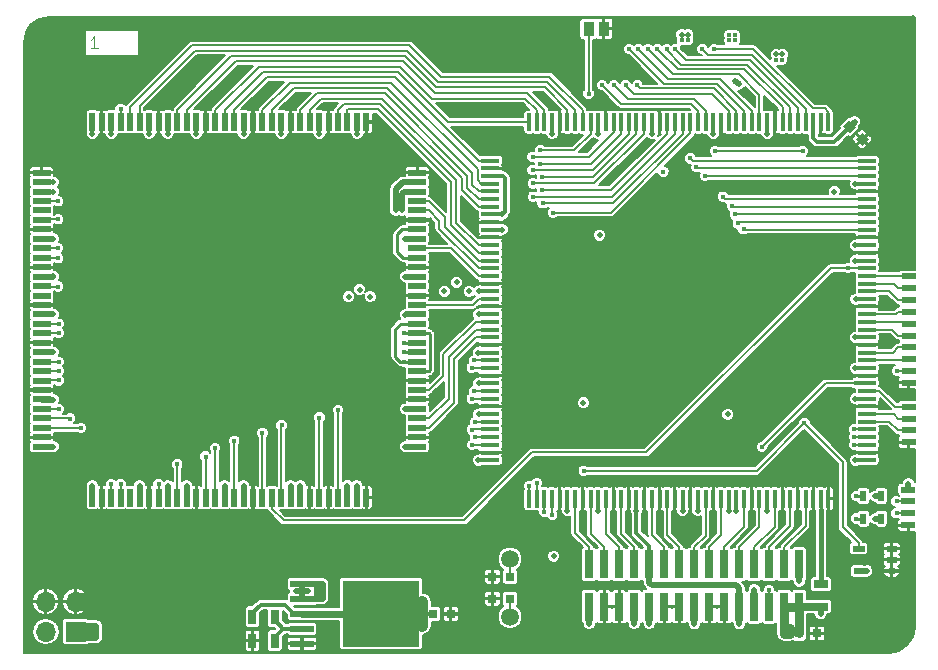
<source format=gtl>
G04 #@! TF.FileFunction,Copper,L1,Top,Signal*
%FSLAX46Y46*%
G04 Gerber Fmt 4.6, Leading zero omitted, Abs format (unit mm)*
G04 Created by KiCad (PCBNEW 4.0.6) date Tue Sep 12 13:32:53 2017*
%MOMM*%
%LPD*%
G01*
G04 APERTURE LIST*
%ADD10C,0.100000*%
%ADD11C,0.500000*%
%ADD12C,1.500000*%
%ADD13C,0.350000*%
%ADD14C,2.500000*%
%ADD15R,0.800000X0.750000*%
%ADD16R,0.740000X2.400000*%
%ADD17R,1.300000X0.700000*%
%ADD18R,0.500000X0.900000*%
%ADD19R,0.970000X1.270000*%
%ADD20R,1.500000X0.330000*%
%ADD21R,0.330000X1.500000*%
%ADD22R,1.500000X0.500000*%
%ADD23R,0.500000X1.500000*%
%ADD24O,0.900000X0.500000*%
%ADD25R,0.900000X0.500000*%
%ADD26R,1.000000X0.500000*%
%ADD27R,1.270000X0.500000*%
%ADD28R,0.700000X1.300000*%
%ADD29R,1.998980X0.596900*%
%ADD30R,6.499860X5.598160*%
%ADD31R,1.700000X1.700000*%
%ADD32O,1.700000X1.700000*%
%ADD33C,0.450000*%
%ADD34C,0.250000*%
%ADD35C,0.200000*%
%ADD36C,0.500000*%
%ADD37C,0.350000*%
%ADD38C,1.500000*%
%ADD39C,0.330000*%
%ADD40C,0.750000*%
%ADD41C,1.000000*%
%ADD42C,0.600000*%
%ADD43C,0.700000*%
%ADD44C,0.740000*%
%ADD45C,0.400000*%
G04 APERTURE END LIST*
D10*
X32561905Y-27152381D02*
X31990476Y-27152381D01*
X32276190Y-27152381D02*
X32276190Y-26152381D01*
X32180952Y-26295238D01*
X32085714Y-26390476D01*
X31990476Y-26438095D01*
D11*
X81400000Y-50100000D03*
X81400000Y-49600000D03*
X81900000Y-49600000D03*
X81900000Y-50100000D03*
X43500000Y-49110000D03*
X43500000Y-49610000D03*
X44000000Y-49610000D03*
X44000000Y-49110000D03*
D12*
X67471000Y-75300000D03*
X67471000Y-70420000D03*
D13*
X73851000Y-35747000D03*
X87201000Y-30807000D03*
X80121000Y-32467000D03*
D11*
X77110000Y-37090000D03*
X63980000Y-41250000D03*
X83820000Y-42190000D03*
X50510000Y-66470000D03*
X40910000Y-66470000D03*
X65620000Y-32380000D03*
X56780000Y-50980000D03*
X78070000Y-55170000D03*
X77080000Y-48050000D03*
X101600000Y-24638000D03*
X88380000Y-58180000D03*
X71600000Y-44225000D03*
X77500000Y-46600000D03*
D14*
X99568000Y-76200000D03*
X66675000Y-26670000D03*
D15*
X67471000Y-73797000D03*
X65971000Y-73797000D03*
X67471000Y-71917000D03*
X65971000Y-71917000D03*
D10*
G36*
X95671662Y-33801992D02*
X96201992Y-33271662D01*
X96767678Y-33837348D01*
X96237348Y-34367678D01*
X95671662Y-33801992D01*
X95671662Y-33801992D01*
G37*
G36*
X96732322Y-34862652D02*
X97262652Y-34332322D01*
X97828338Y-34898008D01*
X97298008Y-35428338D01*
X96732322Y-34862652D01*
X96732322Y-34862652D01*
G37*
D15*
X91950000Y-76725000D03*
X93450000Y-76725000D03*
D16*
X74168000Y-70866000D03*
X75438000Y-70866000D03*
X76708000Y-70866000D03*
X77978000Y-70866000D03*
X79248000Y-70866000D03*
X80518000Y-70866000D03*
X81788000Y-70866000D03*
X83058000Y-70866000D03*
X84328000Y-70866000D03*
X85598000Y-70866000D03*
X86868000Y-70866000D03*
X88138000Y-70866000D03*
X89408000Y-70866000D03*
X90678000Y-70866000D03*
X91948000Y-70866000D03*
X77978000Y-74464000D03*
X76708000Y-74464000D03*
X75438000Y-74464000D03*
X79248000Y-74464000D03*
X74168000Y-74464000D03*
X83058000Y-74464000D03*
X80518000Y-74464000D03*
X85598000Y-74464000D03*
X84328000Y-74464000D03*
X81788000Y-74464000D03*
X90678000Y-74464000D03*
X91948000Y-74464000D03*
X88138000Y-74464000D03*
X89408000Y-74464000D03*
X86868000Y-74464000D03*
D17*
X93801000Y-74457000D03*
X93801000Y-72557000D03*
D18*
X98900000Y-65100000D03*
X97400000Y-65100000D03*
X98900000Y-67000000D03*
X97400000Y-67000000D03*
D19*
X74139702Y-25521134D03*
X75409702Y-25521134D03*
D20*
X97700000Y-62044400D03*
X97700000Y-61409400D03*
X97700000Y-60749000D03*
X97700000Y-60114000D03*
X97700000Y-59453600D03*
X97700000Y-58793200D03*
X97700000Y-58158200D03*
X97700000Y-57497800D03*
X97700000Y-56862800D03*
X97700000Y-56202400D03*
X97700000Y-55542000D03*
X97700000Y-54907000D03*
X97700000Y-54246600D03*
X97700000Y-53611600D03*
X97700000Y-52951200D03*
X97700000Y-52290800D03*
X97700000Y-51655800D03*
X97700000Y-50995400D03*
X97700000Y-50360400D03*
X97700000Y-49700000D03*
X97700000Y-49039600D03*
X97700000Y-48404600D03*
X97700000Y-47744200D03*
X97700000Y-47109200D03*
X97700000Y-46448800D03*
X97700000Y-45788400D03*
X97700000Y-45153400D03*
X97700000Y-44493000D03*
X97700000Y-43858000D03*
X97700000Y-43197600D03*
X97700000Y-42537200D03*
X97700000Y-41902200D03*
X97700000Y-41241800D03*
X97700000Y-40606800D03*
X97700000Y-39946400D03*
X97700000Y-39286000D03*
X97700000Y-38651000D03*
X97700000Y-37990600D03*
X97700000Y-37355600D03*
X97700000Y-36695200D03*
D21*
X94429000Y-33424200D03*
X93794000Y-33424200D03*
X93133600Y-33424200D03*
X92498600Y-33424200D03*
X91838200Y-33424200D03*
X91177800Y-33424200D03*
X90542800Y-33424200D03*
X89882400Y-33424200D03*
X89247400Y-33424200D03*
X88587000Y-33424200D03*
X87926600Y-33424200D03*
X87291600Y-33424200D03*
X86631200Y-33424200D03*
X85996200Y-33424200D03*
X85335800Y-33424200D03*
X84675400Y-33424200D03*
X84040400Y-33424200D03*
X83380000Y-33424200D03*
X82745000Y-33424200D03*
X82084600Y-33424200D03*
X81424200Y-33424200D03*
X80789200Y-33424200D03*
X80128800Y-33424200D03*
X79493800Y-33424200D03*
X78833400Y-33424200D03*
X78173000Y-33424200D03*
X77538000Y-33424200D03*
X76877600Y-33424200D03*
X76242600Y-33424200D03*
X75582200Y-33424200D03*
X74921800Y-33424200D03*
X74286800Y-33424200D03*
X73626400Y-33424200D03*
X72991400Y-33424200D03*
X72331000Y-33424200D03*
X71670600Y-33424200D03*
X71035600Y-33424200D03*
X70375200Y-33424200D03*
X69740200Y-33424200D03*
X69079800Y-33424200D03*
X69079800Y-65315400D03*
X69740200Y-65315400D03*
X70375200Y-65315400D03*
X71035600Y-65315400D03*
X71670600Y-65315400D03*
X72331000Y-65315400D03*
X72991400Y-65315400D03*
X73626400Y-65315400D03*
X74286800Y-65315400D03*
X74921800Y-65315400D03*
X75582200Y-65315400D03*
X76242600Y-65315400D03*
X76877600Y-65315400D03*
X77538000Y-65315400D03*
X78173000Y-65315400D03*
X78833400Y-65315400D03*
X79493800Y-65315400D03*
X80128800Y-65315400D03*
X80789200Y-65315400D03*
X81424200Y-65315400D03*
X82084600Y-65315400D03*
X82745000Y-65315400D03*
X83380000Y-65315400D03*
X84040400Y-65315400D03*
X84675400Y-65315400D03*
X85335800Y-65315400D03*
X85996200Y-65315400D03*
X86631200Y-65315400D03*
X87291600Y-65315400D03*
X87926600Y-65315400D03*
X88587000Y-65315400D03*
X89247400Y-65315400D03*
X89882400Y-65315400D03*
X90542800Y-65315400D03*
X91177800Y-65315400D03*
X91838200Y-65315400D03*
X92498600Y-65315400D03*
X93133600Y-65315400D03*
X93794000Y-65315400D03*
X94429000Y-65315400D03*
D20*
X65808800Y-36695200D03*
X65808800Y-37355600D03*
X65808800Y-37990600D03*
X65808800Y-38651000D03*
X65808800Y-39286000D03*
X65808800Y-39946400D03*
X65808800Y-40606800D03*
X65808800Y-41241800D03*
X65808800Y-41902200D03*
X65808800Y-42537200D03*
X65808800Y-43197600D03*
X65808800Y-43858000D03*
X65808800Y-44493000D03*
X65808800Y-45153400D03*
X65808800Y-45788400D03*
X65808800Y-46448800D03*
X65808800Y-47109200D03*
X65808800Y-47744200D03*
X65808800Y-48404600D03*
X65808800Y-49039600D03*
X65808800Y-49700000D03*
X65808800Y-50360400D03*
X65808800Y-50995400D03*
X65808800Y-51655800D03*
X65808800Y-52290800D03*
X65808800Y-52951200D03*
X65808800Y-53611600D03*
X65808800Y-54246600D03*
X65808800Y-54907000D03*
X65808800Y-55542000D03*
X65808800Y-56202400D03*
X65808800Y-56862800D03*
X65808800Y-57497800D03*
X65808800Y-58158200D03*
X65808800Y-58793200D03*
X65808800Y-59453600D03*
X65808800Y-60114000D03*
X65808800Y-60749000D03*
X65808800Y-61409400D03*
X65808800Y-62044400D03*
D22*
X59610903Y-58513011D03*
X59610903Y-57713011D03*
X59610903Y-56913011D03*
X59610903Y-56113011D03*
X59610903Y-55313011D03*
X59610903Y-60913011D03*
X59610903Y-60113011D03*
X59610903Y-59313011D03*
X59610903Y-54513011D03*
X59610903Y-53713011D03*
X59610903Y-52913011D03*
X59610903Y-52113011D03*
X59610903Y-51313011D03*
X59610903Y-50513011D03*
X59610903Y-49713011D03*
X59610903Y-48913011D03*
X59610903Y-48113011D03*
X59610903Y-47313011D03*
X59610903Y-46513011D03*
X59610903Y-45713011D03*
X59610903Y-44913011D03*
X59610903Y-44113011D03*
X59610903Y-43313011D03*
X59610903Y-42513011D03*
X59610903Y-41713011D03*
X59610903Y-40913011D03*
X59610903Y-40113011D03*
X59610903Y-39313011D03*
X59610903Y-38513011D03*
X59610903Y-37713011D03*
X27810903Y-37713011D03*
X27810903Y-38513011D03*
X27810903Y-39313011D03*
X27810903Y-40113011D03*
X27810903Y-40913011D03*
X27810903Y-41713011D03*
X27810903Y-42513011D03*
X27810903Y-43313011D03*
X27810903Y-44113011D03*
X27810903Y-44913011D03*
X27810903Y-45713011D03*
X27810903Y-46513011D03*
X27810903Y-47313011D03*
X27810903Y-48113011D03*
X27810903Y-48913011D03*
X27810903Y-49713011D03*
X27810903Y-50513011D03*
X27810903Y-51313011D03*
X27810903Y-52113011D03*
X27810903Y-52913011D03*
X27810903Y-53713011D03*
X27810903Y-54513011D03*
X27810903Y-55313011D03*
X27810903Y-56113011D03*
X27810903Y-56913011D03*
X27810903Y-57713011D03*
X27810903Y-58513011D03*
X27810903Y-59313011D03*
X27810903Y-60113011D03*
X27810903Y-60913011D03*
D23*
X55310903Y-33413011D03*
X54510903Y-33413011D03*
X53710903Y-33413011D03*
X52910903Y-33413011D03*
X52110903Y-33413011D03*
X51310903Y-33413011D03*
X50510903Y-33413011D03*
X49710903Y-33413011D03*
X48910903Y-33413011D03*
X48110903Y-33413011D03*
X47310903Y-33413011D03*
X46510903Y-33413011D03*
X45710903Y-33413011D03*
X44910903Y-33413011D03*
X44110903Y-33413011D03*
X43310903Y-33413011D03*
X42510903Y-33413011D03*
X41710903Y-33413011D03*
X40910903Y-33413011D03*
X40110903Y-33413011D03*
X39310903Y-33413011D03*
X38510903Y-33413011D03*
X37710903Y-33413011D03*
X36910903Y-33413011D03*
X36110903Y-33413011D03*
X35310903Y-33413011D03*
X34510903Y-33413011D03*
X33710903Y-33413011D03*
X32910903Y-33413011D03*
X32110903Y-33413011D03*
X32110903Y-65213011D03*
X32910903Y-65213011D03*
X33710903Y-65213011D03*
X34510903Y-65213011D03*
X35310903Y-65213011D03*
X36110903Y-65213011D03*
X36910903Y-65213011D03*
X37710903Y-65213011D03*
X38510903Y-65213011D03*
X39310903Y-65213011D03*
X40110903Y-65213011D03*
X40910903Y-65213011D03*
X41710903Y-65213011D03*
X42510903Y-65213011D03*
X43310903Y-65213011D03*
X44110903Y-65213011D03*
X44910903Y-65213011D03*
X45710903Y-65213011D03*
X46510903Y-65213011D03*
X47310903Y-65213011D03*
X48110903Y-65213011D03*
X48910903Y-65213011D03*
X49710903Y-65213011D03*
X50510903Y-65213011D03*
X51310903Y-65213011D03*
X52110903Y-65213011D03*
X52910903Y-65213011D03*
X53710903Y-65213011D03*
X54510903Y-65213011D03*
X55310903Y-65213011D03*
D24*
X99788000Y-71439500D03*
D25*
X99788000Y-70487000D03*
X99788000Y-69534500D03*
D26*
X96994000Y-69534500D03*
D25*
X96994000Y-71439500D03*
D14*
X28448000Y-26670000D03*
D27*
X101200000Y-67550000D03*
X101200000Y-66550000D03*
X101200000Y-65550000D03*
X101200000Y-64550000D03*
D28*
X45659000Y-75311000D03*
X47559000Y-75311000D03*
X47559000Y-77343000D03*
X45659000Y-77343000D03*
D29*
X49860200Y-72517000D03*
X49860200Y-77597000D03*
D30*
X56558180Y-75057000D03*
D29*
X49860200Y-73787000D03*
X49860200Y-75057000D03*
X49860200Y-76327000D03*
D31*
X30700000Y-76580000D03*
D32*
X28160000Y-76580000D03*
X30700000Y-74040000D03*
X28160000Y-74040000D03*
D15*
X60960000Y-75080000D03*
X62460000Y-75080000D03*
D27*
X101219000Y-55499000D03*
X101219000Y-54499000D03*
X101219000Y-53499000D03*
X101219000Y-52499000D03*
X101219000Y-51499000D03*
X101219000Y-50499000D03*
X101219000Y-49499000D03*
X101219000Y-48499000D03*
X101219000Y-47499000D03*
X101219000Y-46499000D03*
X101219000Y-60531000D03*
X101219000Y-59531000D03*
X101219000Y-58531000D03*
X101219000Y-57531000D03*
D33*
X58500000Y-51325000D03*
X58500000Y-53700000D03*
X58500000Y-52925000D03*
X58500000Y-52125000D03*
D11*
X32461000Y-74537000D03*
X31961000Y-74537000D03*
X31951000Y-73537000D03*
X32451000Y-73537000D03*
X32451000Y-74037000D03*
X31951682Y-74035902D03*
X62951000Y-49997000D03*
X89880000Y-32420000D03*
X33073949Y-29151014D03*
X71630000Y-60450000D03*
X71620000Y-58500000D03*
D33*
X96730000Y-55540000D03*
X88800000Y-60930000D03*
D11*
X91179714Y-76740155D03*
X91179714Y-76240312D03*
X90680000Y-76240000D03*
X90680000Y-76740000D03*
X60060000Y-76060000D03*
X60060000Y-74060000D03*
X60060555Y-75559437D03*
X60050000Y-74560000D03*
X60060000Y-75060000D03*
X93801000Y-75067000D03*
D33*
X71101609Y-41089408D03*
X29250000Y-55300000D03*
X29251336Y-54499617D03*
X70223479Y-40301040D03*
X29251336Y-53722364D03*
X69401364Y-39748872D03*
X29250000Y-51300000D03*
X70207005Y-39191302D03*
X29250000Y-50500000D03*
X69401364Y-38626394D03*
X29210252Y-47351533D03*
X70201013Y-38075999D03*
X29210000Y-44958000D03*
X69376679Y-37499366D03*
X70048635Y-36950864D03*
X29210000Y-44069000D03*
X29210000Y-41656000D03*
X69375839Y-36375722D03*
X70050729Y-35825314D03*
X29210000Y-40132000D03*
X69074416Y-64225012D03*
X37725015Y-64099673D03*
X34500077Y-64100232D03*
X69749447Y-63975222D03*
X30224873Y-58525499D03*
X70375934Y-66425508D03*
X29251336Y-57724101D03*
X71050164Y-66674435D03*
X64431450Y-53607297D03*
X52925000Y-57813032D03*
X64230933Y-54246445D03*
X51326263Y-58449605D03*
X64430485Y-56204753D03*
X48125916Y-59100579D03*
X64230890Y-56866511D03*
X46501926Y-59750954D03*
X64539530Y-58807169D03*
X44126066Y-60422538D03*
X64250662Y-59457161D03*
X42499873Y-61025167D03*
X64500604Y-60097534D03*
X41700558Y-61748658D03*
X64262156Y-60757448D03*
X39299453Y-62399486D03*
D11*
X85920000Y-58180000D03*
X51611000Y-73157000D03*
X31941000Y-76077000D03*
X31941000Y-76580000D03*
X31941365Y-77076989D03*
X32441000Y-77087000D03*
X32440999Y-76086785D03*
X32441000Y-76587281D03*
X79241000Y-75917000D03*
X71181000Y-70177000D03*
X97691000Y-71427000D03*
X85991000Y-66317000D03*
X86631000Y-66317000D03*
X53711000Y-64217000D03*
X28811000Y-39317000D03*
X28811000Y-38517000D03*
X51111000Y-73157000D03*
X49341000Y-73157000D03*
X50341000Y-73157000D03*
X49841000Y-73157000D03*
X51611000Y-73787000D03*
X51611000Y-72507000D03*
X51111000Y-73787000D03*
X51111000Y-72507000D03*
X61901000Y-47757000D03*
X64001000Y-47747000D03*
X62951000Y-46997000D03*
X64811000Y-47747000D03*
X64811000Y-49707000D03*
X64801000Y-52947000D03*
X64811000Y-55547000D03*
X64811000Y-58157000D03*
X64801000Y-62047000D03*
X73681000Y-57207000D03*
X74171000Y-75917000D03*
X77981000Y-75917000D03*
X83060004Y-75908950D03*
X88140000Y-73020000D03*
X91950000Y-72320000D03*
X72330000Y-66320000D03*
X74950000Y-66320000D03*
X82100000Y-66320000D03*
X83380000Y-66320000D03*
X89250000Y-66320000D03*
X98400000Y-65100000D03*
X98400000Y-67000000D03*
X101200000Y-64050000D03*
X96700000Y-62050000D03*
X96700000Y-56870000D03*
X96700000Y-54260000D03*
X96700000Y-51650000D03*
X96700000Y-45150000D03*
X96700000Y-43860000D03*
X96750000Y-48410000D03*
X75060000Y-42990000D03*
D33*
X80450000Y-37640000D03*
X86840000Y-30240000D03*
X86525000Y-29925000D03*
D11*
X90029808Y-27700005D03*
X90520000Y-27700000D03*
D33*
X90520000Y-28180000D03*
X90030000Y-28180000D03*
D11*
X82030000Y-26020000D03*
X82530000Y-26020000D03*
D33*
X82530000Y-26500000D03*
X82030000Y-26500000D03*
D11*
X96700000Y-38660000D03*
X89260000Y-34420000D03*
X84690000Y-34420000D03*
X79500000Y-34430000D03*
X74920000Y-34430000D03*
X71040000Y-34430000D03*
X66810000Y-41250000D03*
X66810000Y-42540000D03*
X28810000Y-46500000D03*
X28820000Y-56930000D03*
X32110000Y-64210000D03*
X36120000Y-64210000D03*
X38510000Y-64210000D03*
X40110000Y-64210000D03*
X43310000Y-64210000D03*
X44920902Y-64218979D03*
X48910000Y-64210000D03*
X49710000Y-64210000D03*
X54510000Y-64210000D03*
X58610000Y-60910000D03*
X58620137Y-57719633D03*
X58610000Y-49730000D03*
X54730000Y-47620000D03*
X53820000Y-48230000D03*
X55630000Y-48230000D03*
X58600344Y-46519666D03*
X51320000Y-34420000D03*
X38510000Y-34420000D03*
X40910000Y-34420000D03*
X33710000Y-34420000D03*
X48110000Y-34410000D03*
X57810000Y-40900000D03*
X58310000Y-40900000D03*
X58610899Y-43299119D03*
X96660000Y-33380000D03*
X94926554Y-39324947D03*
X32110000Y-34420000D03*
X28810000Y-43320000D03*
X28810000Y-52910000D03*
X28810000Y-60910000D03*
X28820000Y-49700000D03*
X36920000Y-34420000D03*
X54529362Y-34408777D03*
X44910000Y-34420000D03*
D33*
X86025000Y-26050000D03*
X86525000Y-26050000D03*
X86525000Y-26500000D03*
X86025000Y-26500000D03*
X75261578Y-30304565D03*
X77259267Y-30304565D03*
X77550194Y-27248894D03*
X79148277Y-27260051D03*
X80749330Y-27260051D03*
X83750985Y-27244876D03*
X82748336Y-36497137D03*
X86248923Y-40497499D03*
X86753881Y-42003523D03*
X96100681Y-45790150D03*
X76262977Y-30304565D03*
X78260666Y-30304565D03*
X78348927Y-27248894D03*
X79951593Y-27260051D03*
X81452232Y-27260051D03*
X84746333Y-27244876D03*
X83248813Y-37247849D03*
X86503768Y-41250956D03*
X87254218Y-42503860D03*
X34500707Y-32324556D03*
X33700000Y-64100000D03*
X31150744Y-59325335D03*
X96600001Y-59449507D03*
X96597522Y-60099514D03*
X96600590Y-60749518D03*
X74131000Y-31017000D03*
X73711000Y-62957000D03*
X92391000Y-58947000D03*
D11*
X78170000Y-66320000D03*
X86870000Y-75910000D03*
D33*
X84810289Y-35878765D03*
X92252711Y-35884822D03*
X96800000Y-67000000D03*
X96800000Y-65100000D03*
X100200000Y-65550000D03*
X100200000Y-66550000D03*
X100225000Y-54500000D03*
X89411000Y-73027000D03*
X83999526Y-37998561D03*
X85499759Y-39745697D03*
D34*
X59610903Y-51313011D02*
X58511989Y-51313011D01*
X58511989Y-51313011D02*
X58500000Y-51325000D01*
X59610903Y-54513011D02*
X60610903Y-54513011D01*
X60610903Y-54513011D02*
X60685904Y-54438010D01*
X60685904Y-54438010D02*
X60685904Y-51388012D01*
X60685904Y-51388012D02*
X60610903Y-51313011D01*
X60610903Y-51313011D02*
X59610903Y-51313011D01*
X58500000Y-53700000D02*
X58181802Y-53700000D01*
X58181802Y-53700000D02*
X57775000Y-53293198D01*
X57775000Y-53293198D02*
X57775000Y-50977155D01*
X57775000Y-50977155D02*
X58239144Y-50513011D01*
X58239144Y-50513011D02*
X59610903Y-50513011D01*
X59610903Y-53713011D02*
X58513011Y-53713011D01*
X58513011Y-53713011D02*
X58500000Y-53700000D01*
X59610903Y-52913011D02*
X58511989Y-52913011D01*
X58511989Y-52913011D02*
X58500000Y-52925000D01*
X59610903Y-52113011D02*
X58511989Y-52113011D01*
X58511989Y-52113011D02*
X58500000Y-52125000D01*
D35*
X67471000Y-73797000D02*
X67471000Y-75300000D01*
D36*
X32451000Y-73537000D02*
X31951000Y-73537000D01*
X32461000Y-74537000D02*
X31961000Y-74537000D01*
X32451000Y-74037000D02*
X32451000Y-74527000D01*
D37*
X32451000Y-74527000D02*
X32461000Y-74537000D01*
D36*
X31951682Y-74035902D02*
X31951682Y-74527682D01*
D37*
X31951682Y-74527682D02*
X31961000Y-74537000D01*
D36*
X31951682Y-74035902D02*
X31951682Y-73537682D01*
D37*
X31951682Y-73537682D02*
X31951000Y-73537000D01*
D36*
X32451000Y-74037000D02*
X32451000Y-73537000D01*
X31951682Y-74035902D02*
X32449902Y-74035902D01*
D37*
X32449902Y-74035902D02*
X32451000Y-74037000D01*
X31947584Y-74040000D02*
X31951682Y-74035902D01*
D38*
X30700000Y-74040000D02*
X31947584Y-74040000D01*
D39*
X89882400Y-33424200D02*
X89882400Y-32422400D01*
D37*
X89882400Y-32422400D02*
X89880000Y-32420000D01*
D35*
X67471000Y-71917000D02*
X67471000Y-70420000D01*
X96730000Y-55540000D02*
X97698000Y-55540000D01*
X97698000Y-55540000D02*
X97700000Y-55542000D01*
X94188000Y-55542000D02*
X97700000Y-55542000D01*
X88800000Y-60930000D02*
X94188000Y-55542000D01*
D40*
X90680000Y-76240000D02*
X91179402Y-76240000D01*
D37*
X91179402Y-76240000D02*
X91179714Y-76240312D01*
X91179559Y-76740000D02*
X91179714Y-76740155D01*
D40*
X90680000Y-76740000D02*
X91179559Y-76740000D01*
X91179714Y-76240312D02*
X91179714Y-76740155D01*
X90680000Y-76740000D02*
X90680000Y-76240000D01*
X90680000Y-76240000D02*
X90680000Y-74466000D01*
D37*
X60960000Y-75080000D02*
X60080000Y-75080000D01*
X60080000Y-75080000D02*
X60060000Y-75060000D01*
X90680000Y-74466000D02*
X90678000Y-74464000D01*
D41*
X60060000Y-76060000D02*
X60060000Y-75559992D01*
D37*
X60060000Y-75559992D02*
X60060555Y-75559437D01*
D41*
X60050000Y-74560000D02*
X60050000Y-74070000D01*
D37*
X60050000Y-74070000D02*
X60060000Y-74060000D01*
X60060000Y-75558882D02*
X60060555Y-75559437D01*
D41*
X60060000Y-75060000D02*
X60060000Y-75558882D01*
X60060000Y-75060000D02*
X60060000Y-74570000D01*
D37*
X60060000Y-74570000D02*
X60050000Y-74560000D01*
D42*
X56558180Y-75057000D02*
X60057000Y-75057000D01*
D37*
X60057000Y-75057000D02*
X60060000Y-75060000D01*
D36*
X93801000Y-75067000D02*
X93801000Y-74457000D01*
D42*
X49860200Y-75057000D02*
X56558180Y-75057000D01*
D40*
X91948000Y-74464000D02*
X91948000Y-76723000D01*
D37*
X91948000Y-76723000D02*
X91950000Y-76725000D01*
D43*
X91948000Y-74464000D02*
X93961000Y-74464000D01*
D44*
X91948000Y-74464000D02*
X90678000Y-74464000D01*
D37*
X49860200Y-75057000D02*
X49159160Y-75057000D01*
X49159160Y-75057000D02*
X48388159Y-74285999D01*
X48388159Y-74285999D02*
X46384001Y-74285999D01*
X46384001Y-74285999D02*
X45659000Y-75011000D01*
X45659000Y-75011000D02*
X45659000Y-75311000D01*
D45*
X93792400Y-66267000D02*
X93801000Y-66275600D01*
X93801000Y-66275600D02*
X93801000Y-72557000D01*
D35*
X93794000Y-65315400D02*
X93794000Y-66265400D01*
X93794000Y-66265400D02*
X93792400Y-66267000D01*
X76029792Y-41089408D02*
X71419807Y-41089408D01*
X82745000Y-34374200D02*
X76029792Y-41089408D01*
X82745000Y-33424200D02*
X82745000Y-34374200D01*
X71419807Y-41089408D02*
X71101609Y-41089408D01*
X29250000Y-55300000D02*
X27823914Y-55300000D01*
X28933138Y-54499617D02*
X29251336Y-54499617D01*
X27857531Y-54499617D02*
X28933138Y-54499617D01*
X76207760Y-40301040D02*
X70541677Y-40301040D01*
X82084600Y-34424200D02*
X76207760Y-40301040D01*
X82084600Y-33424200D02*
X82084600Y-34424200D01*
X70541677Y-40301040D02*
X70223479Y-40301040D01*
X29241983Y-53713011D02*
X29251336Y-53722364D01*
X27810903Y-53713011D02*
X29241983Y-53713011D01*
X69719562Y-39748872D02*
X69401364Y-39748872D01*
X81424200Y-34424200D02*
X76099528Y-39748872D01*
X76099528Y-39748872D02*
X69719562Y-39748872D01*
X81424200Y-33424200D02*
X81424200Y-34424200D01*
X29250000Y-51300000D02*
X27823914Y-51300000D01*
X76020688Y-39191302D02*
X70525203Y-39191302D01*
X70525203Y-39191302D02*
X70207005Y-39191302D01*
X80789200Y-33424200D02*
X80789200Y-34422790D01*
X80789200Y-34422790D02*
X76020688Y-39191302D01*
D34*
X27823914Y-51300000D02*
X27810903Y-51313011D01*
D35*
X78833400Y-34413772D02*
X74620778Y-38626394D01*
X29250000Y-50500000D02*
X27823914Y-50500000D01*
X69719562Y-38626394D02*
X69401364Y-38626394D01*
X74620778Y-38626394D02*
X69719562Y-38626394D01*
X78833400Y-33424200D02*
X78833400Y-34413772D01*
D34*
X27823914Y-50500000D02*
X27810903Y-50513011D01*
D35*
X28892054Y-47351533D02*
X29210252Y-47351533D01*
X27849425Y-47351533D02*
X28892054Y-47351533D01*
X27847892Y-47350000D02*
X27849425Y-47351533D01*
X70519211Y-38075999D02*
X70201013Y-38075999D01*
X74534763Y-38075999D02*
X70519211Y-38075999D01*
X78173000Y-33424200D02*
X78173000Y-34437762D01*
X78173000Y-34437762D02*
X74534763Y-38075999D01*
D34*
X27847892Y-47350000D02*
X27810903Y-47313011D01*
D35*
X74461334Y-37500866D02*
X69696377Y-37500866D01*
X29210000Y-44958000D02*
X27855892Y-44958000D01*
X69696377Y-37500866D02*
X69694877Y-37499366D01*
X77538000Y-34424200D02*
X74461334Y-37500866D01*
X77538000Y-33424200D02*
X77538000Y-34424200D01*
X69694877Y-37499366D02*
X69376679Y-37499366D01*
D34*
X27855892Y-44958000D02*
X27810903Y-44913011D01*
D35*
X29210000Y-44069000D02*
X27854914Y-44069000D01*
X76877600Y-34424200D02*
X74350936Y-36950864D01*
X70366833Y-36950864D02*
X70048635Y-36950864D01*
X74350936Y-36950864D02*
X70366833Y-36950864D01*
X76877600Y-33424200D02*
X76877600Y-34424200D01*
D34*
X27854914Y-44069000D02*
X27810903Y-44113011D01*
D35*
X76242600Y-33424200D02*
X76242600Y-34263802D01*
X29210000Y-41656000D02*
X27867914Y-41656000D01*
X69694037Y-36375722D02*
X69375839Y-36375722D01*
X74130680Y-36375722D02*
X69694037Y-36375722D01*
X76242600Y-34263802D02*
X74130680Y-36375722D01*
D34*
X27867914Y-41656000D02*
X27810903Y-41713011D01*
D35*
X74286800Y-34424200D02*
X72885686Y-35825314D01*
X74286800Y-33424200D02*
X74286800Y-34424200D01*
X72885686Y-35825314D02*
X70368927Y-35825314D01*
X70368927Y-35825314D02*
X70050729Y-35825314D01*
X29210000Y-40132000D02*
X27829892Y-40132000D01*
D34*
X27829892Y-40132000D02*
X27810903Y-40113011D01*
D35*
X73626400Y-33424200D02*
X73626400Y-32424200D01*
X58941878Y-26937878D02*
X40548663Y-26937878D01*
X35310903Y-32175638D02*
X35310903Y-33413011D01*
X40548663Y-26937878D02*
X35310903Y-32175638D01*
X61595000Y-29591000D02*
X58941878Y-26937878D01*
X70793200Y-29591000D02*
X61595000Y-29591000D01*
X73626400Y-32424200D02*
X70793200Y-29591000D01*
X36110903Y-32413011D02*
X36110903Y-33413011D01*
X72991400Y-32425610D02*
X70606801Y-30041011D01*
X58755479Y-27387889D02*
X40811111Y-27387889D01*
X72991400Y-33424200D02*
X72991400Y-32425610D01*
X36110903Y-32088097D02*
X36110903Y-32413011D01*
X70606801Y-30041011D02*
X61408600Y-30041011D01*
X61408600Y-30041011D02*
X58755479Y-27387889D01*
X40811111Y-27387889D02*
X36110903Y-32088097D01*
X72331000Y-32424200D02*
X70397822Y-30491022D01*
X43886014Y-27837900D02*
X39310903Y-32413011D01*
X39310903Y-32413011D02*
X39310903Y-33413011D01*
X72331000Y-33424200D02*
X72331000Y-32424200D01*
X58569080Y-27837900D02*
X43886014Y-27837900D01*
X61222200Y-30491022D02*
X58569080Y-27837900D01*
X70397822Y-30491022D02*
X61222200Y-30491022D01*
X68939000Y-30988000D02*
X61082770Y-30988000D01*
X70375200Y-32424200D02*
X68939000Y-30988000D01*
X61082770Y-30988000D02*
X58382681Y-28287911D01*
X70375200Y-33424200D02*
X70375200Y-32424200D01*
X58382681Y-28287911D02*
X44236003Y-28287911D01*
X44236003Y-28287911D02*
X40110903Y-32413011D01*
X40110903Y-32413011D02*
X40110903Y-33413011D01*
X42510903Y-32413011D02*
X42510903Y-33413011D01*
X68752601Y-31438011D02*
X60896371Y-31438011D01*
X58196282Y-28737922D02*
X46185992Y-28737922D01*
X69740200Y-33424200D02*
X69740200Y-32425610D01*
X69740200Y-32425610D02*
X68752601Y-31438011D01*
X46185992Y-28737922D02*
X42510903Y-32413011D01*
X60896371Y-31438011D02*
X58196282Y-28737922D01*
X58009882Y-29187933D02*
X46535981Y-29187933D01*
X43310903Y-32413011D02*
X43310903Y-33413011D01*
X46535981Y-29187933D02*
X43310903Y-32413011D01*
X62246149Y-33424200D02*
X58009882Y-29187933D01*
X69079800Y-33424200D02*
X62246149Y-33424200D01*
X69079800Y-64230396D02*
X69074416Y-64225012D01*
X69079800Y-65315400D02*
X69079800Y-64230396D01*
X37710903Y-65213011D02*
X37710903Y-64113785D01*
X37710903Y-64113785D02*
X37725015Y-64099673D01*
X34510903Y-65213011D02*
X34510903Y-64111058D01*
X34510903Y-64111058D02*
X34500077Y-64100232D01*
X69740200Y-65315400D02*
X69740200Y-63984469D01*
X69740200Y-63984469D02*
X69749447Y-63975222D01*
X30212385Y-58513011D02*
X30224873Y-58525499D01*
X27810903Y-58513011D02*
X30212385Y-58513011D01*
X70375200Y-65315400D02*
X70375200Y-66424774D01*
X70375200Y-66424774D02*
X70375934Y-66425508D01*
X29240246Y-57713011D02*
X29251336Y-57724101D01*
X27810903Y-57713011D02*
X29240246Y-57713011D01*
X71035600Y-66659871D02*
X71050164Y-66674435D01*
X71035600Y-65315400D02*
X71035600Y-66659871D01*
X64808800Y-36695200D02*
X65808800Y-36695200D01*
X57751544Y-29637944D02*
X64808800Y-36695200D01*
X44110903Y-32413011D02*
X46885970Y-29637944D01*
X44110903Y-33413011D02*
X44110903Y-32413011D01*
X46885970Y-29637944D02*
X57751544Y-29637944D01*
X46510903Y-33413011D02*
X46510903Y-32413011D01*
X65051644Y-38651000D02*
X65808800Y-38651000D01*
X64733799Y-38333155D02*
X65051644Y-38651000D01*
X64733799Y-37407791D02*
X64733799Y-38333155D01*
X57413963Y-30087955D02*
X64733799Y-37407791D01*
X48835959Y-30087955D02*
X57413963Y-30087955D01*
X46510903Y-32413011D02*
X48835959Y-30087955D01*
X47310903Y-33413011D02*
X47310903Y-32413011D01*
X64283788Y-37774074D02*
X64283788Y-38760988D01*
X57047680Y-30537966D02*
X64283788Y-37774074D01*
X64283788Y-38760988D02*
X64808800Y-39286000D01*
X47310903Y-32413011D02*
X49185948Y-30537966D01*
X64808800Y-39286000D02*
X65808800Y-39286000D01*
X49185948Y-30537966D02*
X57047680Y-30537966D01*
X63833777Y-38971377D02*
X64808800Y-39946400D01*
X64808800Y-39946400D02*
X65808800Y-39946400D01*
X56861281Y-30987977D02*
X63833777Y-37960473D01*
X51135937Y-30987977D02*
X56861281Y-30987977D01*
X49710903Y-32413011D02*
X51135937Y-30987977D01*
X49710903Y-33413011D02*
X49710903Y-32413011D01*
X63833777Y-37960473D02*
X63833777Y-38971377D01*
X50510903Y-32413011D02*
X51485926Y-31437988D01*
X64808800Y-40606800D02*
X65808800Y-40606800D01*
X51485926Y-31437988D02*
X56674882Y-31437988D01*
X63383766Y-38146872D02*
X63383766Y-39181766D01*
X50510903Y-33413011D02*
X50510903Y-32413011D01*
X63383766Y-39181766D02*
X64808800Y-40606800D01*
X56674882Y-31437988D02*
X63383766Y-38146872D01*
X53435915Y-31887999D02*
X56488483Y-31887999D01*
X64810210Y-43858000D02*
X65808800Y-43858000D01*
X62933755Y-41981545D02*
X64810210Y-43858000D01*
X62933755Y-38333271D02*
X62933755Y-41981545D01*
X56488483Y-31887999D02*
X62933755Y-38333271D01*
X52910903Y-32413011D02*
X53435915Y-31887999D01*
X52910903Y-33413011D02*
X52910903Y-32413011D01*
X53710903Y-33413011D02*
X53710903Y-32413011D01*
X62483744Y-42167944D02*
X64808800Y-44493000D01*
X62483744Y-38519670D02*
X62483744Y-42167944D01*
X53785904Y-32338010D02*
X56302084Y-32338010D01*
X53710903Y-32413011D02*
X53785904Y-32338010D01*
X64808800Y-44493000D02*
X65808800Y-44493000D01*
X56302084Y-32338010D02*
X62483744Y-38519670D01*
X60610903Y-40113011D02*
X59610903Y-40113011D01*
X65808800Y-45153400D02*
X64810210Y-45153400D01*
X64810210Y-45153400D02*
X61976000Y-42319190D01*
X61976000Y-42319190D02*
X61976000Y-41478108D01*
X61976000Y-41478108D02*
X60610903Y-40113011D01*
X61468000Y-42447600D02*
X61468000Y-41770108D01*
X65808800Y-45788400D02*
X64808800Y-45788400D01*
X64808800Y-45788400D02*
X61468000Y-42447600D01*
X60610903Y-40913011D02*
X59610903Y-40913011D01*
X61468000Y-41770108D02*
X60610903Y-40913011D01*
X65808800Y-46448800D02*
X64808800Y-46448800D01*
X62473011Y-44113011D02*
X59610903Y-44113011D01*
X64808800Y-46448800D02*
X62473011Y-44113011D01*
X65808800Y-48404600D02*
X64808800Y-48404600D01*
X64300389Y-48913011D02*
X60610903Y-48913011D01*
X60610903Y-48913011D02*
X59610903Y-48913011D01*
X64808800Y-48404600D02*
X64300389Y-48913011D01*
X60610903Y-56113011D02*
X59610903Y-56113011D01*
X64581979Y-50360400D02*
X61837978Y-53104401D01*
X65808800Y-50360400D02*
X64581979Y-50360400D01*
X61837978Y-53104401D02*
X61837978Y-54885936D01*
X61837978Y-54885936D02*
X60610903Y-56113011D01*
X62287989Y-53290801D02*
X62287989Y-56835925D01*
X65808800Y-50995400D02*
X64583390Y-50995400D01*
X62287989Y-56835925D02*
X60610903Y-58513011D01*
X60610903Y-58513011D02*
X59610903Y-58513011D01*
X64583390Y-50995400D02*
X62287989Y-53290801D01*
D34*
X65808800Y-51655800D02*
X65808255Y-51656345D01*
D35*
X65808255Y-51656345D02*
X64558856Y-51656345D01*
X62738000Y-57185914D02*
X60610903Y-59313011D01*
X60610903Y-59313011D02*
X59610903Y-59313011D01*
X62738000Y-53477201D02*
X62738000Y-57185914D01*
X64558856Y-51656345D02*
X62738000Y-53477201D01*
X64435753Y-53611600D02*
X64431450Y-53607297D01*
X65808800Y-53611600D02*
X64435753Y-53611600D01*
X52910903Y-65213011D02*
X52910903Y-57827129D01*
X52910903Y-57827129D02*
X52925000Y-57813032D01*
X64231088Y-54246600D02*
X64230933Y-54246445D01*
X65808800Y-54246600D02*
X64231088Y-54246600D01*
X51310903Y-58464965D02*
X51326263Y-58449605D01*
X51310903Y-65213011D02*
X51310903Y-58464965D01*
X64432838Y-56202400D02*
X64430485Y-56204753D01*
X65808800Y-56202400D02*
X64432838Y-56202400D01*
X48110903Y-59115592D02*
X48125916Y-59100579D01*
X48110903Y-65213011D02*
X48110903Y-59115592D01*
X64234601Y-56862800D02*
X64230890Y-56866511D01*
X65808800Y-56862800D02*
X64234601Y-56862800D01*
X46510903Y-59759931D02*
X46501926Y-59750954D01*
X46510903Y-65213011D02*
X46510903Y-59759931D01*
X64553499Y-58793200D02*
X64539530Y-58807169D01*
X65808800Y-58793200D02*
X64553499Y-58793200D01*
X44110903Y-60437701D02*
X44126066Y-60422538D01*
X44110903Y-65213011D02*
X44110903Y-60437701D01*
X65808800Y-59453600D02*
X64254223Y-59453600D01*
X64254223Y-59453600D02*
X64250662Y-59457161D01*
X42510903Y-61036197D02*
X42499873Y-61025167D01*
X42510903Y-65213011D02*
X42510903Y-61036197D01*
X64517070Y-60114000D02*
X64500604Y-60097534D01*
X65808800Y-60114000D02*
X64517070Y-60114000D01*
X41710903Y-61759003D02*
X41700558Y-61748658D01*
X41710903Y-65213011D02*
X41710903Y-61759003D01*
X64270604Y-60749000D02*
X64262156Y-60757448D01*
X65808800Y-60749000D02*
X64270604Y-60749000D01*
X39310903Y-62410936D02*
X39299453Y-62399486D01*
X39310903Y-65213011D02*
X39310903Y-62410936D01*
D34*
X59610903Y-44913011D02*
X58378526Y-44913011D01*
X58378526Y-44913011D02*
X57924999Y-44459484D01*
X57924999Y-44459484D02*
X57924999Y-42943359D01*
X57924999Y-42943359D02*
X58355347Y-42513011D01*
X58355347Y-42513011D02*
X58610903Y-42513011D01*
X58610903Y-42513011D02*
X59610903Y-42513011D01*
D37*
X96219670Y-33819670D02*
X94938609Y-35100731D01*
X94938609Y-35100731D02*
X93436841Y-35100731D01*
X93436841Y-35100731D02*
X93133600Y-34797490D01*
D39*
X93133600Y-34797490D02*
X93133600Y-33424200D01*
D36*
X86525000Y-29925000D02*
X86840000Y-30240000D01*
X31941000Y-76077000D02*
X32431214Y-76077000D01*
D37*
X32431214Y-76077000D02*
X32440999Y-76086785D01*
D36*
X31941000Y-76580000D02*
X31941000Y-76077000D01*
D38*
X30700000Y-76580000D02*
X31941000Y-76580000D01*
D37*
X31941365Y-76580365D02*
X31941000Y-76580000D01*
D36*
X31941000Y-76580000D02*
X32433719Y-76580000D01*
X31941365Y-77076989D02*
X31941365Y-76580365D01*
D37*
X31951376Y-77087000D02*
X31941365Y-77076989D01*
D36*
X32441000Y-77087000D02*
X31951376Y-77087000D01*
X32441000Y-76587281D02*
X32441000Y-77087000D01*
X32441000Y-76587281D02*
X32440999Y-76233727D01*
D37*
X32440999Y-76233727D02*
X32440999Y-76086785D01*
X32433719Y-76580000D02*
X32441000Y-76587281D01*
X79248000Y-75910000D02*
X79241000Y-75917000D01*
D36*
X79248000Y-74464000D02*
X79248000Y-75910000D01*
X96994000Y-71439500D02*
X97678500Y-71439500D01*
D37*
X97678500Y-71439500D02*
X97691000Y-71427000D01*
X85991000Y-66317000D02*
X85991000Y-65320600D01*
X85991000Y-65320600D02*
X85996200Y-65315400D01*
X86631200Y-65315400D02*
X86631200Y-66316800D01*
X86631200Y-66316800D02*
X86631000Y-66317000D01*
D36*
X53710903Y-65213011D02*
X53710903Y-64217097D01*
D37*
X53710903Y-64217097D02*
X53711000Y-64217000D01*
X27810903Y-39313011D02*
X28807011Y-39313011D01*
X28807011Y-39313011D02*
X28811000Y-39317000D01*
X28811000Y-38517000D02*
X27814892Y-38517000D01*
X27814892Y-38517000D02*
X27810903Y-38513011D01*
D36*
X49841000Y-73157000D02*
X49341000Y-73157000D01*
X49841000Y-73157000D02*
X50341000Y-73157000D01*
X49841000Y-73157000D02*
X49841000Y-73767800D01*
X49841000Y-73157000D02*
X49841000Y-72536200D01*
D37*
X49841000Y-72536200D02*
X49860200Y-72517000D01*
D36*
X51611000Y-72507000D02*
X51611000Y-73787000D01*
X51111000Y-72507000D02*
X51111000Y-73787000D01*
D37*
X49841000Y-73767800D02*
X49860200Y-73787000D01*
D36*
X51611000Y-73787000D02*
X51111000Y-73787000D01*
X51111000Y-72507000D02*
X51611000Y-72507000D01*
X49860200Y-73787000D02*
X51111000Y-73787000D01*
X49860200Y-72517000D02*
X51101000Y-72517000D01*
D37*
X51101000Y-72517000D02*
X51111000Y-72507000D01*
X64811000Y-47747000D02*
X65806000Y-47747000D01*
X65806000Y-47747000D02*
X65808800Y-47744200D01*
X65808800Y-49700000D02*
X64818000Y-49700000D01*
X64818000Y-49700000D02*
X64811000Y-49707000D01*
X64801000Y-52947000D02*
X65804600Y-52947000D01*
X65804600Y-52947000D02*
X65808800Y-52951200D01*
X65808800Y-55542000D02*
X64816000Y-55542000D01*
X64816000Y-55542000D02*
X64811000Y-55547000D01*
X65808800Y-58158200D02*
X64812200Y-58158200D01*
X64812200Y-58158200D02*
X64811000Y-58157000D01*
X64801000Y-62047000D02*
X65806200Y-62047000D01*
X65806200Y-62047000D02*
X65808800Y-62044400D01*
D36*
X74168000Y-74464000D02*
X74168000Y-75914000D01*
D37*
X74168000Y-75914000D02*
X74171000Y-75917000D01*
D36*
X77978000Y-74464000D02*
X77978000Y-75914000D01*
D37*
X77978000Y-75914000D02*
X77981000Y-75917000D01*
D36*
X83060004Y-75555397D02*
X83060004Y-75908950D01*
X83060004Y-74466004D02*
X83060004Y-75555397D01*
D37*
X83058000Y-74464000D02*
X83060004Y-74466004D01*
D36*
X88138000Y-74464000D02*
X88138000Y-73022000D01*
D37*
X88138000Y-73022000D02*
X88140000Y-73020000D01*
D36*
X91948000Y-70866000D02*
X91948000Y-72318000D01*
D37*
X91948000Y-72318000D02*
X91950000Y-72320000D01*
X72330000Y-66320000D02*
X72330000Y-65316400D01*
X72330000Y-65316400D02*
X72331000Y-65315400D01*
X74950000Y-66320000D02*
X74950000Y-65343600D01*
X74950000Y-65343600D02*
X74921800Y-65315400D01*
X82084600Y-65315400D02*
X82084600Y-66304600D01*
X82084600Y-66304600D02*
X82100000Y-66320000D01*
X83380000Y-65315400D02*
X83380000Y-66320000D01*
X89250000Y-66320000D02*
X89250000Y-65318000D01*
X89250000Y-65318000D02*
X89247400Y-65315400D01*
D36*
X98900000Y-65100000D02*
X98400000Y-65100000D01*
X98900000Y-67000000D02*
X98400000Y-67000000D01*
X101200000Y-64550000D02*
X101200000Y-64050000D01*
D39*
X96700000Y-62050000D02*
X97694400Y-62050000D01*
X97694400Y-62050000D02*
X97700000Y-62044400D01*
X97700000Y-56862800D02*
X96707200Y-56862800D01*
D37*
X96707200Y-56862800D02*
X96700000Y-56870000D01*
D39*
X97700000Y-54246600D02*
X96713400Y-54246600D01*
D37*
X96713400Y-54246600D02*
X96700000Y-54260000D01*
D39*
X96700000Y-51650000D02*
X97694200Y-51650000D01*
X97694200Y-51650000D02*
X97700000Y-51655800D01*
X97700000Y-45153400D02*
X96703400Y-45153400D01*
X96703400Y-45153400D02*
X96700000Y-45150000D01*
X96700000Y-43860000D02*
X97698000Y-43860000D01*
X97698000Y-43860000D02*
X97700000Y-43858000D01*
X96750000Y-48410000D02*
X97694600Y-48410000D01*
X97694600Y-48410000D02*
X97700000Y-48404600D01*
X96700000Y-38660000D02*
X97691000Y-38660000D01*
X89247400Y-33424200D02*
X89247400Y-34407400D01*
D37*
X89247400Y-34407400D02*
X89260000Y-34420000D01*
D39*
X84675400Y-33424200D02*
X84675400Y-34405400D01*
D37*
X84675400Y-34405400D02*
X84690000Y-34420000D01*
D39*
X79500000Y-34430000D02*
X79500000Y-33430400D01*
D37*
X79500000Y-33430400D02*
X79493800Y-33424200D01*
D39*
X74921800Y-33424200D02*
X74921800Y-34428200D01*
D37*
X74921800Y-34428200D02*
X74920000Y-34430000D01*
D39*
X71035600Y-33424200D02*
X71035600Y-34425600D01*
D37*
X71035600Y-34425600D02*
X71040000Y-34430000D01*
X65808800Y-37990600D02*
X66908800Y-37990600D01*
X66908800Y-37990600D02*
X67059999Y-38141799D01*
X67059999Y-38141799D02*
X67059999Y-41000001D01*
X67059999Y-41000001D02*
X66810000Y-41250000D01*
D36*
X66801800Y-41241800D02*
X66810000Y-41250000D01*
D37*
X65808800Y-41241800D02*
X66801800Y-41241800D01*
X65808800Y-42537200D02*
X66807200Y-42537200D01*
X66807200Y-42537200D02*
X66810000Y-42540000D01*
D36*
X27810903Y-46513011D02*
X28796989Y-46513011D01*
X28796989Y-46513011D02*
X28810000Y-46500000D01*
X28820000Y-56930000D02*
X27827892Y-56930000D01*
X32110903Y-65213011D02*
X32110903Y-64210903D01*
X32110903Y-64210903D02*
X32110000Y-64210000D01*
X36120000Y-64210000D02*
X36120000Y-65203914D01*
D37*
X36120000Y-65203914D02*
X36110903Y-65213011D01*
D36*
X38510903Y-65213011D02*
X38510903Y-64210903D01*
X38510903Y-64210903D02*
X38510000Y-64210000D01*
X40110903Y-65213011D02*
X40110903Y-64210903D01*
X40110903Y-64210903D02*
X40110000Y-64210000D01*
X43310903Y-65213011D02*
X43310903Y-64210903D01*
X43310903Y-64210903D02*
X43310000Y-64210000D01*
X44920902Y-64218979D02*
X44920902Y-65203012D01*
D37*
X44910903Y-65213011D02*
X44920902Y-65203012D01*
D36*
X48910903Y-65213011D02*
X48910903Y-64210903D01*
X48910903Y-64210903D02*
X48910000Y-64210000D01*
X49710903Y-65213011D02*
X49710903Y-64210903D01*
X49710903Y-64210903D02*
X49710000Y-64210000D01*
X54510903Y-64210903D02*
X54510000Y-64210000D01*
X54510903Y-65213011D02*
X54510903Y-64210903D01*
X59610903Y-60913011D02*
X58613011Y-60913011D01*
X58613011Y-60913011D02*
X58610000Y-60910000D01*
X58973690Y-57719633D02*
X58620137Y-57719633D01*
X59604281Y-57719633D02*
X58973690Y-57719633D01*
X59610903Y-57713011D02*
X59604281Y-57719633D01*
X59610903Y-49713011D02*
X58626989Y-49713011D01*
D37*
X58626989Y-49713011D02*
X58610000Y-49730000D01*
D36*
X58953897Y-46519666D02*
X58600344Y-46519666D01*
X59604248Y-46519666D02*
X58953897Y-46519666D01*
D37*
X59610903Y-46513011D02*
X59604248Y-46519666D01*
X51310903Y-33413011D02*
X51310903Y-34410903D01*
X51310903Y-34410903D02*
X51320000Y-34420000D01*
X54510903Y-33413011D02*
X54510903Y-34390318D01*
X54510903Y-34390318D02*
X54529362Y-34408777D01*
X38510903Y-33413011D02*
X38510903Y-34419097D01*
X38510903Y-34419097D02*
X38510000Y-34420000D01*
X40910903Y-33413011D02*
X40910903Y-34419097D01*
X40910903Y-34419097D02*
X40910000Y-34420000D01*
X33710903Y-33413011D02*
X33710903Y-34419097D01*
X33710903Y-34419097D02*
X33710000Y-34420000D01*
X36910903Y-33413011D02*
X36910903Y-34410903D01*
X36910903Y-34410903D02*
X36920000Y-34420000D01*
X48110903Y-33413011D02*
X48110903Y-34409097D01*
X48110903Y-34409097D02*
X48110000Y-34410000D01*
D36*
X59610903Y-38513011D02*
X58377224Y-38513011D01*
X57810000Y-39080235D02*
X57810000Y-40900000D01*
X58377224Y-38513011D02*
X57810000Y-39080235D01*
X59610903Y-39313011D02*
X58510903Y-39313011D01*
X58310000Y-39513914D02*
X58310000Y-40900000D01*
X58510903Y-39313011D02*
X58310000Y-39513914D01*
X59610903Y-43313011D02*
X58624791Y-43313011D01*
X58624791Y-43313011D02*
X58610899Y-43299119D01*
D37*
X96219670Y-33819670D02*
X96220330Y-33819670D01*
D36*
X96220330Y-33819670D02*
X96660000Y-33380000D01*
D37*
X32110903Y-33413011D02*
X32110903Y-34419097D01*
X32110903Y-34419097D02*
X32110000Y-34420000D01*
D36*
X27810903Y-43313011D02*
X28803011Y-43313011D01*
X28803011Y-43313011D02*
X28810000Y-43320000D01*
X27810903Y-52913011D02*
X28806989Y-52913011D01*
X28806989Y-52913011D02*
X28810000Y-52910000D01*
X27810903Y-60913011D02*
X28806989Y-60913011D01*
X28806989Y-60913011D02*
X28810000Y-60910000D01*
D37*
X27827892Y-56930000D02*
X27810903Y-56913011D01*
D36*
X28820000Y-49700000D02*
X27823914Y-49700000D01*
D37*
X27823914Y-49700000D02*
X27810903Y-49713011D01*
X44910903Y-33413011D02*
X44910903Y-34419097D01*
X44910903Y-34419097D02*
X44910000Y-34420000D01*
D35*
X75486577Y-30529564D02*
X75261578Y-30304565D01*
X76839161Y-31882148D02*
X75486577Y-30529564D01*
X82787948Y-31882148D02*
X76839161Y-31882148D01*
X83380000Y-32474200D02*
X82787948Y-31882148D01*
X83380000Y-33424200D02*
X83380000Y-32474200D01*
X77484266Y-30529564D02*
X77259267Y-30304565D01*
X77982613Y-31027911D02*
X77484266Y-30529564D01*
X84549911Y-31027911D02*
X77982613Y-31027911D01*
X85996200Y-32474200D02*
X84549911Y-31027911D01*
X85996200Y-33424200D02*
X85996200Y-32474200D01*
X77775193Y-27473893D02*
X77550194Y-27248894D01*
X80471244Y-30169944D02*
X77775193Y-27473893D01*
X84987344Y-30169944D02*
X80471244Y-30169944D01*
X87291600Y-32474200D02*
X84987344Y-30169944D01*
X87291600Y-33424200D02*
X87291600Y-32474200D01*
X79373276Y-27485050D02*
X79148277Y-27260051D01*
X81258148Y-29369922D02*
X79373276Y-27485050D01*
X86845611Y-29369922D02*
X81258148Y-29369922D01*
X88587000Y-31111311D02*
X86845611Y-29369922D01*
X88587000Y-33424200D02*
X88587000Y-31111311D01*
X91177800Y-32191403D02*
X87556297Y-28569900D01*
X91177800Y-33424200D02*
X91177800Y-32191403D01*
X87556297Y-28569900D02*
X81973920Y-28569900D01*
X81973920Y-28569900D02*
X80749330Y-27345310D01*
X80749330Y-27345310D02*
X80749330Y-27260051D01*
X92498600Y-32294967D02*
X87973511Y-27769878D01*
X92498600Y-33424200D02*
X92498600Y-32294967D01*
X87973511Y-27769878D02*
X84275987Y-27769878D01*
X84275987Y-27769878D02*
X83975984Y-27469875D01*
X83975984Y-27469875D02*
X83750985Y-27244876D01*
X97700000Y-36695200D02*
X82946399Y-36695200D01*
X82946399Y-36695200D02*
X82748336Y-36497137D01*
X97700000Y-40606800D02*
X86358224Y-40606800D01*
X86358224Y-40606800D02*
X86248923Y-40497499D01*
X86855204Y-41902200D02*
X86753881Y-42003523D01*
X97700000Y-41902200D02*
X86855204Y-41902200D01*
X96102431Y-45788400D02*
X96100681Y-45790150D01*
X97700000Y-45788400D02*
X96102431Y-45788400D01*
X48293597Y-67145705D02*
X63598595Y-67145705D01*
X47310903Y-66163011D02*
X48293597Y-67145705D01*
X47310903Y-65213011D02*
X47310903Y-66163011D01*
X95782483Y-45790150D02*
X96100681Y-45790150D01*
X94622846Y-45790150D02*
X95782483Y-45790150D01*
X79023007Y-61389989D02*
X94622846Y-45790150D01*
X69354311Y-61389989D02*
X79023007Y-61389989D01*
X63598595Y-67145705D02*
X69354311Y-61389989D01*
X76487976Y-30529564D02*
X76262977Y-30304565D01*
X77423875Y-31465463D02*
X76487976Y-30529564D01*
X83031663Y-31465463D02*
X77423875Y-31465463D01*
X84040400Y-32474200D02*
X83031663Y-31465463D01*
X84040400Y-33424200D02*
X84040400Y-32474200D01*
X78485665Y-30529564D02*
X78260666Y-30304565D01*
X78526056Y-30569955D02*
X78485665Y-30529564D01*
X84726955Y-30569955D02*
X78526056Y-30569955D01*
X86631200Y-32474200D02*
X84726955Y-30569955D01*
X86631200Y-33424200D02*
X86631200Y-32474200D01*
X80869966Y-29769933D02*
X78573926Y-27473893D01*
X85222333Y-29769933D02*
X80869966Y-29769933D01*
X87926600Y-32474200D02*
X85222333Y-29769933D01*
X78573926Y-27473893D02*
X78348927Y-27248894D01*
X87926600Y-33424200D02*
X87926600Y-32474200D01*
X80176592Y-27485050D02*
X79951593Y-27260051D01*
X81661453Y-28969911D02*
X80176592Y-27485050D01*
X90542800Y-32188832D02*
X87323879Y-28969911D01*
X90542800Y-33424200D02*
X90542800Y-32188832D01*
X87323879Y-28969911D02*
X81661453Y-28969911D01*
X91838200Y-33424200D02*
X91838200Y-32200267D01*
X81677231Y-27485050D02*
X81452232Y-27260051D01*
X82362070Y-28169889D02*
X81677231Y-27485050D01*
X87807822Y-28169889D02*
X82362070Y-28169889D01*
X91838200Y-32200267D02*
X87807822Y-28169889D01*
X94429000Y-33424200D02*
X94429000Y-32564638D01*
X94429000Y-32564638D02*
X94129545Y-32265183D01*
X94129545Y-32265183D02*
X93086352Y-32265183D01*
X93086352Y-32265183D02*
X88066045Y-27244876D01*
X88066045Y-27244876D02*
X85064531Y-27244876D01*
X85064531Y-27244876D02*
X84746333Y-27244876D01*
X83356564Y-37355600D02*
X83248813Y-37247849D01*
X97700000Y-37355600D02*
X83356564Y-37355600D01*
X86512924Y-41241800D02*
X86503768Y-41250956D01*
X97700000Y-41241800D02*
X86512924Y-41241800D01*
X87287558Y-42537200D02*
X87254218Y-42503860D01*
X97700000Y-42537200D02*
X87287558Y-42537200D01*
X34510903Y-33413011D02*
X34510903Y-32334752D01*
X34510903Y-32334752D02*
X34500707Y-32324556D01*
X33710903Y-64110903D02*
X33700000Y-64100000D01*
X33710903Y-65213011D02*
X33710903Y-64110903D01*
X31138420Y-59313011D02*
X31150744Y-59325335D01*
X27810903Y-59313011D02*
X31138420Y-59313011D01*
X97700000Y-56202400D02*
X98700000Y-56202400D01*
X100334000Y-57531000D02*
X101219000Y-57531000D01*
X100028600Y-57531000D02*
X100334000Y-57531000D01*
X98700000Y-56202400D02*
X100028600Y-57531000D01*
X101219000Y-58531000D02*
X100334000Y-58531000D01*
X98700000Y-58158200D02*
X97700000Y-58158200D01*
X99961200Y-58158200D02*
X98700000Y-58158200D01*
X100334000Y-58531000D02*
X99961200Y-58158200D01*
X101219000Y-59531000D02*
X100334000Y-59531000D01*
X98700000Y-58793200D02*
X97700000Y-58793200D01*
X99596200Y-58793200D02*
X98700000Y-58793200D01*
X100334000Y-59531000D02*
X99596200Y-58793200D01*
D34*
X97724200Y-58769000D02*
X97700000Y-58793200D01*
D35*
X97700000Y-53611600D02*
X101106400Y-53611600D01*
X101106400Y-53611600D02*
X101219000Y-53499000D01*
X101219000Y-52499000D02*
X100334000Y-52499000D01*
X100334000Y-52499000D02*
X99881800Y-52951200D01*
X99881800Y-52951200D02*
X98700000Y-52951200D01*
X98700000Y-52951200D02*
X97700000Y-52951200D01*
X101219000Y-51499000D02*
X100334000Y-51499000D01*
X100334000Y-51499000D02*
X99830400Y-50995400D01*
X99830400Y-50995400D02*
X98700000Y-50995400D01*
X98700000Y-50995400D02*
X97700000Y-50995400D01*
X97700000Y-50360400D02*
X101080400Y-50360400D01*
X101080400Y-50360400D02*
X101219000Y-50499000D01*
X101219000Y-49499000D02*
X100334000Y-49499000D01*
X100334000Y-49499000D02*
X100133000Y-49700000D01*
X100133000Y-49700000D02*
X98700000Y-49700000D01*
X98700000Y-49700000D02*
X97700000Y-49700000D01*
X101219000Y-48499000D02*
X100334000Y-48499000D01*
X100334000Y-48499000D02*
X99579200Y-47744200D01*
X99579200Y-47744200D02*
X98700000Y-47744200D01*
X98700000Y-47744200D02*
X97700000Y-47744200D01*
X101219000Y-47499000D02*
X100334000Y-47499000D01*
X100334000Y-47499000D02*
X99944200Y-47109200D01*
X99944200Y-47109200D02*
X98700000Y-47109200D01*
X98700000Y-47109200D02*
X97700000Y-47109200D01*
X97700000Y-46448800D02*
X101168800Y-46448800D01*
D34*
X101168800Y-46448800D02*
X101219000Y-46499000D01*
D35*
X96604094Y-59453600D02*
X96600001Y-59449507D01*
X97700000Y-59453600D02*
X96604094Y-59453600D01*
X97700000Y-60114000D02*
X96612008Y-60114000D01*
X96612008Y-60114000D02*
X96597522Y-60099514D01*
X97700000Y-60749000D02*
X96601108Y-60749000D01*
X96601108Y-60749000D02*
X96600590Y-60749518D01*
X74131000Y-31017000D02*
X74131000Y-25529836D01*
X74131000Y-25529836D02*
X74139702Y-25521134D01*
X92391000Y-58947000D02*
X88381000Y-62957000D01*
X88381000Y-62957000D02*
X79481000Y-62957000D01*
X79481000Y-62957000D02*
X73711000Y-62957000D01*
X96994000Y-69534500D02*
X96994000Y-69084500D01*
X96994000Y-69084500D02*
X95651000Y-67741500D01*
X95651000Y-67741500D02*
X95651000Y-62207000D01*
X95651000Y-62207000D02*
X92391000Y-58947000D01*
X74168000Y-70866000D02*
X74168000Y-69416000D01*
X72991400Y-66315400D02*
X72991400Y-65315400D01*
X72991400Y-68239400D02*
X72991400Y-66315400D01*
X74168000Y-69416000D02*
X72991400Y-68239400D01*
X75438000Y-70866000D02*
X75438000Y-69416000D01*
X75438000Y-69416000D02*
X74286800Y-68264800D01*
X74286800Y-68264800D02*
X74286800Y-66315400D01*
X74286800Y-66315400D02*
X74286800Y-65315400D01*
X76708000Y-70866000D02*
X76708000Y-69416000D01*
X76708000Y-69416000D02*
X75582200Y-68290200D01*
X75582200Y-68290200D02*
X75582200Y-66315400D01*
X75582200Y-66315400D02*
X75582200Y-65315400D01*
X77978000Y-70866000D02*
X77978000Y-69416000D01*
X77978000Y-69416000D02*
X76877600Y-68315600D01*
X76877600Y-68315600D02*
X76877600Y-66315400D01*
X76877600Y-66315400D02*
X76877600Y-65315400D01*
D37*
X78170000Y-66320000D02*
X78170000Y-65318400D01*
X78170000Y-65318400D02*
X78173000Y-65315400D01*
X78173000Y-68241000D02*
X78173000Y-65315400D01*
D36*
X79248000Y-70866000D02*
X79248000Y-72416000D01*
X79248000Y-72416000D02*
X79454006Y-72622006D01*
X79454006Y-72622006D02*
X86576006Y-72622006D01*
X86576006Y-72622006D02*
X86868000Y-72914000D01*
X86868000Y-72914000D02*
X86868000Y-74464000D01*
X86870000Y-75910000D02*
X86870000Y-74466000D01*
D37*
X86870000Y-74466000D02*
X86868000Y-74464000D01*
X86875000Y-74471000D02*
X86868000Y-74464000D01*
X79248000Y-70866000D02*
X79248000Y-69316000D01*
X79248000Y-69316000D02*
X78173000Y-68241000D01*
D35*
X80518000Y-70866000D02*
X80518000Y-69416000D01*
X80518000Y-69416000D02*
X79493800Y-68391800D01*
X79493800Y-68391800D02*
X79493800Y-66315400D01*
X79493800Y-66315400D02*
X79493800Y-65315400D01*
X81788000Y-70866000D02*
X81788000Y-69416000D01*
X81788000Y-69416000D02*
X80789200Y-68417200D01*
X80789200Y-68417200D02*
X80789200Y-66315400D01*
X80789200Y-66315400D02*
X80789200Y-65315400D01*
X83058000Y-70866000D02*
X83058000Y-69416000D01*
X84040400Y-68433600D02*
X84040400Y-66315400D01*
X83058000Y-69416000D02*
X84040400Y-68433600D01*
X84040400Y-66315400D02*
X84040400Y-65315400D01*
X84328000Y-70866000D02*
X84328000Y-69416000D01*
X84328000Y-69416000D02*
X85335800Y-68408200D01*
X85335800Y-68408200D02*
X85335800Y-66315400D01*
X85335800Y-66315400D02*
X85335800Y-65315400D01*
X85598000Y-70866000D02*
X85598000Y-69416000D01*
X87291600Y-66315400D02*
X87291600Y-65315400D01*
X85598000Y-69416000D02*
X87291600Y-67722400D01*
X87291600Y-67722400D02*
X87291600Y-66315400D01*
X86868000Y-70866000D02*
X86868000Y-69416000D01*
X86868000Y-69416000D02*
X88587000Y-67697000D01*
X88587000Y-67697000D02*
X88587000Y-66315400D01*
X88587000Y-66315400D02*
X88587000Y-65315400D01*
X88138000Y-70866000D02*
X88138000Y-69416000D01*
X88138000Y-69416000D02*
X89882400Y-67671600D01*
X89882400Y-66315400D02*
X89882400Y-65315400D01*
X89882400Y-67671600D02*
X89882400Y-66315400D01*
X89408000Y-70866000D02*
X89408000Y-69416000D01*
X89408000Y-69416000D02*
X91177800Y-67646200D01*
X91177800Y-67646200D02*
X91177800Y-66315400D01*
X91177800Y-66315400D02*
X91177800Y-65315400D01*
X90678000Y-70866000D02*
X90678000Y-69416000D01*
X90678000Y-69416000D02*
X92498600Y-67595400D01*
X92498600Y-67595400D02*
X92498600Y-66315400D01*
X92498600Y-66315400D02*
X92498600Y-65315400D01*
X92252711Y-35884822D02*
X84816346Y-35884822D01*
X84816346Y-35884822D02*
X84810289Y-35878765D01*
D34*
X96800000Y-67000000D02*
X97400000Y-67000000D01*
X96800000Y-65100000D02*
X97400000Y-65100000D01*
D35*
X100200000Y-65550000D02*
X101200000Y-65550000D01*
X100200000Y-66550000D02*
X101200000Y-66550000D01*
X100225000Y-54500000D02*
X101218000Y-54500000D01*
D34*
X101218000Y-54500000D02*
X101219000Y-54499000D01*
D35*
X89411000Y-73027000D02*
X89411000Y-74461000D01*
X89411000Y-74461000D02*
X89408000Y-74464000D01*
X84007487Y-37990600D02*
X83999526Y-37998561D01*
X97700000Y-37990600D02*
X84007487Y-37990600D01*
X85700462Y-39946400D02*
X85499759Y-39745697D01*
X97700000Y-39946400D02*
X85700462Y-39946400D01*
D37*
X48275000Y-76327000D02*
X47559000Y-75611000D01*
X47559000Y-75611000D02*
X47559000Y-75311000D01*
X49860200Y-76327000D02*
X48275000Y-76327000D01*
X48275000Y-76327000D02*
X47559000Y-77043000D01*
X47559000Y-77043000D02*
X47559000Y-77343000D01*
D35*
G36*
X101733000Y-45943123D02*
X100584000Y-45943123D01*
X100472827Y-45964042D01*
X100370721Y-46029745D01*
X100357701Y-46048800D01*
X98736558Y-46048800D01*
X98755877Y-45953400D01*
X98755877Y-45623400D01*
X98734958Y-45512227D01*
X98708620Y-45471296D01*
X98731778Y-45437403D01*
X98755877Y-45318400D01*
X98755877Y-44988400D01*
X98734958Y-44877227D01*
X98703667Y-44828598D01*
X98704328Y-44827937D01*
X98750000Y-44717674D01*
X98750000Y-44618000D01*
X98675000Y-44543000D01*
X97750000Y-44543000D01*
X97750000Y-44563000D01*
X97650000Y-44563000D01*
X97650000Y-44543000D01*
X96725000Y-44543000D01*
X96668028Y-44599972D01*
X96591078Y-44599905D01*
X96388857Y-44683461D01*
X96234005Y-44838043D01*
X96150096Y-45040118D01*
X96149905Y-45258922D01*
X96152497Y-45265195D01*
X95996710Y-45265059D01*
X95803681Y-45344817D01*
X95758269Y-45390150D01*
X94622846Y-45390150D01*
X94469772Y-45420598D01*
X94340003Y-45507307D01*
X78857321Y-60989989D01*
X69354316Y-60989989D01*
X69354311Y-60989988D01*
X69201237Y-61020437D01*
X69149174Y-61055225D01*
X69071468Y-61107146D01*
X69071466Y-61107149D01*
X63432909Y-66745705D01*
X48459283Y-66745705D01*
X47982466Y-66268888D01*
X48360903Y-66268888D01*
X48472076Y-66247969D01*
X48510432Y-66223288D01*
X48541900Y-66244789D01*
X48660903Y-66268888D01*
X49160903Y-66268888D01*
X49272076Y-66247969D01*
X49310432Y-66223288D01*
X49341900Y-66244789D01*
X49460903Y-66268888D01*
X49960903Y-66268888D01*
X50072076Y-66247969D01*
X50108433Y-66224574D01*
X50201230Y-66263011D01*
X50385903Y-66263011D01*
X50460903Y-66188011D01*
X50460903Y-65263011D01*
X50440903Y-65263011D01*
X50440903Y-65163011D01*
X50460903Y-65163011D01*
X50460903Y-64238011D01*
X50560903Y-64238011D01*
X50560903Y-65163011D01*
X50580903Y-65163011D01*
X50580903Y-65263011D01*
X50560903Y-65263011D01*
X50560903Y-66188011D01*
X50635903Y-66263011D01*
X50820576Y-66263011D01*
X50912713Y-66224847D01*
X50941900Y-66244789D01*
X51060903Y-66268888D01*
X51560903Y-66268888D01*
X51672076Y-66247969D01*
X51708433Y-66224574D01*
X51801230Y-66263011D01*
X51985903Y-66263011D01*
X52060903Y-66188011D01*
X52060903Y-65263011D01*
X52040903Y-65263011D01*
X52040903Y-65163011D01*
X52060903Y-65163011D01*
X52060903Y-64238011D01*
X52160903Y-64238011D01*
X52160903Y-65163011D01*
X52180903Y-65163011D01*
X52180903Y-65263011D01*
X52160903Y-65263011D01*
X52160903Y-66188011D01*
X52235903Y-66263011D01*
X52420576Y-66263011D01*
X52512713Y-66224847D01*
X52541900Y-66244789D01*
X52660903Y-66268888D01*
X53160903Y-66268888D01*
X53272076Y-66247969D01*
X53310432Y-66223288D01*
X53341900Y-66244789D01*
X53460903Y-66268888D01*
X53960903Y-66268888D01*
X54072076Y-66247969D01*
X54110432Y-66223288D01*
X54141900Y-66244789D01*
X54260903Y-66268888D01*
X54760903Y-66268888D01*
X54872076Y-66247969D01*
X54908433Y-66224574D01*
X55001230Y-66263011D01*
X55185903Y-66263011D01*
X55260903Y-66188011D01*
X55260903Y-65263011D01*
X55360903Y-65263011D01*
X55360903Y-66188011D01*
X55435903Y-66263011D01*
X55620576Y-66263011D01*
X55730839Y-66217339D01*
X55815231Y-66132948D01*
X55860903Y-66022685D01*
X55860903Y-65338011D01*
X55785903Y-65263011D01*
X55360903Y-65263011D01*
X55260903Y-65263011D01*
X55240903Y-65263011D01*
X55240903Y-65163011D01*
X55260903Y-65163011D01*
X55260903Y-64238011D01*
X55360903Y-64238011D01*
X55360903Y-65163011D01*
X55785903Y-65163011D01*
X55860903Y-65088011D01*
X55860903Y-64403337D01*
X55815231Y-64293074D01*
X55730839Y-64208683D01*
X55620576Y-64163011D01*
X55435903Y-64163011D01*
X55360903Y-64238011D01*
X55260903Y-64238011D01*
X55185903Y-64163011D01*
X55060041Y-64163011D01*
X55060095Y-64101078D01*
X55019529Y-64002901D01*
X55019037Y-64000427D01*
X55017648Y-63998348D01*
X54976539Y-63898857D01*
X54899816Y-63822000D01*
X54899812Y-63821994D01*
X54898908Y-63821090D01*
X54821957Y-63744005D01*
X54720477Y-63701867D01*
X54720476Y-63701866D01*
X54720474Y-63701866D01*
X54619882Y-63660096D01*
X54510000Y-63660000D01*
X54401078Y-63659905D01*
X54299525Y-63701866D01*
X54299524Y-63701866D01*
X54299523Y-63701867D01*
X54198857Y-63743461D01*
X54106982Y-63835176D01*
X54022957Y-63751005D01*
X53820882Y-63667096D01*
X53602078Y-63666905D01*
X53399857Y-63750461D01*
X53310903Y-63839260D01*
X53310903Y-62155922D01*
X64250905Y-62155922D01*
X64334461Y-62358143D01*
X64489043Y-62512995D01*
X64691118Y-62596904D01*
X64909922Y-62597095D01*
X65091666Y-62522000D01*
X65806200Y-62522000D01*
X65839999Y-62515277D01*
X66558800Y-62515277D01*
X66669973Y-62494358D01*
X66772079Y-62428655D01*
X66840578Y-62328403D01*
X66864677Y-62209400D01*
X66864677Y-61879400D01*
X66843758Y-61768227D01*
X66819103Y-61729912D01*
X66858800Y-61634074D01*
X66858800Y-61534400D01*
X66783800Y-61459400D01*
X65858800Y-61459400D01*
X65858800Y-61479400D01*
X65758800Y-61479400D01*
X65758800Y-61459400D01*
X64833800Y-61459400D01*
X64796204Y-61496996D01*
X64692078Y-61496905D01*
X64489857Y-61580461D01*
X64335005Y-61735043D01*
X64251096Y-61937118D01*
X64250905Y-62155922D01*
X53310903Y-62155922D01*
X53310903Y-61018922D01*
X58059905Y-61018922D01*
X58143461Y-61221143D01*
X58298043Y-61375995D01*
X58395573Y-61416493D01*
X58402535Y-61421145D01*
X58410676Y-61422764D01*
X58500118Y-61459904D01*
X58597820Y-61459989D01*
X58613011Y-61463011D01*
X58831882Y-61463011D01*
X58860903Y-61468888D01*
X60360903Y-61468888D01*
X60472076Y-61447969D01*
X60574182Y-61382266D01*
X60642681Y-61282014D01*
X60666780Y-61163011D01*
X60666780Y-60663011D01*
X60645861Y-60551838D01*
X60622466Y-60515481D01*
X60660903Y-60422685D01*
X60660903Y-60238011D01*
X60585903Y-60163011D01*
X59660903Y-60163011D01*
X59660903Y-60183011D01*
X59560903Y-60183011D01*
X59560903Y-60163011D01*
X58635903Y-60163011D01*
X58560903Y-60238011D01*
X58560903Y-60359957D01*
X58501078Y-60359905D01*
X58399525Y-60401866D01*
X58399524Y-60401866D01*
X58399523Y-60401867D01*
X58298857Y-60443461D01*
X58144005Y-60598043D01*
X58060096Y-60800118D01*
X58059905Y-61018922D01*
X53310903Y-61018922D01*
X53310903Y-58169617D01*
X53369814Y-58110809D01*
X53449908Y-57917919D01*
X53450091Y-57709061D01*
X53370333Y-57516032D01*
X53222777Y-57368218D01*
X53029887Y-57288124D01*
X52821029Y-57287941D01*
X52628000Y-57367699D01*
X52480186Y-57515255D01*
X52400092Y-57708145D01*
X52399909Y-57917003D01*
X52479667Y-58110032D01*
X52510903Y-58141323D01*
X52510903Y-64200425D01*
X52420576Y-64163011D01*
X52235903Y-64163011D01*
X52160903Y-64238011D01*
X52060903Y-64238011D01*
X51985903Y-64163011D01*
X51801230Y-64163011D01*
X51710903Y-64200425D01*
X51710903Y-58807451D01*
X51771077Y-58747382D01*
X51851171Y-58554492D01*
X51851354Y-58345634D01*
X51771596Y-58152605D01*
X51624040Y-58004791D01*
X51431150Y-57924697D01*
X51222292Y-57924514D01*
X51029263Y-58004272D01*
X50881449Y-58151828D01*
X50801355Y-58344718D01*
X50801172Y-58553576D01*
X50880930Y-58746605D01*
X50910903Y-58776630D01*
X50910903Y-64200425D01*
X50820576Y-64163011D01*
X50635903Y-64163011D01*
X50560903Y-64238011D01*
X50460903Y-64238011D01*
X50385903Y-64163011D01*
X50260041Y-64163011D01*
X50260095Y-64101078D01*
X50219529Y-64002901D01*
X50219037Y-64000427D01*
X50217648Y-63998348D01*
X50176539Y-63898857D01*
X50099816Y-63822000D01*
X50099812Y-63821994D01*
X50098908Y-63821090D01*
X50021957Y-63744005D01*
X49920477Y-63701867D01*
X49920476Y-63701866D01*
X49920474Y-63701866D01*
X49819882Y-63660096D01*
X49710000Y-63660000D01*
X49601078Y-63659905D01*
X49499525Y-63701866D01*
X49499524Y-63701866D01*
X49499523Y-63701867D01*
X49398857Y-63743461D01*
X49309981Y-63832182D01*
X49299816Y-63822000D01*
X49299812Y-63821994D01*
X49298908Y-63821090D01*
X49221957Y-63744005D01*
X49120477Y-63701867D01*
X49120476Y-63701866D01*
X49120474Y-63701866D01*
X49019882Y-63660096D01*
X48910000Y-63660000D01*
X48801078Y-63659905D01*
X48699525Y-63701866D01*
X48699524Y-63701866D01*
X48699523Y-63701867D01*
X48598857Y-63743461D01*
X48510903Y-63831262D01*
X48510903Y-59458079D01*
X48570730Y-59398356D01*
X48650824Y-59205466D01*
X48651007Y-58996608D01*
X48571249Y-58803579D01*
X48423693Y-58655765D01*
X48230803Y-58575671D01*
X48021945Y-58575488D01*
X47828916Y-58655246D01*
X47681102Y-58802802D01*
X47601008Y-58995692D01*
X47600825Y-59204550D01*
X47680583Y-59397579D01*
X47710903Y-59427952D01*
X47710903Y-64202412D01*
X47679906Y-64181233D01*
X47560903Y-64157134D01*
X47060903Y-64157134D01*
X46949730Y-64178053D01*
X46911374Y-64202734D01*
X46910903Y-64202412D01*
X46910903Y-60084505D01*
X46946740Y-60048731D01*
X47026834Y-59855841D01*
X47027017Y-59646983D01*
X46947259Y-59453954D01*
X46799703Y-59306140D01*
X46606813Y-59226046D01*
X46397955Y-59225863D01*
X46204926Y-59305621D01*
X46057112Y-59453177D01*
X45977018Y-59646067D01*
X45976835Y-59854925D01*
X46056593Y-60047954D01*
X46110903Y-60102359D01*
X46110903Y-64200425D01*
X46020576Y-64163011D01*
X45835903Y-64163011D01*
X45760903Y-64238011D01*
X45760903Y-65163011D01*
X45780903Y-65163011D01*
X45780903Y-65263011D01*
X45760903Y-65263011D01*
X45760903Y-66188011D01*
X45835903Y-66263011D01*
X46020576Y-66263011D01*
X46112713Y-66224847D01*
X46141900Y-66244789D01*
X46260903Y-66268888D01*
X46760903Y-66268888D01*
X46872076Y-66247969D01*
X46910432Y-66223288D01*
X46924853Y-66233141D01*
X46941351Y-66316085D01*
X47028060Y-66445854D01*
X48010754Y-67428548D01*
X48140523Y-67515257D01*
X48293597Y-67545705D01*
X63598595Y-67545705D01*
X63751669Y-67515257D01*
X63881438Y-67428548D01*
X66981002Y-64328983D01*
X68549325Y-64328983D01*
X68621450Y-64503539D01*
X68608923Y-64565400D01*
X68608923Y-66065400D01*
X68629842Y-66176573D01*
X68695545Y-66278679D01*
X68795797Y-66347178D01*
X68914800Y-66371277D01*
X69244800Y-66371277D01*
X69355973Y-66350358D01*
X69409985Y-66315603D01*
X69456197Y-66347178D01*
X69575200Y-66371277D01*
X69850982Y-66371277D01*
X69850843Y-66529479D01*
X69930601Y-66722508D01*
X70078157Y-66870322D01*
X70271047Y-66950416D01*
X70479905Y-66950599D01*
X70579259Y-66909547D01*
X70604831Y-66971435D01*
X70752387Y-67119249D01*
X70945277Y-67199343D01*
X71154135Y-67199526D01*
X71347164Y-67119768D01*
X71494978Y-66972212D01*
X71575072Y-66779322D01*
X71575255Y-66570464D01*
X71495497Y-66377435D01*
X71483483Y-66365400D01*
X71545600Y-66365400D01*
X71620600Y-66290400D01*
X71620600Y-65365400D01*
X71600600Y-65365400D01*
X71600600Y-65265400D01*
X71620600Y-65265400D01*
X71620600Y-64340400D01*
X71720600Y-64340400D01*
X71720600Y-65265400D01*
X71740600Y-65265400D01*
X71740600Y-65365400D01*
X71720600Y-65365400D01*
X71720600Y-66290400D01*
X71779974Y-66349774D01*
X71779905Y-66428922D01*
X71863461Y-66631143D01*
X72018043Y-66785995D01*
X72220118Y-66869904D01*
X72438922Y-66870095D01*
X72591400Y-66807092D01*
X72591400Y-68239400D01*
X72621848Y-68392474D01*
X72708557Y-68522243D01*
X73614133Y-69427819D01*
X73584721Y-69446745D01*
X73516222Y-69546997D01*
X73492123Y-69666000D01*
X73492123Y-72066000D01*
X73513042Y-72177173D01*
X73578745Y-72279279D01*
X73678997Y-72347778D01*
X73798000Y-72371877D01*
X74538000Y-72371877D01*
X74649173Y-72350958D01*
X74751279Y-72285255D01*
X74803454Y-72208894D01*
X74848745Y-72279279D01*
X74948997Y-72347778D01*
X75068000Y-72371877D01*
X75808000Y-72371877D01*
X75919173Y-72350958D01*
X76021279Y-72285255D01*
X76073454Y-72208894D01*
X76118745Y-72279279D01*
X76218997Y-72347778D01*
X76338000Y-72371877D01*
X77078000Y-72371877D01*
X77189173Y-72350958D01*
X77291279Y-72285255D01*
X77343454Y-72208894D01*
X77388745Y-72279279D01*
X77488997Y-72347778D01*
X77608000Y-72371877D01*
X78348000Y-72371877D01*
X78459173Y-72350958D01*
X78561279Y-72285255D01*
X78613454Y-72208894D01*
X78658745Y-72279279D01*
X78698000Y-72306101D01*
X78698000Y-72416000D01*
X78739866Y-72626476D01*
X78859091Y-72804909D01*
X79012306Y-72958123D01*
X78878000Y-72958123D01*
X78766827Y-72979042D01*
X78664721Y-73044745D01*
X78612546Y-73121106D01*
X78567255Y-73050721D01*
X78467003Y-72982222D01*
X78348000Y-72958123D01*
X77608000Y-72958123D01*
X77496827Y-72979042D01*
X77394721Y-73044745D01*
X77343158Y-73120210D01*
X77332328Y-73094064D01*
X77247937Y-73009672D01*
X77137674Y-72964000D01*
X76833000Y-72964000D01*
X76758000Y-73039000D01*
X76758000Y-74414000D01*
X76778000Y-74414000D01*
X76778000Y-74514000D01*
X76758000Y-74514000D01*
X76758000Y-75889000D01*
X76833000Y-75964000D01*
X77137674Y-75964000D01*
X77247937Y-75918328D01*
X77332328Y-75833936D01*
X77343500Y-75806965D01*
X77388745Y-75877279D01*
X77428000Y-75904101D01*
X77428000Y-75914000D01*
X77430990Y-75929030D01*
X77430905Y-76025922D01*
X77468232Y-76116259D01*
X77469866Y-76124476D01*
X77474480Y-76131381D01*
X77514461Y-76228143D01*
X77589080Y-76302892D01*
X77589091Y-76302909D01*
X77589108Y-76302920D01*
X77669043Y-76382995D01*
X77871118Y-76466904D01*
X78089922Y-76467095D01*
X78292143Y-76383539D01*
X78446995Y-76228957D01*
X78530904Y-76026882D01*
X78531012Y-75902731D01*
X78561279Y-75883255D01*
X78613454Y-75806894D01*
X78658745Y-75877279D01*
X78691016Y-75899328D01*
X78690905Y-76025922D01*
X78774461Y-76228143D01*
X78929043Y-76382995D01*
X79131118Y-76466904D01*
X79349922Y-76467095D01*
X79552143Y-76383539D01*
X79706995Y-76228957D01*
X79745320Y-76136660D01*
X79756134Y-76120476D01*
X79759898Y-76101552D01*
X79790904Y-76026882D01*
X79790975Y-75945316D01*
X79798000Y-75910000D01*
X79798000Y-75904669D01*
X79831279Y-75883255D01*
X79882842Y-75807790D01*
X79893672Y-75833936D01*
X79978063Y-75918328D01*
X80088326Y-75964000D01*
X80393000Y-75964000D01*
X80468000Y-75889000D01*
X80468000Y-74514000D01*
X80568000Y-74514000D01*
X80568000Y-75889000D01*
X80643000Y-75964000D01*
X80947674Y-75964000D01*
X81057937Y-75918328D01*
X81142328Y-75833936D01*
X81153000Y-75808171D01*
X81163672Y-75833936D01*
X81248063Y-75918328D01*
X81358326Y-75964000D01*
X81663000Y-75964000D01*
X81738000Y-75889000D01*
X81738000Y-74514000D01*
X81193000Y-74514000D01*
X81153000Y-74554000D01*
X81113000Y-74514000D01*
X80568000Y-74514000D01*
X80468000Y-74514000D01*
X80448000Y-74514000D01*
X80448000Y-74414000D01*
X80468000Y-74414000D01*
X80468000Y-74394000D01*
X80568000Y-74394000D01*
X80568000Y-74414000D01*
X81113000Y-74414000D01*
X81153000Y-74374000D01*
X81193000Y-74414000D01*
X81738000Y-74414000D01*
X81738000Y-74394000D01*
X81838000Y-74394000D01*
X81838000Y-74414000D01*
X81858000Y-74414000D01*
X81858000Y-74514000D01*
X81838000Y-74514000D01*
X81838000Y-75889000D01*
X81913000Y-75964000D01*
X82217674Y-75964000D01*
X82327937Y-75918328D01*
X82412328Y-75833936D01*
X82423500Y-75806965D01*
X82468745Y-75877279D01*
X82510004Y-75905470D01*
X82510004Y-75908950D01*
X82509909Y-76017872D01*
X82593465Y-76220093D01*
X82748047Y-76374945D01*
X82849527Y-76417083D01*
X82849528Y-76417084D01*
X82849530Y-76417084D01*
X82950122Y-76458854D01*
X83060004Y-76458950D01*
X83168926Y-76459045D01*
X83270479Y-76417084D01*
X83270480Y-76417084D01*
X83270481Y-76417083D01*
X83371147Y-76375489D01*
X83525999Y-76220907D01*
X83609908Y-76018832D01*
X83610009Y-75903377D01*
X83641279Y-75883255D01*
X83692842Y-75807790D01*
X83703672Y-75833936D01*
X83788063Y-75918328D01*
X83898326Y-75964000D01*
X84203000Y-75964000D01*
X84278000Y-75889000D01*
X84278000Y-74514000D01*
X84378000Y-74514000D01*
X84378000Y-75889000D01*
X84453000Y-75964000D01*
X84757674Y-75964000D01*
X84867937Y-75918328D01*
X84952328Y-75833936D01*
X84963000Y-75808171D01*
X84973672Y-75833936D01*
X85058063Y-75918328D01*
X85168326Y-75964000D01*
X85473000Y-75964000D01*
X85548000Y-75889000D01*
X85548000Y-74514000D01*
X85003000Y-74514000D01*
X84963000Y-74554000D01*
X84923000Y-74514000D01*
X84378000Y-74514000D01*
X84278000Y-74514000D01*
X84258000Y-74514000D01*
X84258000Y-74414000D01*
X84278000Y-74414000D01*
X84278000Y-74394000D01*
X84378000Y-74394000D01*
X84378000Y-74414000D01*
X84923000Y-74414000D01*
X84963000Y-74374000D01*
X85003000Y-74414000D01*
X85548000Y-74414000D01*
X85548000Y-74394000D01*
X85648000Y-74394000D01*
X85648000Y-74414000D01*
X85668000Y-74414000D01*
X85668000Y-74514000D01*
X85648000Y-74514000D01*
X85648000Y-75889000D01*
X85723000Y-75964000D01*
X86027674Y-75964000D01*
X86137937Y-75918328D01*
X86222328Y-75833936D01*
X86233500Y-75806965D01*
X86278745Y-75877279D01*
X86320000Y-75905467D01*
X86320000Y-75909547D01*
X86319905Y-76018922D01*
X86403461Y-76221143D01*
X86558043Y-76375995D01*
X86659523Y-76418133D01*
X86659524Y-76418134D01*
X86659526Y-76418134D01*
X86760118Y-76459904D01*
X86870000Y-76460000D01*
X86978922Y-76460095D01*
X87080475Y-76418134D01*
X87080476Y-76418134D01*
X87080477Y-76418133D01*
X87181143Y-76376539D01*
X87335995Y-76221957D01*
X87419904Y-76019882D01*
X87420006Y-75903379D01*
X87451279Y-75883255D01*
X87503454Y-75806894D01*
X87548745Y-75877279D01*
X87648997Y-75945778D01*
X87768000Y-75969877D01*
X88508000Y-75969877D01*
X88619173Y-75948958D01*
X88721279Y-75883255D01*
X88773454Y-75806894D01*
X88818745Y-75877279D01*
X88918997Y-75945778D01*
X89038000Y-75969877D01*
X89778000Y-75969877D01*
X89889173Y-75948958D01*
X89991279Y-75883255D01*
X90005000Y-75863174D01*
X90005000Y-76740000D01*
X90056381Y-76998311D01*
X90202703Y-77217297D01*
X90421689Y-77363619D01*
X90680000Y-77415000D01*
X91178935Y-77415000D01*
X91179714Y-77415155D01*
X91412173Y-77368916D01*
X91430997Y-77381778D01*
X91550000Y-77405877D01*
X92350000Y-77405877D01*
X92461173Y-77384958D01*
X92563279Y-77319255D01*
X92631778Y-77219003D01*
X92655877Y-77100000D01*
X92655877Y-76850000D01*
X92750000Y-76850000D01*
X92750000Y-77159673D01*
X92795672Y-77269936D01*
X92880063Y-77354328D01*
X92990326Y-77400000D01*
X93325000Y-77400000D01*
X93400000Y-77325000D01*
X93400000Y-76775000D01*
X93500000Y-76775000D01*
X93500000Y-77325000D01*
X93575000Y-77400000D01*
X93909674Y-77400000D01*
X94019937Y-77354328D01*
X94104328Y-77269936D01*
X94150000Y-77159673D01*
X94150000Y-76850000D01*
X94075000Y-76775000D01*
X93500000Y-76775000D01*
X93400000Y-76775000D01*
X92825000Y-76775000D01*
X92750000Y-76850000D01*
X92655877Y-76850000D01*
X92655877Y-76350000D01*
X92644649Y-76290327D01*
X92750000Y-76290327D01*
X92750000Y-76600000D01*
X92825000Y-76675000D01*
X93400000Y-76675000D01*
X93400000Y-76125000D01*
X93500000Y-76125000D01*
X93500000Y-76675000D01*
X94075000Y-76675000D01*
X94150000Y-76600000D01*
X94150000Y-76290327D01*
X94104328Y-76180064D01*
X94019937Y-76095672D01*
X93909674Y-76050000D01*
X93575000Y-76050000D01*
X93500000Y-76125000D01*
X93400000Y-76125000D01*
X93325000Y-76050000D01*
X92990326Y-76050000D01*
X92880063Y-76095672D01*
X92795672Y-76180064D01*
X92750000Y-76290327D01*
X92644649Y-76290327D01*
X92634958Y-76238827D01*
X92623000Y-76220244D01*
X92623000Y-75668331D01*
X92623877Y-75664000D01*
X92623877Y-75114000D01*
X93250959Y-75114000D01*
X93250905Y-75175922D01*
X93334461Y-75378143D01*
X93489043Y-75532995D01*
X93590523Y-75575133D01*
X93590524Y-75575134D01*
X93590526Y-75575134D01*
X93691118Y-75616904D01*
X93801000Y-75617000D01*
X93909922Y-75617095D01*
X94011475Y-75575134D01*
X94011476Y-75575134D01*
X94011477Y-75575133D01*
X94112143Y-75533539D01*
X94266995Y-75378957D01*
X94350904Y-75176882D01*
X94350960Y-75112877D01*
X94451000Y-75112877D01*
X94562173Y-75091958D01*
X94664279Y-75026255D01*
X94732778Y-74926003D01*
X94756877Y-74807000D01*
X94756877Y-74107000D01*
X94735958Y-73995827D01*
X94670255Y-73893721D01*
X94570003Y-73825222D01*
X94451000Y-73801123D01*
X93151000Y-73801123D01*
X93082566Y-73814000D01*
X92623877Y-73814000D01*
X92623877Y-73264000D01*
X92602958Y-73152827D01*
X92537255Y-73050721D01*
X92437003Y-72982222D01*
X92318000Y-72958123D01*
X91578000Y-72958123D01*
X91466827Y-72979042D01*
X91364721Y-73044745D01*
X91312546Y-73121106D01*
X91267255Y-73050721D01*
X91167003Y-72982222D01*
X91048000Y-72958123D01*
X90308000Y-72958123D01*
X90196827Y-72979042D01*
X90094721Y-73044745D01*
X90042546Y-73121106D01*
X89997255Y-73050721D01*
X89936016Y-73008878D01*
X89936091Y-72923029D01*
X89856333Y-72730000D01*
X89708777Y-72582186D01*
X89515887Y-72502092D01*
X89307029Y-72501909D01*
X89114000Y-72581667D01*
X88966186Y-72729223D01*
X88886092Y-72922113D01*
X88886019Y-73005301D01*
X88824721Y-73044745D01*
X88772546Y-73121106D01*
X88727255Y-73050721D01*
X88689995Y-73025263D01*
X88690095Y-72911078D01*
X88606539Y-72708857D01*
X88451957Y-72554005D01*
X88249882Y-72470096D01*
X88031078Y-72469905D01*
X87828857Y-72553461D01*
X87674005Y-72708043D01*
X87632956Y-72806899D01*
X87629866Y-72811524D01*
X87628790Y-72816932D01*
X87590096Y-72910118D01*
X87590007Y-73011909D01*
X87588000Y-73022000D01*
X87588000Y-73023331D01*
X87554721Y-73044745D01*
X87502546Y-73121106D01*
X87457255Y-73050721D01*
X87418000Y-73023899D01*
X87418000Y-72914000D01*
X87376134Y-72703524D01*
X87256909Y-72525091D01*
X87103695Y-72371877D01*
X87238000Y-72371877D01*
X87349173Y-72350958D01*
X87451279Y-72285255D01*
X87503454Y-72208894D01*
X87548745Y-72279279D01*
X87648997Y-72347778D01*
X87768000Y-72371877D01*
X88508000Y-72371877D01*
X88619173Y-72350958D01*
X88721279Y-72285255D01*
X88773454Y-72208894D01*
X88818745Y-72279279D01*
X88918997Y-72347778D01*
X89038000Y-72371877D01*
X89778000Y-72371877D01*
X89889173Y-72350958D01*
X89991279Y-72285255D01*
X90043454Y-72208894D01*
X90088745Y-72279279D01*
X90188997Y-72347778D01*
X90308000Y-72371877D01*
X91048000Y-72371877D01*
X91159173Y-72350958D01*
X91261279Y-72285255D01*
X91313454Y-72208894D01*
X91358745Y-72279279D01*
X91398000Y-72306101D01*
X91398000Y-72318000D01*
X91399993Y-72328020D01*
X91399905Y-72428922D01*
X91438776Y-72522998D01*
X91439866Y-72528476D01*
X91442942Y-72533080D01*
X91483461Y-72631143D01*
X91559083Y-72706897D01*
X91559091Y-72706909D01*
X91559103Y-72706917D01*
X91638043Y-72785995D01*
X91840118Y-72869904D01*
X92058922Y-72870095D01*
X92261143Y-72786539D01*
X92415995Y-72631957D01*
X92499904Y-72429882D01*
X92500013Y-72305374D01*
X92531279Y-72285255D01*
X92584748Y-72207000D01*
X92845123Y-72207000D01*
X92845123Y-72907000D01*
X92866042Y-73018173D01*
X92931745Y-73120279D01*
X93031997Y-73188778D01*
X93151000Y-73212877D01*
X94451000Y-73212877D01*
X94562173Y-73191958D01*
X94664279Y-73126255D01*
X94732778Y-73026003D01*
X94756877Y-72907000D01*
X94756877Y-72207000D01*
X94735958Y-72095827D01*
X94670255Y-71993721D01*
X94570003Y-71925222D01*
X94451000Y-71901123D01*
X94301000Y-71901123D01*
X94301000Y-71189500D01*
X96238123Y-71189500D01*
X96238123Y-71689500D01*
X96259042Y-71800673D01*
X96324745Y-71902779D01*
X96424997Y-71971278D01*
X96544000Y-71995377D01*
X97444000Y-71995377D01*
X97475233Y-71989500D01*
X97678500Y-71989500D01*
X97741123Y-71977044D01*
X97799922Y-71977095D01*
X97854743Y-71954443D01*
X97888976Y-71947634D01*
X97917744Y-71928412D01*
X98002143Y-71893539D01*
X98067342Y-71828454D01*
X98067409Y-71828409D01*
X98067454Y-71828342D01*
X98156995Y-71738957D01*
X98225255Y-71574567D01*
X99054842Y-71574567D01*
X99060732Y-71603783D01*
X99163736Y-71793054D01*
X99331330Y-71928500D01*
X99538000Y-71989500D01*
X99738000Y-71989500D01*
X99738000Y-71489500D01*
X99838000Y-71489500D01*
X99838000Y-71989500D01*
X100038000Y-71989500D01*
X100244670Y-71928500D01*
X100412264Y-71793054D01*
X100515268Y-71603783D01*
X100521158Y-71574567D01*
X100460361Y-71489500D01*
X99838000Y-71489500D01*
X99738000Y-71489500D01*
X99115639Y-71489500D01*
X99054842Y-71574567D01*
X98225255Y-71574567D01*
X98240904Y-71536882D01*
X98241095Y-71318078D01*
X98157539Y-71115857D01*
X98002957Y-70961005D01*
X97800882Y-70877096D01*
X97582078Y-70876905D01*
X97551596Y-70889500D01*
X97473021Y-70889500D01*
X97444000Y-70883623D01*
X96544000Y-70883623D01*
X96432827Y-70904542D01*
X96330721Y-70970245D01*
X96262222Y-71070497D01*
X96238123Y-71189500D01*
X94301000Y-71189500D01*
X94301000Y-70612000D01*
X99038000Y-70612000D01*
X99038000Y-70796674D01*
X99083672Y-70906937D01*
X99168064Y-70991328D01*
X99242607Y-71022204D01*
X99163736Y-71085946D01*
X99060732Y-71275217D01*
X99054842Y-71304433D01*
X99115639Y-71389500D01*
X99738000Y-71389500D01*
X99738000Y-70537000D01*
X99838000Y-70537000D01*
X99838000Y-71389500D01*
X100460361Y-71389500D01*
X100521158Y-71304433D01*
X100515268Y-71275217D01*
X100412264Y-71085946D01*
X100333393Y-71022204D01*
X100407936Y-70991328D01*
X100492328Y-70906937D01*
X100538000Y-70796674D01*
X100538000Y-70612000D01*
X100463000Y-70537000D01*
X99838000Y-70537000D01*
X99738000Y-70537000D01*
X99113000Y-70537000D01*
X99038000Y-70612000D01*
X94301000Y-70612000D01*
X94301000Y-66365400D01*
X94304000Y-66365400D01*
X94379000Y-66290400D01*
X94379000Y-65365400D01*
X94479000Y-65365400D01*
X94479000Y-66290400D01*
X94554000Y-66365400D01*
X94653673Y-66365400D01*
X94763936Y-66319728D01*
X94848328Y-66235337D01*
X94894000Y-66125074D01*
X94894000Y-65440400D01*
X94819000Y-65365400D01*
X94479000Y-65365400D01*
X94379000Y-65365400D01*
X94359000Y-65365400D01*
X94359000Y-65265400D01*
X94379000Y-65265400D01*
X94379000Y-64340400D01*
X94479000Y-64340400D01*
X94479000Y-65265400D01*
X94819000Y-65265400D01*
X94894000Y-65190400D01*
X94894000Y-64505726D01*
X94848328Y-64395463D01*
X94763936Y-64311072D01*
X94653673Y-64265400D01*
X94554000Y-64265400D01*
X94479000Y-64340400D01*
X94379000Y-64340400D01*
X94304000Y-64265400D01*
X94204327Y-64265400D01*
X94109077Y-64304854D01*
X94078003Y-64283622D01*
X93959000Y-64259523D01*
X93629000Y-64259523D01*
X93517827Y-64280442D01*
X93469198Y-64311734D01*
X93468536Y-64311072D01*
X93358273Y-64265400D01*
X93258600Y-64265400D01*
X93183600Y-64340400D01*
X93183600Y-65265400D01*
X93203600Y-65265400D01*
X93203600Y-65365400D01*
X93183600Y-65365400D01*
X93183600Y-66290400D01*
X93258600Y-66365400D01*
X93301000Y-66365400D01*
X93301000Y-71901123D01*
X93151000Y-71901123D01*
X93039827Y-71922042D01*
X92937721Y-71987745D01*
X92869222Y-72087997D01*
X92845123Y-72207000D01*
X92584748Y-72207000D01*
X92599778Y-72185003D01*
X92623877Y-72066000D01*
X92623877Y-69666000D01*
X92602958Y-69554827D01*
X92537255Y-69452721D01*
X92437003Y-69384222D01*
X92318000Y-69360123D01*
X91578000Y-69360123D01*
X91466827Y-69381042D01*
X91364721Y-69446745D01*
X91312546Y-69523106D01*
X91267255Y-69452721D01*
X91231438Y-69428248D01*
X92781443Y-67878243D01*
X92868152Y-67748474D01*
X92898600Y-67595400D01*
X92898600Y-66361122D01*
X92908927Y-66365400D01*
X93008600Y-66365400D01*
X93083600Y-66290400D01*
X93083600Y-65365400D01*
X93063600Y-65365400D01*
X93063600Y-65265400D01*
X93083600Y-65265400D01*
X93083600Y-64340400D01*
X93008600Y-64265400D01*
X92908927Y-64265400D01*
X92813677Y-64304854D01*
X92782603Y-64283622D01*
X92663600Y-64259523D01*
X92333600Y-64259523D01*
X92222427Y-64280442D01*
X92173798Y-64311734D01*
X92173136Y-64311072D01*
X92062873Y-64265400D01*
X91963200Y-64265400D01*
X91888200Y-64340400D01*
X91888200Y-65265400D01*
X91908200Y-65265400D01*
X91908200Y-65365400D01*
X91888200Y-65365400D01*
X91888200Y-66290400D01*
X91963200Y-66365400D01*
X92062873Y-66365400D01*
X92098600Y-66350602D01*
X92098600Y-67429714D01*
X90395157Y-69133157D01*
X90308448Y-69262926D01*
X90308448Y-69262927D01*
X90288380Y-69363815D01*
X90196827Y-69381042D01*
X90094721Y-69446745D01*
X90042546Y-69523106D01*
X89997255Y-69452721D01*
X89961438Y-69428248D01*
X91460643Y-67929043D01*
X91547352Y-67799274D01*
X91577800Y-67646200D01*
X91577800Y-66350602D01*
X91613527Y-66365400D01*
X91713200Y-66365400D01*
X91788200Y-66290400D01*
X91788200Y-65365400D01*
X91768200Y-65365400D01*
X91768200Y-65265400D01*
X91788200Y-65265400D01*
X91788200Y-64340400D01*
X91713200Y-64265400D01*
X91613527Y-64265400D01*
X91503264Y-64311072D01*
X91502742Y-64311594D01*
X91461803Y-64283622D01*
X91342800Y-64259523D01*
X91012800Y-64259523D01*
X90901627Y-64280442D01*
X90863311Y-64305097D01*
X90767473Y-64265400D01*
X90667800Y-64265400D01*
X90592800Y-64340400D01*
X90592800Y-65265400D01*
X90612800Y-65265400D01*
X90612800Y-65365400D01*
X90592800Y-65365400D01*
X90592800Y-66290400D01*
X90667800Y-66365400D01*
X90767473Y-66365400D01*
X90777800Y-66361122D01*
X90777800Y-67480514D01*
X89125157Y-69133157D01*
X89038448Y-69262926D01*
X89038448Y-69262927D01*
X89018380Y-69363815D01*
X88926827Y-69381042D01*
X88824721Y-69446745D01*
X88772546Y-69523106D01*
X88727255Y-69452721D01*
X88691438Y-69428248D01*
X90165243Y-67954443D01*
X90251952Y-67824674D01*
X90282400Y-67671600D01*
X90282400Y-66350602D01*
X90318127Y-66365400D01*
X90417800Y-66365400D01*
X90492800Y-66290400D01*
X90492800Y-65365400D01*
X90472800Y-65365400D01*
X90472800Y-65265400D01*
X90492800Y-65265400D01*
X90492800Y-64340400D01*
X90417800Y-64265400D01*
X90318127Y-64265400D01*
X90207864Y-64311072D01*
X90207342Y-64311594D01*
X90166403Y-64283622D01*
X90047400Y-64259523D01*
X89717400Y-64259523D01*
X89606227Y-64280442D01*
X89565296Y-64306780D01*
X89531403Y-64283622D01*
X89412400Y-64259523D01*
X89082400Y-64259523D01*
X88971227Y-64280442D01*
X88917215Y-64315197D01*
X88871003Y-64283622D01*
X88752000Y-64259523D01*
X88422000Y-64259523D01*
X88310827Y-64280442D01*
X88262198Y-64311734D01*
X88261536Y-64311072D01*
X88151273Y-64265400D01*
X88051600Y-64265400D01*
X87976600Y-64340400D01*
X87976600Y-65265400D01*
X87996600Y-65265400D01*
X87996600Y-65365400D01*
X87976600Y-65365400D01*
X87976600Y-66290400D01*
X88051600Y-66365400D01*
X88151273Y-66365400D01*
X88187000Y-66350602D01*
X88187000Y-67531314D01*
X86585157Y-69133157D01*
X86498448Y-69262926D01*
X86498448Y-69262927D01*
X86478380Y-69363815D01*
X86386827Y-69381042D01*
X86284721Y-69446745D01*
X86232546Y-69523106D01*
X86187255Y-69452721D01*
X86151438Y-69428248D01*
X87574443Y-68005243D01*
X87661152Y-67875474D01*
X87691600Y-67722400D01*
X87691600Y-66361122D01*
X87701927Y-66365400D01*
X87801600Y-66365400D01*
X87876600Y-66290400D01*
X87876600Y-65365400D01*
X87856600Y-65365400D01*
X87856600Y-65265400D01*
X87876600Y-65265400D01*
X87876600Y-64340400D01*
X87801600Y-64265400D01*
X87701927Y-64265400D01*
X87606677Y-64304854D01*
X87575603Y-64283622D01*
X87456600Y-64259523D01*
X87126600Y-64259523D01*
X87015427Y-64280442D01*
X86961415Y-64315197D01*
X86915203Y-64283622D01*
X86796200Y-64259523D01*
X86466200Y-64259523D01*
X86355027Y-64280442D01*
X86314096Y-64306780D01*
X86280203Y-64283622D01*
X86161200Y-64259523D01*
X85831200Y-64259523D01*
X85720027Y-64280442D01*
X85666015Y-64315197D01*
X85619803Y-64283622D01*
X85500800Y-64259523D01*
X85170800Y-64259523D01*
X85059627Y-64280442D01*
X85010998Y-64311734D01*
X85010336Y-64311072D01*
X84900073Y-64265400D01*
X84800400Y-64265400D01*
X84725400Y-64340400D01*
X84725400Y-65265400D01*
X84745400Y-65265400D01*
X84745400Y-65365400D01*
X84725400Y-65365400D01*
X84725400Y-66290400D01*
X84800400Y-66365400D01*
X84900073Y-66365400D01*
X84935800Y-66350602D01*
X84935800Y-68242515D01*
X84045157Y-69133157D01*
X83958448Y-69262926D01*
X83958448Y-69262927D01*
X83938380Y-69363815D01*
X83846827Y-69381042D01*
X83744721Y-69446745D01*
X83692546Y-69523106D01*
X83647255Y-69452721D01*
X83611438Y-69428248D01*
X84323240Y-68716445D01*
X84323243Y-68716443D01*
X84409952Y-68586673D01*
X84440400Y-68433600D01*
X84440400Y-66361122D01*
X84450727Y-66365400D01*
X84550400Y-66365400D01*
X84625400Y-66290400D01*
X84625400Y-65365400D01*
X84605400Y-65365400D01*
X84605400Y-65265400D01*
X84625400Y-65265400D01*
X84625400Y-64340400D01*
X84550400Y-64265400D01*
X84450727Y-64265400D01*
X84355477Y-64304854D01*
X84324403Y-64283622D01*
X84205400Y-64259523D01*
X83875400Y-64259523D01*
X83764227Y-64280442D01*
X83710215Y-64315197D01*
X83664003Y-64283622D01*
X83545000Y-64259523D01*
X83215000Y-64259523D01*
X83103827Y-64280442D01*
X83065511Y-64305097D01*
X82969673Y-64265400D01*
X82870000Y-64265400D01*
X82795000Y-64340400D01*
X82795000Y-65265400D01*
X82815000Y-65265400D01*
X82815000Y-65365400D01*
X82795000Y-65365400D01*
X82795000Y-66290400D01*
X82829995Y-66325395D01*
X82829905Y-66428922D01*
X82913461Y-66631143D01*
X83068043Y-66785995D01*
X83270118Y-66869904D01*
X83488922Y-66870095D01*
X83640400Y-66807506D01*
X83640400Y-68267915D01*
X82775157Y-69133157D01*
X82688448Y-69262926D01*
X82688448Y-69262927D01*
X82668380Y-69363815D01*
X82576827Y-69381042D01*
X82474721Y-69446745D01*
X82422546Y-69523106D01*
X82377255Y-69452721D01*
X82277003Y-69384222D01*
X82177679Y-69364108D01*
X82157552Y-69262927D01*
X82132094Y-69224826D01*
X82070843Y-69133157D01*
X82070840Y-69133155D01*
X81189200Y-68251514D01*
X81189200Y-66361122D01*
X81199527Y-66365400D01*
X81299200Y-66365400D01*
X81374200Y-66290400D01*
X81374200Y-65365400D01*
X81354200Y-65365400D01*
X81354200Y-65265400D01*
X81374200Y-65265400D01*
X81374200Y-64340400D01*
X81474200Y-64340400D01*
X81474200Y-65265400D01*
X81494200Y-65265400D01*
X81494200Y-65365400D01*
X81474200Y-65365400D01*
X81474200Y-66290400D01*
X81549200Y-66365400D01*
X81549960Y-66365400D01*
X81549905Y-66428922D01*
X81633461Y-66631143D01*
X81788043Y-66785995D01*
X81990118Y-66869904D01*
X82208922Y-66870095D01*
X82411143Y-66786539D01*
X82565995Y-66631957D01*
X82649904Y-66429882D01*
X82649986Y-66335414D01*
X82695000Y-66290400D01*
X82695000Y-65365400D01*
X82675000Y-65365400D01*
X82675000Y-65265400D01*
X82695000Y-65265400D01*
X82695000Y-64340400D01*
X82620000Y-64265400D01*
X82520327Y-64265400D01*
X82410064Y-64311072D01*
X82409542Y-64311594D01*
X82368603Y-64283622D01*
X82249600Y-64259523D01*
X81919600Y-64259523D01*
X81808427Y-64280442D01*
X81759798Y-64311734D01*
X81759136Y-64311072D01*
X81648873Y-64265400D01*
X81549200Y-64265400D01*
X81474200Y-64340400D01*
X81374200Y-64340400D01*
X81299200Y-64265400D01*
X81199527Y-64265400D01*
X81104277Y-64304854D01*
X81073203Y-64283622D01*
X80954200Y-64259523D01*
X80624200Y-64259523D01*
X80513027Y-64280442D01*
X80464398Y-64311734D01*
X80463736Y-64311072D01*
X80353473Y-64265400D01*
X80253800Y-64265400D01*
X80178800Y-64340400D01*
X80178800Y-65265400D01*
X80198800Y-65265400D01*
X80198800Y-65365400D01*
X80178800Y-65365400D01*
X80178800Y-66290400D01*
X80253800Y-66365400D01*
X80353473Y-66365400D01*
X80389200Y-66350602D01*
X80389200Y-68417200D01*
X80419648Y-68570274D01*
X80506357Y-68700043D01*
X81234133Y-69427819D01*
X81204721Y-69446745D01*
X81152546Y-69523106D01*
X81107255Y-69452721D01*
X81007003Y-69384222D01*
X80907679Y-69364108D01*
X80887552Y-69262927D01*
X80862094Y-69224826D01*
X80800843Y-69133157D01*
X80800840Y-69133155D01*
X79893800Y-68226114D01*
X79893800Y-66361122D01*
X79904127Y-66365400D01*
X80003800Y-66365400D01*
X80078800Y-66290400D01*
X80078800Y-65365400D01*
X80058800Y-65365400D01*
X80058800Y-65265400D01*
X80078800Y-65265400D01*
X80078800Y-64340400D01*
X80003800Y-64265400D01*
X79904127Y-64265400D01*
X79808877Y-64304854D01*
X79777803Y-64283622D01*
X79658800Y-64259523D01*
X79328800Y-64259523D01*
X79217627Y-64280442D01*
X79168998Y-64311734D01*
X79168336Y-64311072D01*
X79058073Y-64265400D01*
X78958400Y-64265400D01*
X78883400Y-64340400D01*
X78883400Y-65265400D01*
X78903400Y-65265400D01*
X78903400Y-65365400D01*
X78883400Y-65365400D01*
X78883400Y-66290400D01*
X78958400Y-66365400D01*
X79058073Y-66365400D01*
X79093800Y-66350602D01*
X79093800Y-68391800D01*
X79118195Y-68514444D01*
X78648000Y-68044248D01*
X78648000Y-66603046D01*
X78719904Y-66429882D01*
X78719970Y-66353830D01*
X78783400Y-66290400D01*
X78783400Y-65365400D01*
X78763400Y-65365400D01*
X78763400Y-65265400D01*
X78783400Y-65265400D01*
X78783400Y-64340400D01*
X78708400Y-64265400D01*
X78608727Y-64265400D01*
X78498464Y-64311072D01*
X78497942Y-64311594D01*
X78457003Y-64283622D01*
X78338000Y-64259523D01*
X78008000Y-64259523D01*
X77896827Y-64280442D01*
X77858511Y-64305097D01*
X77762673Y-64265400D01*
X77663000Y-64265400D01*
X77588000Y-64340400D01*
X77588000Y-65265400D01*
X77608000Y-65265400D01*
X77608000Y-65365400D01*
X77588000Y-65365400D01*
X77588000Y-66290400D01*
X77619998Y-66322398D01*
X77619905Y-66428922D01*
X77698000Y-66617926D01*
X77698000Y-68241000D01*
X77734157Y-68422775D01*
X77837124Y-68576876D01*
X78690443Y-69430194D01*
X78664721Y-69446745D01*
X78612546Y-69523106D01*
X78567255Y-69452721D01*
X78467003Y-69384222D01*
X78367679Y-69364108D01*
X78347552Y-69262927D01*
X78322094Y-69224826D01*
X78260843Y-69133157D01*
X78260840Y-69133155D01*
X77277600Y-68149914D01*
X77277600Y-66350602D01*
X77313327Y-66365400D01*
X77413000Y-66365400D01*
X77488000Y-66290400D01*
X77488000Y-65365400D01*
X77468000Y-65365400D01*
X77468000Y-65265400D01*
X77488000Y-65265400D01*
X77488000Y-64340400D01*
X77413000Y-64265400D01*
X77313327Y-64265400D01*
X77203064Y-64311072D01*
X77202542Y-64311594D01*
X77161603Y-64283622D01*
X77042600Y-64259523D01*
X76712600Y-64259523D01*
X76601427Y-64280442D01*
X76563111Y-64305097D01*
X76467273Y-64265400D01*
X76367600Y-64265400D01*
X76292600Y-64340400D01*
X76292600Y-65265400D01*
X76312600Y-65265400D01*
X76312600Y-65365400D01*
X76292600Y-65365400D01*
X76292600Y-66290400D01*
X76367600Y-66365400D01*
X76467273Y-66365400D01*
X76477600Y-66361122D01*
X76477600Y-68315600D01*
X76508048Y-68468674D01*
X76594757Y-68598443D01*
X77424133Y-69427819D01*
X77394721Y-69446745D01*
X77342546Y-69523106D01*
X77297255Y-69452721D01*
X77197003Y-69384222D01*
X77097679Y-69364108D01*
X77077552Y-69262926D01*
X77034197Y-69198042D01*
X76990843Y-69133157D01*
X76990840Y-69133155D01*
X75982200Y-68124514D01*
X75982200Y-66350602D01*
X76017927Y-66365400D01*
X76117600Y-66365400D01*
X76192600Y-66290400D01*
X76192600Y-65365400D01*
X76172600Y-65365400D01*
X76172600Y-65265400D01*
X76192600Y-65265400D01*
X76192600Y-64340400D01*
X76117600Y-64265400D01*
X76017927Y-64265400D01*
X75907664Y-64311072D01*
X75907142Y-64311594D01*
X75866203Y-64283622D01*
X75747200Y-64259523D01*
X75417200Y-64259523D01*
X75306027Y-64280442D01*
X75252015Y-64315197D01*
X75205803Y-64283622D01*
X75086800Y-64259523D01*
X74756800Y-64259523D01*
X74645627Y-64280442D01*
X74604696Y-64306780D01*
X74570803Y-64283622D01*
X74451800Y-64259523D01*
X74121800Y-64259523D01*
X74010627Y-64280442D01*
X73961998Y-64311734D01*
X73961336Y-64311072D01*
X73851073Y-64265400D01*
X73751400Y-64265400D01*
X73676400Y-64340400D01*
X73676400Y-65265400D01*
X73696400Y-65265400D01*
X73696400Y-65365400D01*
X73676400Y-65365400D01*
X73676400Y-66290400D01*
X73751400Y-66365400D01*
X73851073Y-66365400D01*
X73886800Y-66350602D01*
X73886800Y-68264800D01*
X73917248Y-68417874D01*
X74003957Y-68547643D01*
X74884133Y-69427819D01*
X74854721Y-69446745D01*
X74802546Y-69523106D01*
X74757255Y-69452721D01*
X74657003Y-69384222D01*
X74557679Y-69364108D01*
X74537552Y-69262926D01*
X74494197Y-69198042D01*
X74450843Y-69133157D01*
X74450840Y-69133155D01*
X73391400Y-68073714D01*
X73391400Y-66361122D01*
X73401727Y-66365400D01*
X73501400Y-66365400D01*
X73576400Y-66290400D01*
X73576400Y-65365400D01*
X73556400Y-65365400D01*
X73556400Y-65265400D01*
X73576400Y-65265400D01*
X73576400Y-64340400D01*
X73501400Y-64265400D01*
X73401727Y-64265400D01*
X73306477Y-64304854D01*
X73275403Y-64283622D01*
X73156400Y-64259523D01*
X72826400Y-64259523D01*
X72715227Y-64280442D01*
X72661215Y-64315197D01*
X72615003Y-64283622D01*
X72496000Y-64259523D01*
X72166000Y-64259523D01*
X72054827Y-64280442D01*
X72006198Y-64311734D01*
X72005536Y-64311072D01*
X71895273Y-64265400D01*
X71795600Y-64265400D01*
X71720600Y-64340400D01*
X71620600Y-64340400D01*
X71545600Y-64265400D01*
X71445927Y-64265400D01*
X71350677Y-64304854D01*
X71319603Y-64283622D01*
X71200600Y-64259523D01*
X70870600Y-64259523D01*
X70759427Y-64280442D01*
X70705415Y-64315197D01*
X70659203Y-64283622D01*
X70540200Y-64259523D01*
X70210200Y-64259523D01*
X70198980Y-64261634D01*
X70274355Y-64080109D01*
X70274538Y-63871251D01*
X70194780Y-63678222D01*
X70047224Y-63530408D01*
X69854334Y-63450314D01*
X69645476Y-63450131D01*
X69452447Y-63529889D01*
X69304633Y-63677445D01*
X69278177Y-63741159D01*
X69179303Y-63700104D01*
X68970445Y-63699921D01*
X68777416Y-63779679D01*
X68629602Y-63927235D01*
X68549508Y-64120125D01*
X68549325Y-64328983D01*
X66981002Y-64328983D01*
X68249014Y-63060971D01*
X73185909Y-63060971D01*
X73265667Y-63254000D01*
X73413223Y-63401814D01*
X73606113Y-63481908D01*
X73814971Y-63482091D01*
X74008000Y-63402333D01*
X74053412Y-63357000D01*
X88381000Y-63357000D01*
X88534074Y-63326552D01*
X88663843Y-63239843D01*
X92391000Y-59512686D01*
X95251000Y-62372686D01*
X95251000Y-67741500D01*
X95281448Y-67894574D01*
X95368157Y-68024343D01*
X96358810Y-69014996D01*
X96280721Y-69065245D01*
X96212222Y-69165497D01*
X96188123Y-69284500D01*
X96188123Y-69784500D01*
X96209042Y-69895673D01*
X96274745Y-69997779D01*
X96374997Y-70066278D01*
X96494000Y-70090377D01*
X97494000Y-70090377D01*
X97605173Y-70069458D01*
X97707279Y-70003755D01*
X97775778Y-69903503D01*
X97799877Y-69784500D01*
X97799877Y-69659500D01*
X99038000Y-69659500D01*
X99038000Y-69844174D01*
X99083672Y-69954437D01*
X99139986Y-70010750D01*
X99083672Y-70067063D01*
X99038000Y-70177326D01*
X99038000Y-70362000D01*
X99113000Y-70437000D01*
X99738000Y-70437000D01*
X99738000Y-70012000D01*
X99736750Y-70010750D01*
X99738000Y-70009500D01*
X99738000Y-69584500D01*
X99838000Y-69584500D01*
X99838000Y-70009500D01*
X99839250Y-70010750D01*
X99838000Y-70012000D01*
X99838000Y-70437000D01*
X100463000Y-70437000D01*
X100538000Y-70362000D01*
X100538000Y-70177326D01*
X100492328Y-70067063D01*
X100436014Y-70010750D01*
X100492328Y-69954437D01*
X100538000Y-69844174D01*
X100538000Y-69659500D01*
X100463000Y-69584500D01*
X99838000Y-69584500D01*
X99738000Y-69584500D01*
X99113000Y-69584500D01*
X99038000Y-69659500D01*
X97799877Y-69659500D01*
X97799877Y-69284500D01*
X97788649Y-69224826D01*
X99038000Y-69224826D01*
X99038000Y-69409500D01*
X99113000Y-69484500D01*
X99738000Y-69484500D01*
X99738000Y-69059500D01*
X99838000Y-69059500D01*
X99838000Y-69484500D01*
X100463000Y-69484500D01*
X100538000Y-69409500D01*
X100538000Y-69224826D01*
X100492328Y-69114563D01*
X100407936Y-69030172D01*
X100297673Y-68984500D01*
X99913000Y-68984500D01*
X99838000Y-69059500D01*
X99738000Y-69059500D01*
X99663000Y-68984500D01*
X99278327Y-68984500D01*
X99168064Y-69030172D01*
X99083672Y-69114563D01*
X99038000Y-69224826D01*
X97788649Y-69224826D01*
X97778958Y-69173327D01*
X97713255Y-69071221D01*
X97613003Y-69002722D01*
X97494000Y-68978623D01*
X97372940Y-68978623D01*
X97363552Y-68931426D01*
X97276843Y-68801657D01*
X96051000Y-67575814D01*
X96051000Y-67103971D01*
X96274909Y-67103971D01*
X96354667Y-67297000D01*
X96502223Y-67444814D01*
X96695113Y-67524908D01*
X96858245Y-67525051D01*
X96865042Y-67561173D01*
X96930745Y-67663279D01*
X97030997Y-67731778D01*
X97150000Y-67755877D01*
X97650000Y-67755877D01*
X97761173Y-67734958D01*
X97863279Y-67669255D01*
X97931778Y-67569003D01*
X97955877Y-67450000D01*
X97955877Y-67333598D01*
X98088043Y-67465995D01*
X98189523Y-67508133D01*
X98189524Y-67508134D01*
X98189526Y-67508134D01*
X98290118Y-67549904D01*
X98362934Y-67549968D01*
X98365042Y-67561173D01*
X98430745Y-67663279D01*
X98530997Y-67731778D01*
X98650000Y-67755877D01*
X99150000Y-67755877D01*
X99261173Y-67734958D01*
X99354350Y-67675000D01*
X100265000Y-67675000D01*
X100265000Y-67859673D01*
X100310672Y-67969936D01*
X100395063Y-68054328D01*
X100505326Y-68100000D01*
X101075000Y-68100000D01*
X101150000Y-68025000D01*
X101150000Y-67600000D01*
X100340000Y-67600000D01*
X100265000Y-67675000D01*
X99354350Y-67675000D01*
X99363279Y-67669255D01*
X99431778Y-67569003D01*
X99455877Y-67450000D01*
X99455877Y-66550000D01*
X99434958Y-66438827D01*
X99369255Y-66336721D01*
X99269003Y-66268222D01*
X99150000Y-66244123D01*
X98650000Y-66244123D01*
X98538827Y-66265042D01*
X98436721Y-66330745D01*
X98368222Y-66430997D01*
X98364380Y-66449969D01*
X98291078Y-66449905D01*
X98189525Y-66491866D01*
X98189524Y-66491866D01*
X98189523Y-66491867D01*
X98088857Y-66533461D01*
X97955877Y-66666209D01*
X97955877Y-66550000D01*
X97934958Y-66438827D01*
X97869255Y-66336721D01*
X97769003Y-66268222D01*
X97650000Y-66244123D01*
X97150000Y-66244123D01*
X97038827Y-66265042D01*
X96936721Y-66330745D01*
X96868222Y-66430997D01*
X96859301Y-66475052D01*
X96696029Y-66474909D01*
X96503000Y-66554667D01*
X96355186Y-66702223D01*
X96275092Y-66895113D01*
X96274909Y-67103971D01*
X96051000Y-67103971D01*
X96051000Y-65203971D01*
X96274909Y-65203971D01*
X96354667Y-65397000D01*
X96502223Y-65544814D01*
X96695113Y-65624908D01*
X96858245Y-65625051D01*
X96865042Y-65661173D01*
X96930745Y-65763279D01*
X97030997Y-65831778D01*
X97150000Y-65855877D01*
X97650000Y-65855877D01*
X97761173Y-65834958D01*
X97863279Y-65769255D01*
X97931778Y-65669003D01*
X97955877Y-65550000D01*
X97955877Y-65433598D01*
X98088043Y-65565995D01*
X98189523Y-65608133D01*
X98189524Y-65608134D01*
X98189526Y-65608134D01*
X98290118Y-65649904D01*
X98362934Y-65649968D01*
X98365042Y-65661173D01*
X98430745Y-65763279D01*
X98530997Y-65831778D01*
X98650000Y-65855877D01*
X99150000Y-65855877D01*
X99261173Y-65834958D01*
X99363279Y-65769255D01*
X99431778Y-65669003D01*
X99455877Y-65550000D01*
X99455877Y-64650000D01*
X99434958Y-64538827D01*
X99369255Y-64436721D01*
X99269003Y-64368222D01*
X99150000Y-64344123D01*
X98650000Y-64344123D01*
X98538827Y-64365042D01*
X98436721Y-64430745D01*
X98368222Y-64530997D01*
X98364380Y-64549969D01*
X98291078Y-64549905D01*
X98189525Y-64591866D01*
X98189524Y-64591866D01*
X98189523Y-64591867D01*
X98088857Y-64633461D01*
X97955877Y-64766209D01*
X97955877Y-64650000D01*
X97934958Y-64538827D01*
X97869255Y-64436721D01*
X97769003Y-64368222D01*
X97650000Y-64344123D01*
X97150000Y-64344123D01*
X97038827Y-64365042D01*
X96936721Y-64430745D01*
X96868222Y-64530997D01*
X96859301Y-64575052D01*
X96696029Y-64574909D01*
X96503000Y-64654667D01*
X96355186Y-64802223D01*
X96275092Y-64995113D01*
X96274909Y-65203971D01*
X96051000Y-65203971D01*
X96051000Y-62207000D01*
X96041437Y-62158922D01*
X96149905Y-62158922D01*
X96233461Y-62361143D01*
X96388043Y-62515995D01*
X96590118Y-62599904D01*
X96808922Y-62600095D01*
X97011143Y-62516539D01*
X97012407Y-62515277D01*
X98450000Y-62515277D01*
X98561173Y-62494358D01*
X98663279Y-62428655D01*
X98731778Y-62328403D01*
X98755877Y-62209400D01*
X98755877Y-61879400D01*
X98734958Y-61768227D01*
X98710303Y-61729912D01*
X98750000Y-61634074D01*
X98750000Y-61534400D01*
X98675000Y-61459400D01*
X97750000Y-61459400D01*
X97750000Y-61479400D01*
X97650000Y-61479400D01*
X97650000Y-61459400D01*
X96725000Y-61459400D01*
X96684414Y-61499986D01*
X96591078Y-61499905D01*
X96388857Y-61583461D01*
X96234005Y-61738043D01*
X96150096Y-61940118D01*
X96149905Y-62158922D01*
X96041437Y-62158922D01*
X96035396Y-62128555D01*
X96020552Y-62053926D01*
X95933843Y-61924157D01*
X92916036Y-58906350D01*
X92916091Y-58843029D01*
X92836333Y-58650000D01*
X92688777Y-58502186D01*
X92495887Y-58422092D01*
X92287029Y-58421909D01*
X92094000Y-58501667D01*
X91946186Y-58649223D01*
X91866092Y-58842113D01*
X91866036Y-58906279D01*
X88215314Y-62557000D01*
X74053513Y-62557000D01*
X74008777Y-62512186D01*
X73815887Y-62432092D01*
X73607029Y-62431909D01*
X73414000Y-62511667D01*
X73266186Y-62659223D01*
X73186092Y-62852113D01*
X73185909Y-63060971D01*
X68249014Y-63060971D01*
X69519996Y-61789989D01*
X79023007Y-61789989D01*
X79176081Y-61759541D01*
X79305850Y-61672832D01*
X82689760Y-58288922D01*
X85369905Y-58288922D01*
X85453461Y-58491143D01*
X85608043Y-58645995D01*
X85810118Y-58729904D01*
X86028922Y-58730095D01*
X86231143Y-58646539D01*
X86385995Y-58491957D01*
X86469904Y-58289882D01*
X86470095Y-58071078D01*
X86386539Y-57868857D01*
X86231957Y-57714005D01*
X86029882Y-57630096D01*
X85811078Y-57629905D01*
X85608857Y-57713461D01*
X85454005Y-57868043D01*
X85370096Y-58070118D01*
X85369905Y-58288922D01*
X82689760Y-58288922D01*
X94788532Y-46190150D01*
X95758168Y-46190150D01*
X95802904Y-46234964D01*
X95995794Y-46315058D01*
X96204652Y-46315241D01*
X96397681Y-46235483D01*
X96444846Y-46188400D01*
X96663442Y-46188400D01*
X96644123Y-46283800D01*
X96644123Y-46613800D01*
X96665042Y-46724973D01*
X96699797Y-46778985D01*
X96668222Y-46825197D01*
X96644123Y-46944200D01*
X96644123Y-47274200D01*
X96665042Y-47385373D01*
X96691380Y-47426304D01*
X96668222Y-47460197D01*
X96644123Y-47579200D01*
X96644123Y-47859908D01*
X96641078Y-47859905D01*
X96438857Y-47943461D01*
X96284005Y-48098043D01*
X96200096Y-48300118D01*
X96199905Y-48518922D01*
X96283461Y-48721143D01*
X96438043Y-48875995D01*
X96640118Y-48959904D01*
X96695352Y-48959952D01*
X96725000Y-48989600D01*
X97650000Y-48989600D01*
X97650000Y-48969600D01*
X97750000Y-48969600D01*
X97750000Y-48989600D01*
X98675000Y-48989600D01*
X98750000Y-48914600D01*
X98750000Y-48814926D01*
X98710547Y-48719676D01*
X98731778Y-48688603D01*
X98755877Y-48569600D01*
X98755877Y-48239600D01*
X98737926Y-48144200D01*
X99413514Y-48144200D01*
X100051155Y-48781840D01*
X100051157Y-48781843D01*
X100180927Y-48868552D01*
X100322562Y-48896725D01*
X100364745Y-48962279D01*
X100418494Y-48999004D01*
X100370721Y-49029745D01*
X100321734Y-49101440D01*
X100180926Y-49129448D01*
X100051157Y-49216157D01*
X99967314Y-49300000D01*
X98735202Y-49300000D01*
X98750000Y-49264274D01*
X98750000Y-49164600D01*
X98675000Y-49089600D01*
X97750000Y-49089600D01*
X97750000Y-49109600D01*
X97650000Y-49109600D01*
X97650000Y-49089600D01*
X96725000Y-49089600D01*
X96650000Y-49164600D01*
X96650000Y-49264274D01*
X96695672Y-49374537D01*
X96696194Y-49375059D01*
X96668222Y-49415997D01*
X96644123Y-49535000D01*
X96644123Y-49865000D01*
X96665042Y-49976173D01*
X96699797Y-50030185D01*
X96668222Y-50076397D01*
X96644123Y-50195400D01*
X96644123Y-50525400D01*
X96665042Y-50636573D01*
X96691380Y-50677504D01*
X96668222Y-50711397D01*
X96644123Y-50830400D01*
X96644123Y-51099951D01*
X96591078Y-51099905D01*
X96388857Y-51183461D01*
X96234005Y-51338043D01*
X96150096Y-51540118D01*
X96149905Y-51758922D01*
X96233461Y-51961143D01*
X96388043Y-52115995D01*
X96590118Y-52199904D01*
X96684186Y-52199986D01*
X96725000Y-52240800D01*
X97650000Y-52240800D01*
X97650000Y-52220800D01*
X97750000Y-52220800D01*
X97750000Y-52240800D01*
X98675000Y-52240800D01*
X98750000Y-52165800D01*
X98750000Y-52066126D01*
X98710547Y-51970876D01*
X98731778Y-51939803D01*
X98755877Y-51820800D01*
X98755877Y-51490800D01*
X98737926Y-51395400D01*
X99664714Y-51395400D01*
X100051157Y-51781843D01*
X100180926Y-51868552D01*
X100322562Y-51896725D01*
X100364745Y-51962279D01*
X100418494Y-51999004D01*
X100370721Y-52029745D01*
X100321734Y-52101440D01*
X100180927Y-52129448D01*
X100051157Y-52216157D01*
X100051155Y-52216160D01*
X99716114Y-52551200D01*
X98735202Y-52551200D01*
X98750000Y-52515474D01*
X98750000Y-52415800D01*
X98675000Y-52340800D01*
X97750000Y-52340800D01*
X97750000Y-52360800D01*
X97650000Y-52360800D01*
X97650000Y-52340800D01*
X96725000Y-52340800D01*
X96650000Y-52415800D01*
X96650000Y-52515474D01*
X96695672Y-52625737D01*
X96696194Y-52626259D01*
X96668222Y-52667197D01*
X96644123Y-52786200D01*
X96644123Y-53116200D01*
X96665042Y-53227373D01*
X96699797Y-53281385D01*
X96668222Y-53327597D01*
X96644123Y-53446600D01*
X96644123Y-53709951D01*
X96591078Y-53709905D01*
X96388857Y-53793461D01*
X96234005Y-53948043D01*
X96150096Y-54150118D01*
X96149905Y-54368922D01*
X96233461Y-54571143D01*
X96388043Y-54725995D01*
X96590118Y-54809904D01*
X96677981Y-54809981D01*
X96725000Y-54857000D01*
X97650000Y-54857000D01*
X97650000Y-54837000D01*
X97750000Y-54837000D01*
X97750000Y-54857000D01*
X98675000Y-54857000D01*
X98750000Y-54782000D01*
X98750000Y-54682326D01*
X98704328Y-54572063D01*
X98703806Y-54571541D01*
X98731778Y-54530603D01*
X98755877Y-54411600D01*
X98755877Y-54081600D01*
X98742705Y-54011600D01*
X100032230Y-54011600D01*
X99928000Y-54054667D01*
X99780186Y-54202223D01*
X99700092Y-54395113D01*
X99699909Y-54603971D01*
X99779667Y-54797000D01*
X99927223Y-54944814D01*
X100120113Y-55024908D01*
X100328971Y-55025091D01*
X100408550Y-54992210D01*
X100413288Y-54995447D01*
X100329672Y-55079064D01*
X100284000Y-55189327D01*
X100284000Y-55374000D01*
X100359000Y-55449000D01*
X101169000Y-55449000D01*
X101169000Y-55429000D01*
X101269000Y-55429000D01*
X101269000Y-55449000D01*
X101289000Y-55449000D01*
X101289000Y-55549000D01*
X101269000Y-55549000D01*
X101269000Y-55974000D01*
X101344000Y-56049000D01*
X101733000Y-56049000D01*
X101733000Y-56975123D01*
X100584000Y-56975123D01*
X100472827Y-56996042D01*
X100370721Y-57061745D01*
X100323401Y-57131000D01*
X100194286Y-57131000D01*
X98982843Y-55919557D01*
X98853074Y-55832848D01*
X98735142Y-55809390D01*
X98755877Y-55707000D01*
X98755877Y-55624000D01*
X100284000Y-55624000D01*
X100284000Y-55808673D01*
X100329672Y-55918936D01*
X100414063Y-56003328D01*
X100524326Y-56049000D01*
X101094000Y-56049000D01*
X101169000Y-55974000D01*
X101169000Y-55549000D01*
X100359000Y-55549000D01*
X100284000Y-55624000D01*
X98755877Y-55624000D01*
X98755877Y-55377000D01*
X98734958Y-55265827D01*
X98710303Y-55227512D01*
X98750000Y-55131674D01*
X98750000Y-55032000D01*
X98675000Y-54957000D01*
X97750000Y-54957000D01*
X97750000Y-54977000D01*
X97650000Y-54977000D01*
X97650000Y-54957000D01*
X96725000Y-54957000D01*
X96667055Y-55014945D01*
X96626029Y-55014909D01*
X96433000Y-55094667D01*
X96385584Y-55142000D01*
X94188005Y-55142000D01*
X94188000Y-55141999D01*
X94034926Y-55172448D01*
X94001006Y-55195113D01*
X93905157Y-55259157D01*
X93905155Y-55259160D01*
X88759350Y-60404964D01*
X88696029Y-60404909D01*
X88503000Y-60484667D01*
X88355186Y-60632223D01*
X88275092Y-60825113D01*
X88274909Y-61033971D01*
X88354667Y-61227000D01*
X88502223Y-61374814D01*
X88695113Y-61454908D01*
X88903971Y-61455091D01*
X89097000Y-61375333D01*
X89244814Y-61227777D01*
X89324908Y-61034887D01*
X89324964Y-60970722D01*
X94353685Y-55942000D01*
X96389484Y-55942000D01*
X96432223Y-55984814D01*
X96625113Y-56064908D01*
X96644123Y-56064925D01*
X96644123Y-56319951D01*
X96591078Y-56319905D01*
X96388857Y-56403461D01*
X96234005Y-56558043D01*
X96150096Y-56760118D01*
X96149905Y-56978922D01*
X96233461Y-57181143D01*
X96388043Y-57335995D01*
X96590118Y-57419904D01*
X96697197Y-57419997D01*
X96725000Y-57447800D01*
X97650000Y-57447800D01*
X97650000Y-57427800D01*
X97750000Y-57427800D01*
X97750000Y-57447800D01*
X98675000Y-57447800D01*
X98750000Y-57372800D01*
X98750000Y-57273126D01*
X98710547Y-57177876D01*
X98731778Y-57146803D01*
X98755877Y-57027800D01*
X98755877Y-56823963D01*
X99690114Y-57758200D01*
X98735202Y-57758200D01*
X98750000Y-57722474D01*
X98750000Y-57622800D01*
X98675000Y-57547800D01*
X97750000Y-57547800D01*
X97750000Y-57567800D01*
X97650000Y-57567800D01*
X97650000Y-57547800D01*
X96725000Y-57547800D01*
X96650000Y-57622800D01*
X96650000Y-57722474D01*
X96695672Y-57832737D01*
X96696194Y-57833259D01*
X96668222Y-57874197D01*
X96644123Y-57993200D01*
X96644123Y-58323200D01*
X96665042Y-58434373D01*
X96691380Y-58475304D01*
X96668222Y-58509197D01*
X96644123Y-58628200D01*
X96644123Y-58924546D01*
X96496030Y-58924416D01*
X96303001Y-59004174D01*
X96155187Y-59151730D01*
X96075093Y-59344620D01*
X96074910Y-59553478D01*
X96154668Y-59746507D01*
X96181305Y-59773190D01*
X96152708Y-59801737D01*
X96072614Y-59994627D01*
X96072431Y-60203485D01*
X96152189Y-60396514D01*
X96181593Y-60425969D01*
X96155776Y-60451741D01*
X96075682Y-60644631D01*
X96075499Y-60853489D01*
X96155257Y-61046518D01*
X96302813Y-61194332D01*
X96495703Y-61274426D01*
X96650000Y-61274561D01*
X96650000Y-61284400D01*
X96725000Y-61359400D01*
X97650000Y-61359400D01*
X97650000Y-61339400D01*
X97750000Y-61339400D01*
X97750000Y-61359400D01*
X98675000Y-61359400D01*
X98750000Y-61284400D01*
X98750000Y-61184726D01*
X98704328Y-61074463D01*
X98703806Y-61073941D01*
X98731778Y-61033003D01*
X98755877Y-60914000D01*
X98755877Y-60656000D01*
X100284000Y-60656000D01*
X100284000Y-60840673D01*
X100329672Y-60950936D01*
X100414063Y-61035328D01*
X100524326Y-61081000D01*
X101094000Y-61081000D01*
X101169000Y-61006000D01*
X101169000Y-60581000D01*
X100359000Y-60581000D01*
X100284000Y-60656000D01*
X98755877Y-60656000D01*
X98755877Y-60584000D01*
X98734958Y-60472827D01*
X98708620Y-60431896D01*
X98731778Y-60398003D01*
X98755877Y-60279000D01*
X98755877Y-59949000D01*
X98734958Y-59837827D01*
X98700203Y-59783815D01*
X98731778Y-59737603D01*
X98755877Y-59618600D01*
X98755877Y-59288600D01*
X98737926Y-59193200D01*
X99430514Y-59193200D01*
X100051157Y-59813843D01*
X100180926Y-59900552D01*
X100322563Y-59928726D01*
X100364745Y-59994279D01*
X100413288Y-60027447D01*
X100329672Y-60111064D01*
X100284000Y-60221327D01*
X100284000Y-60406000D01*
X100359000Y-60481000D01*
X101169000Y-60481000D01*
X101169000Y-60461000D01*
X101269000Y-60461000D01*
X101269000Y-60481000D01*
X101289000Y-60481000D01*
X101289000Y-60581000D01*
X101269000Y-60581000D01*
X101269000Y-61006000D01*
X101344000Y-61081000D01*
X101733000Y-61081000D01*
X101733000Y-63899705D01*
X101666539Y-63738857D01*
X101511957Y-63584005D01*
X101410477Y-63541867D01*
X101410476Y-63541866D01*
X101410474Y-63541866D01*
X101309882Y-63500096D01*
X101200000Y-63500000D01*
X101091078Y-63499905D01*
X100989525Y-63541866D01*
X100989524Y-63541866D01*
X100989523Y-63541867D01*
X100888857Y-63583461D01*
X100734005Y-63738043D01*
X100650096Y-63940118D01*
X100650049Y-63994123D01*
X100565000Y-63994123D01*
X100453827Y-64015042D01*
X100351721Y-64080745D01*
X100283222Y-64180997D01*
X100259123Y-64300000D01*
X100259123Y-64800000D01*
X100280042Y-64911173D01*
X100345745Y-65013279D01*
X100399494Y-65050004D01*
X100385919Y-65058739D01*
X100304887Y-65025092D01*
X100096029Y-65024909D01*
X99903000Y-65104667D01*
X99755186Y-65252223D01*
X99675092Y-65445113D01*
X99674909Y-65653971D01*
X99754667Y-65847000D01*
X99902223Y-65994814D01*
X100035215Y-66050037D01*
X99903000Y-66104667D01*
X99755186Y-66252223D01*
X99675092Y-66445113D01*
X99674909Y-66653971D01*
X99754667Y-66847000D01*
X99902223Y-66994814D01*
X100095113Y-67074908D01*
X100303971Y-67075091D01*
X100386377Y-67041042D01*
X100394288Y-67046447D01*
X100310672Y-67130064D01*
X100265000Y-67240327D01*
X100265000Y-67425000D01*
X100340000Y-67500000D01*
X101150000Y-67500000D01*
X101150000Y-67480000D01*
X101250000Y-67480000D01*
X101250000Y-67500000D01*
X101270000Y-67500000D01*
X101270000Y-67600000D01*
X101250000Y-67600000D01*
X101250000Y-68025000D01*
X101325000Y-68100000D01*
X101733000Y-68100000D01*
X101733000Y-76163068D01*
X101561412Y-77025697D01*
X101093691Y-77725691D01*
X100393697Y-78193412D01*
X99531068Y-78365000D01*
X26283000Y-78365000D01*
X26283000Y-76580000D01*
X26987470Y-76580000D01*
X27075009Y-77020086D01*
X27324297Y-77393173D01*
X27697384Y-77642461D01*
X28137470Y-77730000D01*
X28182530Y-77730000D01*
X28622616Y-77642461D01*
X28995703Y-77393173D01*
X29244991Y-77020086D01*
X29332530Y-76580000D01*
X29244991Y-76139914D01*
X28995703Y-75766827D01*
X28940588Y-75730000D01*
X29544123Y-75730000D01*
X29544123Y-77430000D01*
X29565042Y-77541173D01*
X29630745Y-77643279D01*
X29730997Y-77711778D01*
X29850000Y-77735877D01*
X31550000Y-77735877D01*
X31661173Y-77714958D01*
X31763279Y-77649255D01*
X31776435Y-77630000D01*
X31916184Y-77630000D01*
X31951376Y-77637000D01*
X32441000Y-77637000D01*
X32549922Y-77637095D01*
X32651475Y-77595134D01*
X32651476Y-77595134D01*
X32651477Y-77595133D01*
X32752143Y-77553539D01*
X32837831Y-77468000D01*
X45009000Y-77468000D01*
X45009000Y-78052673D01*
X45054672Y-78162936D01*
X45139063Y-78247328D01*
X45249326Y-78293000D01*
X45534000Y-78293000D01*
X45609000Y-78218000D01*
X45609000Y-77393000D01*
X45709000Y-77393000D01*
X45709000Y-78218000D01*
X45784000Y-78293000D01*
X46068674Y-78293000D01*
X46178937Y-78247328D01*
X46263328Y-78162936D01*
X46309000Y-78052673D01*
X46309000Y-77468000D01*
X46234000Y-77393000D01*
X45709000Y-77393000D01*
X45609000Y-77393000D01*
X45084000Y-77393000D01*
X45009000Y-77468000D01*
X32837831Y-77468000D01*
X32906995Y-77398957D01*
X32990904Y-77196882D01*
X32991095Y-76978078D01*
X32991000Y-76977848D01*
X32991000Y-76633327D01*
X45009000Y-76633327D01*
X45009000Y-77218000D01*
X45084000Y-77293000D01*
X45609000Y-77293000D01*
X45609000Y-76468000D01*
X45709000Y-76468000D01*
X45709000Y-77293000D01*
X46234000Y-77293000D01*
X46309000Y-77218000D01*
X46309000Y-76633327D01*
X46263328Y-76523064D01*
X46178937Y-76438672D01*
X46068674Y-76393000D01*
X45784000Y-76393000D01*
X45709000Y-76468000D01*
X45609000Y-76468000D01*
X45534000Y-76393000D01*
X45249326Y-76393000D01*
X45139063Y-76438672D01*
X45054672Y-76523064D01*
X45009000Y-76633327D01*
X32991000Y-76633327D01*
X32991000Y-76587279D01*
X32991095Y-76478359D01*
X32991000Y-76478128D01*
X32990999Y-76233725D01*
X32985984Y-76208513D01*
X32990903Y-76196667D01*
X32991094Y-75977863D01*
X32907538Y-75775642D01*
X32752956Y-75620790D01*
X32664313Y-75583982D01*
X32641690Y-75568866D01*
X32615238Y-75563604D01*
X32550881Y-75536881D01*
X32480581Y-75536820D01*
X32431214Y-75527000D01*
X31941000Y-75527000D01*
X31832078Y-75526905D01*
X31824588Y-75530000D01*
X31777800Y-75530000D01*
X31769255Y-75516721D01*
X31669003Y-75448222D01*
X31550000Y-75424123D01*
X29850000Y-75424123D01*
X29738827Y-75445042D01*
X29636721Y-75510745D01*
X29568222Y-75610997D01*
X29544123Y-75730000D01*
X28940588Y-75730000D01*
X28622616Y-75517539D01*
X28182530Y-75430000D01*
X28137470Y-75430000D01*
X27697384Y-75517539D01*
X27324297Y-75766827D01*
X27075009Y-76139914D01*
X26987470Y-76580000D01*
X26283000Y-76580000D01*
X26283000Y-74269114D01*
X27033054Y-74269114D01*
X27201117Y-74674866D01*
X27517060Y-74993488D01*
X27930885Y-75166950D01*
X28110000Y-75113917D01*
X28110000Y-74090000D01*
X28210000Y-74090000D01*
X28210000Y-75113917D01*
X28389115Y-75166950D01*
X28802940Y-74993488D01*
X29118883Y-74674866D01*
X29286946Y-74269114D01*
X29573054Y-74269114D01*
X29741117Y-74674866D01*
X30057060Y-74993488D01*
X30470885Y-75166950D01*
X30650000Y-75113917D01*
X30650000Y-74090000D01*
X30750000Y-74090000D01*
X30750000Y-75113917D01*
X30929115Y-75166950D01*
X31342940Y-74993488D01*
X31658883Y-74674866D01*
X31664626Y-74661000D01*
X45003123Y-74661000D01*
X45003123Y-75961000D01*
X45024042Y-76072173D01*
X45089745Y-76174279D01*
X45189997Y-76242778D01*
X45309000Y-76266877D01*
X46009000Y-76266877D01*
X46120173Y-76245958D01*
X46222279Y-76180255D01*
X46290778Y-76080003D01*
X46314877Y-75961000D01*
X46314877Y-75026875D01*
X46580753Y-74760999D01*
X46903123Y-74760999D01*
X46903123Y-75961000D01*
X46924042Y-76072173D01*
X46989745Y-76174279D01*
X47089997Y-76242778D01*
X47209000Y-76266877D01*
X47543125Y-76266877D01*
X47603248Y-76327000D01*
X47543125Y-76387123D01*
X47209000Y-76387123D01*
X47097827Y-76408042D01*
X46995721Y-76473745D01*
X46927222Y-76573997D01*
X46903123Y-76693000D01*
X46903123Y-77993000D01*
X46924042Y-78104173D01*
X46989745Y-78206279D01*
X47089997Y-78274778D01*
X47209000Y-78298877D01*
X47909000Y-78298877D01*
X48020173Y-78277958D01*
X48122279Y-78212255D01*
X48190778Y-78112003D01*
X48214877Y-77993000D01*
X48214877Y-77722000D01*
X48560710Y-77722000D01*
X48560710Y-77955124D01*
X48606382Y-78065387D01*
X48690774Y-78149778D01*
X48801037Y-78195450D01*
X49735200Y-78195450D01*
X49810200Y-78120450D01*
X49810200Y-77647000D01*
X49910200Y-77647000D01*
X49910200Y-78120450D01*
X49985200Y-78195450D01*
X50919363Y-78195450D01*
X51029626Y-78149778D01*
X51114018Y-78065387D01*
X51159690Y-77955124D01*
X51159690Y-77722000D01*
X51084690Y-77647000D01*
X49910200Y-77647000D01*
X49810200Y-77647000D01*
X48635710Y-77647000D01*
X48560710Y-77722000D01*
X48214877Y-77722000D01*
X48214877Y-77238876D01*
X48560710Y-77238876D01*
X48560710Y-77472000D01*
X48635710Y-77547000D01*
X49810200Y-77547000D01*
X49810200Y-77073550D01*
X49910200Y-77073550D01*
X49910200Y-77547000D01*
X51084690Y-77547000D01*
X51159690Y-77472000D01*
X51159690Y-77238876D01*
X51114018Y-77128613D01*
X51029626Y-77044222D01*
X50919363Y-76998550D01*
X49985200Y-76998550D01*
X49910200Y-77073550D01*
X49810200Y-77073550D01*
X49735200Y-76998550D01*
X48801037Y-76998550D01*
X48690774Y-77044222D01*
X48606382Y-77128613D01*
X48560710Y-77238876D01*
X48214877Y-77238876D01*
X48214877Y-77058875D01*
X48471752Y-76802000D01*
X48617821Y-76802000D01*
X48641455Y-76838729D01*
X48741707Y-76907228D01*
X48860710Y-76931327D01*
X50859690Y-76931327D01*
X50970863Y-76910408D01*
X51072969Y-76844705D01*
X51141468Y-76744453D01*
X51165567Y-76625450D01*
X51165567Y-76028550D01*
X51144648Y-75917377D01*
X51078945Y-75815271D01*
X50978693Y-75746772D01*
X50859690Y-75722673D01*
X48860710Y-75722673D01*
X48749537Y-75743592D01*
X48647431Y-75809295D01*
X48618252Y-75852000D01*
X48471752Y-75852000D01*
X48214877Y-75595125D01*
X48214877Y-74784469D01*
X48554833Y-75124425D01*
X48554833Y-75355450D01*
X48575752Y-75466623D01*
X48641455Y-75568729D01*
X48741707Y-75637228D01*
X48860710Y-75661327D01*
X50859690Y-75661327D01*
X50882686Y-75657000D01*
X53002373Y-75657000D01*
X53002373Y-77856080D01*
X53023292Y-77967253D01*
X53088995Y-78069359D01*
X53189247Y-78137858D01*
X53308250Y-78161957D01*
X59808110Y-78161957D01*
X59919283Y-78141038D01*
X60021389Y-78075335D01*
X60089888Y-77975083D01*
X60113987Y-77856080D01*
X60113987Y-76849261D01*
X60366147Y-76799104D01*
X60625685Y-76625685D01*
X60799104Y-76366147D01*
X60860000Y-76060000D01*
X60860000Y-75760877D01*
X61360000Y-75760877D01*
X61471173Y-75739958D01*
X61573279Y-75674255D01*
X61641778Y-75574003D01*
X61665877Y-75455000D01*
X61665877Y-75205000D01*
X61760000Y-75205000D01*
X61760000Y-75514673D01*
X61805672Y-75624936D01*
X61890063Y-75709328D01*
X62000326Y-75755000D01*
X62335000Y-75755000D01*
X62410000Y-75680000D01*
X62410000Y-75130000D01*
X62510000Y-75130000D01*
X62510000Y-75680000D01*
X62585000Y-75755000D01*
X62919674Y-75755000D01*
X63029937Y-75709328D01*
X63114328Y-75624936D01*
X63160000Y-75514673D01*
X63160000Y-75507942D01*
X66420818Y-75507942D01*
X66580334Y-75894000D01*
X66875446Y-76189628D01*
X67261226Y-76349818D01*
X67678942Y-76350182D01*
X68065000Y-76190666D01*
X68360628Y-75895554D01*
X68520818Y-75509774D01*
X68521182Y-75092058D01*
X68361666Y-74706000D01*
X68066554Y-74410372D01*
X68059270Y-74407348D01*
X68084279Y-74391255D01*
X68152778Y-74291003D01*
X68176877Y-74172000D01*
X68176877Y-73422000D01*
X68155958Y-73310827D01*
X68125826Y-73264000D01*
X73492123Y-73264000D01*
X73492123Y-75664000D01*
X73513042Y-75775173D01*
X73578745Y-75877279D01*
X73618000Y-75904101D01*
X73618000Y-75914000D01*
X73620990Y-75929030D01*
X73620905Y-76025922D01*
X73658232Y-76116259D01*
X73659866Y-76124476D01*
X73664480Y-76131381D01*
X73704461Y-76228143D01*
X73779080Y-76302892D01*
X73779091Y-76302909D01*
X73779108Y-76302920D01*
X73859043Y-76382995D01*
X74061118Y-76466904D01*
X74279922Y-76467095D01*
X74482143Y-76383539D01*
X74636995Y-76228957D01*
X74720904Y-76026882D01*
X74721012Y-75902731D01*
X74751279Y-75883255D01*
X74802842Y-75807790D01*
X74813672Y-75833936D01*
X74898063Y-75918328D01*
X75008326Y-75964000D01*
X75313000Y-75964000D01*
X75388000Y-75889000D01*
X75388000Y-74514000D01*
X75488000Y-74514000D01*
X75488000Y-75889000D01*
X75563000Y-75964000D01*
X75867674Y-75964000D01*
X75977937Y-75918328D01*
X76062328Y-75833936D01*
X76073000Y-75808171D01*
X76083672Y-75833936D01*
X76168063Y-75918328D01*
X76278326Y-75964000D01*
X76583000Y-75964000D01*
X76658000Y-75889000D01*
X76658000Y-74514000D01*
X76113000Y-74514000D01*
X76073000Y-74554000D01*
X76033000Y-74514000D01*
X75488000Y-74514000D01*
X75388000Y-74514000D01*
X75368000Y-74514000D01*
X75368000Y-74414000D01*
X75388000Y-74414000D01*
X75388000Y-73039000D01*
X75488000Y-73039000D01*
X75488000Y-74414000D01*
X76033000Y-74414000D01*
X76073000Y-74374000D01*
X76113000Y-74414000D01*
X76658000Y-74414000D01*
X76658000Y-73039000D01*
X76583000Y-72964000D01*
X76278326Y-72964000D01*
X76168063Y-73009672D01*
X76083672Y-73094064D01*
X76073000Y-73119829D01*
X76062328Y-73094064D01*
X75977937Y-73009672D01*
X75867674Y-72964000D01*
X75563000Y-72964000D01*
X75488000Y-73039000D01*
X75388000Y-73039000D01*
X75313000Y-72964000D01*
X75008326Y-72964000D01*
X74898063Y-73009672D01*
X74813672Y-73094064D01*
X74802500Y-73121035D01*
X74757255Y-73050721D01*
X74657003Y-72982222D01*
X74538000Y-72958123D01*
X73798000Y-72958123D01*
X73686827Y-72979042D01*
X73584721Y-73044745D01*
X73516222Y-73144997D01*
X73492123Y-73264000D01*
X68125826Y-73264000D01*
X68090255Y-73208721D01*
X67990003Y-73140222D01*
X67871000Y-73116123D01*
X67071000Y-73116123D01*
X66959827Y-73137042D01*
X66857721Y-73202745D01*
X66789222Y-73302997D01*
X66765123Y-73422000D01*
X66765123Y-74172000D01*
X66786042Y-74283173D01*
X66851745Y-74385279D01*
X66883201Y-74406772D01*
X66877000Y-74409334D01*
X66581372Y-74704446D01*
X66421182Y-75090226D01*
X66420818Y-75507942D01*
X63160000Y-75507942D01*
X63160000Y-75205000D01*
X63085000Y-75130000D01*
X62510000Y-75130000D01*
X62410000Y-75130000D01*
X61835000Y-75130000D01*
X61760000Y-75205000D01*
X61665877Y-75205000D01*
X61665877Y-74705000D01*
X61654649Y-74645327D01*
X61760000Y-74645327D01*
X61760000Y-74955000D01*
X61835000Y-75030000D01*
X62410000Y-75030000D01*
X62410000Y-74480000D01*
X62510000Y-74480000D01*
X62510000Y-75030000D01*
X63085000Y-75030000D01*
X63160000Y-74955000D01*
X63160000Y-74645327D01*
X63114328Y-74535064D01*
X63029937Y-74450672D01*
X62919674Y-74405000D01*
X62585000Y-74405000D01*
X62510000Y-74480000D01*
X62410000Y-74480000D01*
X62335000Y-74405000D01*
X62000326Y-74405000D01*
X61890063Y-74450672D01*
X61805672Y-74535064D01*
X61760000Y-74645327D01*
X61654649Y-74645327D01*
X61644958Y-74593827D01*
X61579255Y-74491721D01*
X61479003Y-74423222D01*
X61360000Y-74399123D01*
X60850000Y-74399123D01*
X60850000Y-74070000D01*
X60820562Y-73922000D01*
X65271000Y-73922000D01*
X65271000Y-74231673D01*
X65316672Y-74341936D01*
X65401063Y-74426328D01*
X65511326Y-74472000D01*
X65846000Y-74472000D01*
X65921000Y-74397000D01*
X65921000Y-73847000D01*
X66021000Y-73847000D01*
X66021000Y-74397000D01*
X66096000Y-74472000D01*
X66430674Y-74472000D01*
X66540937Y-74426328D01*
X66625328Y-74341936D01*
X66671000Y-74231673D01*
X66671000Y-73922000D01*
X66596000Y-73847000D01*
X66021000Y-73847000D01*
X65921000Y-73847000D01*
X65346000Y-73847000D01*
X65271000Y-73922000D01*
X60820562Y-73922000D01*
X60789104Y-73763853D01*
X60615685Y-73504315D01*
X60403187Y-73362327D01*
X65271000Y-73362327D01*
X65271000Y-73672000D01*
X65346000Y-73747000D01*
X65921000Y-73747000D01*
X65921000Y-73197000D01*
X66021000Y-73197000D01*
X66021000Y-73747000D01*
X66596000Y-73747000D01*
X66671000Y-73672000D01*
X66671000Y-73362327D01*
X66625328Y-73252064D01*
X66540937Y-73167672D01*
X66430674Y-73122000D01*
X66096000Y-73122000D01*
X66021000Y-73197000D01*
X65921000Y-73197000D01*
X65846000Y-73122000D01*
X65511326Y-73122000D01*
X65401063Y-73167672D01*
X65316672Y-73252064D01*
X65271000Y-73362327D01*
X60403187Y-73362327D01*
X60356147Y-73330896D01*
X60113987Y-73282728D01*
X60113987Y-72257920D01*
X60093068Y-72146747D01*
X60027365Y-72044641D01*
X60023500Y-72042000D01*
X65271000Y-72042000D01*
X65271000Y-72351673D01*
X65316672Y-72461936D01*
X65401063Y-72546328D01*
X65511326Y-72592000D01*
X65846000Y-72592000D01*
X65921000Y-72517000D01*
X65921000Y-71967000D01*
X66021000Y-71967000D01*
X66021000Y-72517000D01*
X66096000Y-72592000D01*
X66430674Y-72592000D01*
X66540937Y-72546328D01*
X66625328Y-72461936D01*
X66671000Y-72351673D01*
X66671000Y-72042000D01*
X66596000Y-71967000D01*
X66021000Y-71967000D01*
X65921000Y-71967000D01*
X65346000Y-71967000D01*
X65271000Y-72042000D01*
X60023500Y-72042000D01*
X59927113Y-71976142D01*
X59808110Y-71952043D01*
X53308250Y-71952043D01*
X53197077Y-71972962D01*
X53094971Y-72038665D01*
X53026472Y-72138917D01*
X53002373Y-72257920D01*
X53002373Y-74457000D01*
X50881057Y-74457000D01*
X50859690Y-74452673D01*
X49226585Y-74452673D01*
X49165239Y-74391327D01*
X50859690Y-74391327D01*
X50970863Y-74370408D01*
X51022781Y-74337000D01*
X51111093Y-74337000D01*
X51219922Y-74337095D01*
X51220152Y-74337000D01*
X51611000Y-74337000D01*
X51719922Y-74337095D01*
X51821475Y-74295134D01*
X51821476Y-74295134D01*
X51821477Y-74295133D01*
X51922143Y-74253539D01*
X52076995Y-74098957D01*
X52160904Y-73896882D01*
X52161095Y-73678078D01*
X52161000Y-73677848D01*
X52161000Y-73156907D01*
X52161095Y-73048078D01*
X52161000Y-73047848D01*
X52161000Y-72507000D01*
X52161095Y-72398078D01*
X52077539Y-72195857D01*
X51922957Y-72041005D01*
X51821477Y-71998867D01*
X51821476Y-71998866D01*
X51821474Y-71998866D01*
X51720882Y-71957096D01*
X51611000Y-71957000D01*
X51610907Y-71957000D01*
X51502078Y-71956905D01*
X51501848Y-71957000D01*
X51111000Y-71957000D01*
X51008167Y-71956910D01*
X50978693Y-71936772D01*
X50859690Y-71912673D01*
X48860710Y-71912673D01*
X48749537Y-71933592D01*
X48647431Y-71999295D01*
X48578932Y-72099547D01*
X48554833Y-72218550D01*
X48554833Y-72815450D01*
X48575752Y-72926623D01*
X48641455Y-73028729D01*
X48741707Y-73097228D01*
X48791044Y-73107219D01*
X48790966Y-73195796D01*
X48749537Y-73203592D01*
X48647431Y-73269295D01*
X48578932Y-73369547D01*
X48554833Y-73488550D01*
X48554833Y-73844152D01*
X48388159Y-73810999D01*
X46384001Y-73810999D01*
X46202226Y-73847156D01*
X46048125Y-73950123D01*
X45643125Y-74355123D01*
X45309000Y-74355123D01*
X45197827Y-74376042D01*
X45095721Y-74441745D01*
X45027222Y-74541997D01*
X45003123Y-74661000D01*
X31664626Y-74661000D01*
X31826946Y-74269114D01*
X31773837Y-74090000D01*
X30750000Y-74090000D01*
X30650000Y-74090000D01*
X29626163Y-74090000D01*
X29573054Y-74269114D01*
X29286946Y-74269114D01*
X29233837Y-74090000D01*
X28210000Y-74090000D01*
X28110000Y-74090000D01*
X27086163Y-74090000D01*
X27033054Y-74269114D01*
X26283000Y-74269114D01*
X26283000Y-73810886D01*
X27033054Y-73810886D01*
X27086163Y-73990000D01*
X28110000Y-73990000D01*
X28110000Y-72966083D01*
X28210000Y-72966083D01*
X28210000Y-73990000D01*
X29233837Y-73990000D01*
X29286946Y-73810886D01*
X29573054Y-73810886D01*
X29626163Y-73990000D01*
X30650000Y-73990000D01*
X30650000Y-72966083D01*
X30750000Y-72966083D01*
X30750000Y-73990000D01*
X31773837Y-73990000D01*
X31826946Y-73810886D01*
X31658883Y-73405134D01*
X31342940Y-73086512D01*
X30929115Y-72913050D01*
X30750000Y-72966083D01*
X30650000Y-72966083D01*
X30470885Y-72913050D01*
X30057060Y-73086512D01*
X29741117Y-73405134D01*
X29573054Y-73810886D01*
X29286946Y-73810886D01*
X29118883Y-73405134D01*
X28802940Y-73086512D01*
X28389115Y-72913050D01*
X28210000Y-72966083D01*
X28110000Y-72966083D01*
X27930885Y-72913050D01*
X27517060Y-73086512D01*
X27201117Y-73405134D01*
X27033054Y-73810886D01*
X26283000Y-73810886D01*
X26283000Y-71482327D01*
X65271000Y-71482327D01*
X65271000Y-71792000D01*
X65346000Y-71867000D01*
X65921000Y-71867000D01*
X65921000Y-71317000D01*
X66021000Y-71317000D01*
X66021000Y-71867000D01*
X66596000Y-71867000D01*
X66671000Y-71792000D01*
X66671000Y-71482327D01*
X66625328Y-71372064D01*
X66540937Y-71287672D01*
X66430674Y-71242000D01*
X66096000Y-71242000D01*
X66021000Y-71317000D01*
X65921000Y-71317000D01*
X65846000Y-71242000D01*
X65511326Y-71242000D01*
X65401063Y-71287672D01*
X65316672Y-71372064D01*
X65271000Y-71482327D01*
X26283000Y-71482327D01*
X26283000Y-70627942D01*
X66420818Y-70627942D01*
X66580334Y-71014000D01*
X66875446Y-71309628D01*
X66877062Y-71310299D01*
X66857721Y-71322745D01*
X66789222Y-71422997D01*
X66765123Y-71542000D01*
X66765123Y-72292000D01*
X66786042Y-72403173D01*
X66851745Y-72505279D01*
X66951997Y-72573778D01*
X67071000Y-72597877D01*
X67871000Y-72597877D01*
X67982173Y-72576958D01*
X68084279Y-72511255D01*
X68152778Y-72411003D01*
X68176877Y-72292000D01*
X68176877Y-71542000D01*
X68155958Y-71430827D01*
X68090255Y-71328721D01*
X68064271Y-71310967D01*
X68065000Y-71310666D01*
X68360628Y-71015554D01*
X68520818Y-70629774D01*
X68521117Y-70285922D01*
X70630905Y-70285922D01*
X70714461Y-70488143D01*
X70869043Y-70642995D01*
X71071118Y-70726904D01*
X71289922Y-70727095D01*
X71492143Y-70643539D01*
X71646995Y-70488957D01*
X71730904Y-70286882D01*
X71731095Y-70068078D01*
X71647539Y-69865857D01*
X71492957Y-69711005D01*
X71290882Y-69627096D01*
X71072078Y-69626905D01*
X70869857Y-69710461D01*
X70715005Y-69865043D01*
X70631096Y-70067118D01*
X70630905Y-70285922D01*
X68521117Y-70285922D01*
X68521182Y-70212058D01*
X68361666Y-69826000D01*
X68066554Y-69530372D01*
X67680774Y-69370182D01*
X67263058Y-69369818D01*
X66877000Y-69529334D01*
X66581372Y-69824446D01*
X66421182Y-70210226D01*
X66420818Y-70627942D01*
X26283000Y-70627942D01*
X26283000Y-64463011D01*
X31555026Y-64463011D01*
X31555026Y-65963011D01*
X31575945Y-66074184D01*
X31641648Y-66176290D01*
X31741900Y-66244789D01*
X31860903Y-66268888D01*
X32360903Y-66268888D01*
X32472076Y-66247969D01*
X32508433Y-66224574D01*
X32601230Y-66263011D01*
X32785903Y-66263011D01*
X32860903Y-66188011D01*
X32860903Y-65263011D01*
X32840903Y-65263011D01*
X32840903Y-65163011D01*
X32860903Y-65163011D01*
X32860903Y-64238011D01*
X32960903Y-64238011D01*
X32960903Y-65163011D01*
X32980903Y-65163011D01*
X32980903Y-65263011D01*
X32960903Y-65263011D01*
X32960903Y-66188011D01*
X33035903Y-66263011D01*
X33220576Y-66263011D01*
X33312713Y-66224847D01*
X33341900Y-66244789D01*
X33460903Y-66268888D01*
X33960903Y-66268888D01*
X34072076Y-66247969D01*
X34110432Y-66223288D01*
X34141900Y-66244789D01*
X34260903Y-66268888D01*
X34760903Y-66268888D01*
X34872076Y-66247969D01*
X34910432Y-66223288D01*
X34941900Y-66244789D01*
X35060903Y-66268888D01*
X35560903Y-66268888D01*
X35672076Y-66247969D01*
X35710432Y-66223288D01*
X35741900Y-66244789D01*
X35860903Y-66268888D01*
X36360903Y-66268888D01*
X36472076Y-66247969D01*
X36508433Y-66224574D01*
X36601230Y-66263011D01*
X36785903Y-66263011D01*
X36860903Y-66188011D01*
X36860903Y-65263011D01*
X36840903Y-65263011D01*
X36840903Y-65163011D01*
X36860903Y-65163011D01*
X36860903Y-64238011D01*
X36960903Y-64238011D01*
X36960903Y-65163011D01*
X36980903Y-65163011D01*
X36980903Y-65263011D01*
X36960903Y-65263011D01*
X36960903Y-66188011D01*
X37035903Y-66263011D01*
X37220576Y-66263011D01*
X37312713Y-66224847D01*
X37341900Y-66244789D01*
X37460903Y-66268888D01*
X37960903Y-66268888D01*
X38072076Y-66247969D01*
X38110432Y-66223288D01*
X38141900Y-66244789D01*
X38260903Y-66268888D01*
X38760903Y-66268888D01*
X38872076Y-66247969D01*
X38910432Y-66223288D01*
X38941900Y-66244789D01*
X39060903Y-66268888D01*
X39560903Y-66268888D01*
X39672076Y-66247969D01*
X39710432Y-66223288D01*
X39741900Y-66244789D01*
X39860903Y-66268888D01*
X40360903Y-66268888D01*
X40472076Y-66247969D01*
X40508433Y-66224574D01*
X40601230Y-66263011D01*
X40785903Y-66263011D01*
X40860903Y-66188011D01*
X40860903Y-65263011D01*
X40840903Y-65263011D01*
X40840903Y-65163011D01*
X40860903Y-65163011D01*
X40860903Y-64238011D01*
X40960903Y-64238011D01*
X40960903Y-65163011D01*
X40980903Y-65163011D01*
X40980903Y-65263011D01*
X40960903Y-65263011D01*
X40960903Y-66188011D01*
X41035903Y-66263011D01*
X41220576Y-66263011D01*
X41312713Y-66224847D01*
X41341900Y-66244789D01*
X41460903Y-66268888D01*
X41960903Y-66268888D01*
X42072076Y-66247969D01*
X42110432Y-66223288D01*
X42141900Y-66244789D01*
X42260903Y-66268888D01*
X42760903Y-66268888D01*
X42872076Y-66247969D01*
X42910432Y-66223288D01*
X42941900Y-66244789D01*
X43060903Y-66268888D01*
X43560903Y-66268888D01*
X43672076Y-66247969D01*
X43710432Y-66223288D01*
X43741900Y-66244789D01*
X43860903Y-66268888D01*
X44360903Y-66268888D01*
X44472076Y-66247969D01*
X44510432Y-66223288D01*
X44541900Y-66244789D01*
X44660903Y-66268888D01*
X45160903Y-66268888D01*
X45272076Y-66247969D01*
X45308433Y-66224574D01*
X45401230Y-66263011D01*
X45585903Y-66263011D01*
X45660903Y-66188011D01*
X45660903Y-65263011D01*
X45640903Y-65263011D01*
X45640903Y-65163011D01*
X45660903Y-65163011D01*
X45660903Y-64238011D01*
X45585903Y-64163011D01*
X45470951Y-64163011D01*
X45470997Y-64110057D01*
X45387441Y-63907836D01*
X45232859Y-63752984D01*
X45131379Y-63710846D01*
X45131378Y-63710845D01*
X45131376Y-63710845D01*
X45030784Y-63669075D01*
X44920902Y-63668979D01*
X44811980Y-63668884D01*
X44710427Y-63710845D01*
X44710426Y-63710845D01*
X44710425Y-63710846D01*
X44609759Y-63752440D01*
X44510903Y-63851124D01*
X44510903Y-60780187D01*
X44570880Y-60720315D01*
X44650974Y-60527425D01*
X44651157Y-60318567D01*
X44571399Y-60125538D01*
X44423843Y-59977724D01*
X44230953Y-59897630D01*
X44022095Y-59897447D01*
X43829066Y-59977205D01*
X43681252Y-60124761D01*
X43601158Y-60317651D01*
X43600975Y-60526509D01*
X43680733Y-60719538D01*
X43710903Y-60749761D01*
X43710903Y-63833106D01*
X43699816Y-63822000D01*
X43699812Y-63821994D01*
X43698908Y-63821090D01*
X43621957Y-63744005D01*
X43520477Y-63701867D01*
X43520476Y-63701866D01*
X43520474Y-63701866D01*
X43419882Y-63660096D01*
X43310000Y-63660000D01*
X43201078Y-63659905D01*
X43099525Y-63701866D01*
X43099524Y-63701866D01*
X43099523Y-63701867D01*
X42998857Y-63743461D01*
X42910903Y-63831262D01*
X42910903Y-61356669D01*
X42944687Y-61322944D01*
X43024781Y-61130054D01*
X43024964Y-60921196D01*
X42945206Y-60728167D01*
X42797650Y-60580353D01*
X42604760Y-60500259D01*
X42395902Y-60500076D01*
X42202873Y-60579834D01*
X42055059Y-60727390D01*
X41974965Y-60920280D01*
X41974782Y-61129138D01*
X42054540Y-61322167D01*
X42110903Y-61378629D01*
X42110903Y-61416609D01*
X41998335Y-61303844D01*
X41805445Y-61223750D01*
X41596587Y-61223567D01*
X41403558Y-61303325D01*
X41255744Y-61450881D01*
X41175650Y-61643771D01*
X41175467Y-61852629D01*
X41255225Y-62045658D01*
X41310903Y-62101433D01*
X41310903Y-64200425D01*
X41220576Y-64163011D01*
X41035903Y-64163011D01*
X40960903Y-64238011D01*
X40860903Y-64238011D01*
X40785903Y-64163011D01*
X40660041Y-64163011D01*
X40660095Y-64101078D01*
X40619529Y-64002901D01*
X40619037Y-64000427D01*
X40617648Y-63998348D01*
X40576539Y-63898857D01*
X40499816Y-63822000D01*
X40499812Y-63821994D01*
X40498908Y-63821090D01*
X40421957Y-63744005D01*
X40320477Y-63701867D01*
X40320476Y-63701866D01*
X40320474Y-63701866D01*
X40219882Y-63660096D01*
X40110000Y-63660000D01*
X40001078Y-63659905D01*
X39899525Y-63701866D01*
X39899524Y-63701866D01*
X39899523Y-63701867D01*
X39798857Y-63743461D01*
X39710903Y-63831262D01*
X39710903Y-62730569D01*
X39744267Y-62697263D01*
X39824361Y-62504373D01*
X39824544Y-62295515D01*
X39744786Y-62102486D01*
X39597230Y-61954672D01*
X39404340Y-61874578D01*
X39195482Y-61874395D01*
X39002453Y-61954153D01*
X38854639Y-62101709D01*
X38774545Y-62294599D01*
X38774362Y-62503457D01*
X38854120Y-62696486D01*
X38910903Y-62753368D01*
X38910903Y-63833106D01*
X38899816Y-63822000D01*
X38899812Y-63821994D01*
X38898908Y-63821090D01*
X38821957Y-63744005D01*
X38720477Y-63701867D01*
X38720476Y-63701866D01*
X38720474Y-63701866D01*
X38619882Y-63660096D01*
X38510000Y-63660000D01*
X38401078Y-63659905D01*
X38299525Y-63701866D01*
X38299524Y-63701866D01*
X38299523Y-63701867D01*
X38198857Y-63743461D01*
X38154972Y-63787270D01*
X38022792Y-63654859D01*
X37829902Y-63574765D01*
X37621044Y-63574582D01*
X37428015Y-63654340D01*
X37280201Y-63801896D01*
X37200107Y-63994786D01*
X37199960Y-64163011D01*
X37035903Y-64163011D01*
X36960903Y-64238011D01*
X36860903Y-64238011D01*
X36785903Y-64163011D01*
X36670041Y-64163011D01*
X36670095Y-64101078D01*
X36586539Y-63898857D01*
X36431957Y-63744005D01*
X36330477Y-63701867D01*
X36330476Y-63701866D01*
X36330474Y-63701866D01*
X36229882Y-63660096D01*
X36120000Y-63660000D01*
X36011078Y-63659905D01*
X35909525Y-63701866D01*
X35909524Y-63701866D01*
X35909523Y-63701867D01*
X35808857Y-63743461D01*
X35654005Y-63898043D01*
X35570096Y-64100118D01*
X35570045Y-64158985D01*
X35560903Y-64157134D01*
X35060903Y-64157134D01*
X35025021Y-64163886D01*
X35025168Y-63996261D01*
X34945410Y-63803232D01*
X34797854Y-63655418D01*
X34604964Y-63575324D01*
X34396106Y-63575141D01*
X34203077Y-63654899D01*
X34100104Y-63757692D01*
X33997777Y-63655186D01*
X33804887Y-63575092D01*
X33596029Y-63574909D01*
X33403000Y-63654667D01*
X33255186Y-63802223D01*
X33175092Y-63995113D01*
X33174945Y-64163011D01*
X33035903Y-64163011D01*
X32960903Y-64238011D01*
X32860903Y-64238011D01*
X32785903Y-64163011D01*
X32660041Y-64163011D01*
X32660095Y-64101078D01*
X32619529Y-64002901D01*
X32619037Y-64000427D01*
X32617648Y-63998348D01*
X32576539Y-63898857D01*
X32499816Y-63822000D01*
X32499812Y-63821994D01*
X32498908Y-63821090D01*
X32421957Y-63744005D01*
X32320477Y-63701867D01*
X32320476Y-63701866D01*
X32320474Y-63701866D01*
X32219882Y-63660096D01*
X32110000Y-63660000D01*
X32001078Y-63659905D01*
X31899525Y-63701866D01*
X31899524Y-63701866D01*
X31899523Y-63701867D01*
X31798857Y-63743461D01*
X31644005Y-63898043D01*
X31560096Y-64100118D01*
X31559905Y-64318922D01*
X31560903Y-64321337D01*
X31560903Y-64433990D01*
X31555026Y-64463011D01*
X26283000Y-64463011D01*
X26283000Y-60663011D01*
X26755026Y-60663011D01*
X26755026Y-61163011D01*
X26775945Y-61274184D01*
X26841648Y-61376290D01*
X26941900Y-61444789D01*
X27060903Y-61468888D01*
X28560903Y-61468888D01*
X28592136Y-61463011D01*
X28806989Y-61463011D01*
X28822074Y-61460010D01*
X28918922Y-61460095D01*
X29009218Y-61422785D01*
X29017465Y-61421145D01*
X29024395Y-61416514D01*
X29121143Y-61376539D01*
X29195881Y-61301931D01*
X29195898Y-61301920D01*
X29198910Y-61298908D01*
X29275995Y-61221957D01*
X29359904Y-61019882D01*
X29360095Y-60801078D01*
X29276539Y-60598857D01*
X29121957Y-60444005D01*
X29020477Y-60401867D01*
X29020476Y-60401866D01*
X29020474Y-60401866D01*
X28919882Y-60360096D01*
X28860903Y-60360045D01*
X28860903Y-60238011D01*
X28785903Y-60163011D01*
X27860903Y-60163011D01*
X27860903Y-60183011D01*
X27760903Y-60183011D01*
X27760903Y-60163011D01*
X26835903Y-60163011D01*
X26760903Y-60238011D01*
X26760903Y-60422685D01*
X26799067Y-60514822D01*
X26779125Y-60544008D01*
X26755026Y-60663011D01*
X26283000Y-60663011D01*
X26283000Y-56663011D01*
X26755026Y-56663011D01*
X26755026Y-57163011D01*
X26775945Y-57274184D01*
X26800626Y-57312540D01*
X26779125Y-57344008D01*
X26755026Y-57463011D01*
X26755026Y-57963011D01*
X26775945Y-58074184D01*
X26800626Y-58112540D01*
X26779125Y-58144008D01*
X26755026Y-58263011D01*
X26755026Y-58763011D01*
X26775945Y-58874184D01*
X26800626Y-58912540D01*
X26779125Y-58944008D01*
X26755026Y-59063011D01*
X26755026Y-59563011D01*
X26775945Y-59674184D01*
X26799340Y-59710541D01*
X26760903Y-59803337D01*
X26760903Y-59988011D01*
X26835903Y-60063011D01*
X27760903Y-60063011D01*
X27760903Y-60043011D01*
X27860903Y-60043011D01*
X27860903Y-60063011D01*
X28785903Y-60063011D01*
X28860903Y-59988011D01*
X28860903Y-59803337D01*
X28823489Y-59713011D01*
X30795929Y-59713011D01*
X30852967Y-59770149D01*
X31045857Y-59850243D01*
X31254715Y-59850426D01*
X31447744Y-59770668D01*
X31595558Y-59623112D01*
X31675652Y-59430222D01*
X31675835Y-59221364D01*
X31596077Y-59028335D01*
X31448521Y-58880521D01*
X31255631Y-58800427D01*
X31046773Y-58800244D01*
X30853744Y-58880002D01*
X30820677Y-58913011D01*
X30579795Y-58913011D01*
X30669687Y-58823276D01*
X30749781Y-58630386D01*
X30749964Y-58421528D01*
X30670206Y-58228499D01*
X30522650Y-58080685D01*
X30329760Y-58000591D01*
X30120902Y-58000408D01*
X29927873Y-58080166D01*
X29894971Y-58113011D01*
X29604858Y-58113011D01*
X29696150Y-58021878D01*
X29776244Y-57828988D01*
X29776427Y-57620130D01*
X29696669Y-57427101D01*
X29549113Y-57279287D01*
X29356223Y-57199193D01*
X29303771Y-57199147D01*
X29369904Y-57039882D01*
X29370095Y-56821078D01*
X29286539Y-56618857D01*
X29131957Y-56464005D01*
X29030477Y-56421867D01*
X29030476Y-56421866D01*
X29030474Y-56421866D01*
X28929882Y-56380096D01*
X28860903Y-56380036D01*
X28860903Y-56238011D01*
X28785903Y-56163011D01*
X27860903Y-56163011D01*
X27860903Y-56183011D01*
X27760903Y-56183011D01*
X27760903Y-56163011D01*
X26835903Y-56163011D01*
X26760903Y-56238011D01*
X26760903Y-56422685D01*
X26799067Y-56514822D01*
X26779125Y-56544008D01*
X26755026Y-56663011D01*
X26283000Y-56663011D01*
X26283000Y-52663011D01*
X26755026Y-52663011D01*
X26755026Y-53163011D01*
X26775945Y-53274184D01*
X26800626Y-53312540D01*
X26779125Y-53344008D01*
X26755026Y-53463011D01*
X26755026Y-53963011D01*
X26775945Y-54074184D01*
X26800626Y-54112540D01*
X26779125Y-54144008D01*
X26755026Y-54263011D01*
X26755026Y-54763011D01*
X26775945Y-54874184D01*
X26800626Y-54912540D01*
X26779125Y-54944008D01*
X26755026Y-55063011D01*
X26755026Y-55563011D01*
X26775945Y-55674184D01*
X26799340Y-55710541D01*
X26760903Y-55803337D01*
X26760903Y-55988011D01*
X26835903Y-56063011D01*
X27760903Y-56063011D01*
X27760903Y-56043011D01*
X27860903Y-56043011D01*
X27860903Y-56063011D01*
X28785903Y-56063011D01*
X28860903Y-55988011D01*
X28860903Y-55803337D01*
X28822739Y-55711200D01*
X28830392Y-55700000D01*
X28907487Y-55700000D01*
X28952223Y-55744814D01*
X29145113Y-55824908D01*
X29353971Y-55825091D01*
X29547000Y-55745333D01*
X29694814Y-55597777D01*
X29774908Y-55404887D01*
X29775091Y-55196029D01*
X29695333Y-55003000D01*
X29592938Y-54900426D01*
X29696150Y-54797394D01*
X29776244Y-54604504D01*
X29776427Y-54395646D01*
X29696669Y-54202617D01*
X29605172Y-54110960D01*
X29696150Y-54020141D01*
X29776244Y-53827251D01*
X29776427Y-53618393D01*
X29696669Y-53425364D01*
X29549113Y-53277550D01*
X29356223Y-53197456D01*
X29286194Y-53197395D01*
X29359904Y-53019882D01*
X29360095Y-52801078D01*
X29276539Y-52598857D01*
X29121957Y-52444005D01*
X29020477Y-52401867D01*
X29020476Y-52401866D01*
X29020474Y-52401866D01*
X28919882Y-52360096D01*
X28860903Y-52360045D01*
X28860903Y-52238011D01*
X28785903Y-52163011D01*
X27860903Y-52163011D01*
X27860903Y-52183011D01*
X27760903Y-52183011D01*
X27760903Y-52163011D01*
X26835903Y-52163011D01*
X26760903Y-52238011D01*
X26760903Y-52422685D01*
X26799067Y-52514822D01*
X26779125Y-52544008D01*
X26755026Y-52663011D01*
X26283000Y-52663011D01*
X26283000Y-49463011D01*
X26755026Y-49463011D01*
X26755026Y-49963011D01*
X26775945Y-50074184D01*
X26800626Y-50112540D01*
X26779125Y-50144008D01*
X26755026Y-50263011D01*
X26755026Y-50763011D01*
X26775945Y-50874184D01*
X26800626Y-50912540D01*
X26779125Y-50944008D01*
X26755026Y-51063011D01*
X26755026Y-51563011D01*
X26775945Y-51674184D01*
X26799340Y-51710541D01*
X26760903Y-51803337D01*
X26760903Y-51988011D01*
X26835903Y-52063011D01*
X27760903Y-52063011D01*
X27760903Y-52043011D01*
X27860903Y-52043011D01*
X27860903Y-52063011D01*
X28785903Y-52063011D01*
X28860903Y-51988011D01*
X28860903Y-51803337D01*
X28822739Y-51711200D01*
X28830392Y-51700000D01*
X28907487Y-51700000D01*
X28952223Y-51744814D01*
X29145113Y-51824908D01*
X29353971Y-51825091D01*
X29547000Y-51745333D01*
X29694814Y-51597777D01*
X29774908Y-51404887D01*
X29775091Y-51196029D01*
X29695333Y-51003000D01*
X29669534Y-50977155D01*
X57350000Y-50977155D01*
X57350000Y-53293198D01*
X57371841Y-53403000D01*
X57382351Y-53455839D01*
X57474480Y-53593718D01*
X57881282Y-54000520D01*
X58019161Y-54092649D01*
X58181802Y-54125000D01*
X58182444Y-54125000D01*
X58202223Y-54144814D01*
X58395113Y-54224908D01*
X58562712Y-54225055D01*
X58555026Y-54263011D01*
X58555026Y-54763011D01*
X58575945Y-54874184D01*
X58599340Y-54910541D01*
X58560903Y-55003337D01*
X58560903Y-55188011D01*
X58635903Y-55263011D01*
X59560903Y-55263011D01*
X59560903Y-55243011D01*
X59660903Y-55243011D01*
X59660903Y-55263011D01*
X60585903Y-55263011D01*
X60660903Y-55188011D01*
X60660903Y-55003337D01*
X60632098Y-54933795D01*
X60746560Y-54911027D01*
X60773544Y-54905660D01*
X60911423Y-54813531D01*
X60986424Y-54738531D01*
X61047982Y-54646402D01*
X61078553Y-54600650D01*
X61110904Y-54438010D01*
X61110904Y-51388012D01*
X61078553Y-51225372D01*
X61027171Y-51148474D01*
X60986424Y-51087491D01*
X60911423Y-51012491D01*
X60773544Y-50920362D01*
X60746560Y-50914995D01*
X60635272Y-50892858D01*
X60642681Y-50882014D01*
X60666780Y-50763011D01*
X60666780Y-50263011D01*
X60645861Y-50151838D01*
X60621180Y-50113482D01*
X60642681Y-50082014D01*
X60666780Y-49963011D01*
X60666780Y-49463011D01*
X60645861Y-49351838D01*
X60621180Y-49313482D01*
X60621502Y-49313011D01*
X64300389Y-49313011D01*
X64453463Y-49282563D01*
X64466221Y-49274038D01*
X64345005Y-49395043D01*
X64261096Y-49597118D01*
X64260905Y-49815922D01*
X64344461Y-50018143D01*
X64361904Y-50035617D01*
X64299136Y-50077557D01*
X64299134Y-50077560D01*
X61555135Y-52821558D01*
X61468426Y-52951327D01*
X61443388Y-53077201D01*
X61437978Y-53104401D01*
X61437978Y-54720250D01*
X60660903Y-55497325D01*
X60660903Y-55438011D01*
X60585903Y-55363011D01*
X59660903Y-55363011D01*
X59660903Y-55383011D01*
X59560903Y-55383011D01*
X59560903Y-55363011D01*
X58635903Y-55363011D01*
X58560903Y-55438011D01*
X58560903Y-55622685D01*
X58599067Y-55714822D01*
X58579125Y-55744008D01*
X58555026Y-55863011D01*
X58555026Y-56363011D01*
X58575945Y-56474184D01*
X58599340Y-56510541D01*
X58560903Y-56603337D01*
X58560903Y-56788011D01*
X58635903Y-56863011D01*
X59560903Y-56863011D01*
X59560903Y-56843011D01*
X59660903Y-56843011D01*
X59660903Y-56863011D01*
X60585903Y-56863011D01*
X60660903Y-56788011D01*
X60660903Y-56603337D01*
X60622739Y-56511200D01*
X60623169Y-56510571D01*
X60763977Y-56482563D01*
X60893746Y-56395854D01*
X61887989Y-55401611D01*
X61887989Y-56670239D01*
X60666780Y-57891448D01*
X60666780Y-57463011D01*
X60645861Y-57351838D01*
X60622466Y-57315481D01*
X60660903Y-57222685D01*
X60660903Y-57038011D01*
X60585903Y-56963011D01*
X59660903Y-56963011D01*
X59660903Y-56983011D01*
X59560903Y-56983011D01*
X59560903Y-56963011D01*
X58635903Y-56963011D01*
X58560903Y-57038011D01*
X58560903Y-57169581D01*
X58511215Y-57169538D01*
X58409662Y-57211499D01*
X58409661Y-57211499D01*
X58409660Y-57211500D01*
X58308994Y-57253094D01*
X58154142Y-57407676D01*
X58070233Y-57609751D01*
X58070042Y-57828555D01*
X58153598Y-58030776D01*
X58308180Y-58185628D01*
X58409660Y-58227766D01*
X58409661Y-58227767D01*
X58409663Y-58227767D01*
X58510255Y-58269537D01*
X58555026Y-58269576D01*
X58555026Y-58763011D01*
X58575945Y-58874184D01*
X58600626Y-58912540D01*
X58579125Y-58944008D01*
X58555026Y-59063011D01*
X58555026Y-59563011D01*
X58575945Y-59674184D01*
X58599340Y-59710541D01*
X58560903Y-59803337D01*
X58560903Y-59988011D01*
X58635903Y-60063011D01*
X59560903Y-60063011D01*
X59560903Y-60043011D01*
X59660903Y-60043011D01*
X59660903Y-60063011D01*
X60585903Y-60063011D01*
X60660903Y-59988011D01*
X60660903Y-59803337D01*
X60622739Y-59711200D01*
X60623169Y-59710571D01*
X60763977Y-59682563D01*
X60893746Y-59595854D01*
X60928467Y-59561132D01*
X63725571Y-59561132D01*
X63805329Y-59754161D01*
X63952885Y-59901975D01*
X64004454Y-59923388D01*
X63975696Y-59992647D01*
X63975513Y-60201505D01*
X64013041Y-60292329D01*
X63965156Y-60312115D01*
X63817342Y-60459671D01*
X63737248Y-60652561D01*
X63737065Y-60861419D01*
X63816823Y-61054448D01*
X63964379Y-61202262D01*
X64157269Y-61282356D01*
X64366127Y-61282539D01*
X64559156Y-61202781D01*
X64613031Y-61149000D01*
X64773598Y-61149000D01*
X64758800Y-61184726D01*
X64758800Y-61284400D01*
X64833800Y-61359400D01*
X65758800Y-61359400D01*
X65758800Y-61339400D01*
X65858800Y-61339400D01*
X65858800Y-61359400D01*
X66783800Y-61359400D01*
X66858800Y-61284400D01*
X66858800Y-61184726D01*
X66813128Y-61074463D01*
X66812606Y-61073941D01*
X66840578Y-61033003D01*
X66864677Y-60914000D01*
X66864677Y-60584000D01*
X66843758Y-60472827D01*
X66817420Y-60431896D01*
X66840578Y-60398003D01*
X66864677Y-60279000D01*
X66864677Y-59949000D01*
X66843758Y-59837827D01*
X66809003Y-59783815D01*
X66840578Y-59737603D01*
X66864677Y-59618600D01*
X66864677Y-59288600D01*
X66843758Y-59177427D01*
X66809003Y-59123415D01*
X66840578Y-59077203D01*
X66864677Y-58958200D01*
X66864677Y-58628200D01*
X66843758Y-58517027D01*
X66817420Y-58476096D01*
X66840578Y-58442203D01*
X66864677Y-58323200D01*
X66864677Y-57993200D01*
X66843758Y-57882027D01*
X66812467Y-57833398D01*
X66813128Y-57832737D01*
X66858800Y-57722474D01*
X66858800Y-57622800D01*
X66783800Y-57547800D01*
X65858800Y-57547800D01*
X65858800Y-57567800D01*
X65758800Y-57567800D01*
X65758800Y-57547800D01*
X64833800Y-57547800D01*
X64774632Y-57606968D01*
X64702078Y-57606905D01*
X64499857Y-57690461D01*
X64345005Y-57845043D01*
X64261096Y-58047118D01*
X64260905Y-58265922D01*
X64292077Y-58341364D01*
X64242530Y-58361836D01*
X64094716Y-58509392D01*
X64014622Y-58702282D01*
X64014439Y-58911140D01*
X64041112Y-58975694D01*
X63953662Y-59011828D01*
X63805848Y-59159384D01*
X63725754Y-59352274D01*
X63725571Y-59561132D01*
X60928467Y-59561132D01*
X63020840Y-57468759D01*
X63020843Y-57468757D01*
X63107552Y-57338987D01*
X63138000Y-57185914D01*
X63138000Y-56970482D01*
X63705799Y-56970482D01*
X63785557Y-57163511D01*
X63933113Y-57311325D01*
X64126003Y-57391419D01*
X64334861Y-57391602D01*
X64527890Y-57311844D01*
X64577020Y-57262800D01*
X64763077Y-57262800D01*
X64758800Y-57273126D01*
X64758800Y-57372800D01*
X64833800Y-57447800D01*
X65758800Y-57447800D01*
X65758800Y-57427800D01*
X65858800Y-57427800D01*
X65858800Y-57447800D01*
X66783800Y-57447800D01*
X66858800Y-57372800D01*
X66858800Y-57315922D01*
X73130905Y-57315922D01*
X73214461Y-57518143D01*
X73369043Y-57672995D01*
X73571118Y-57756904D01*
X73789922Y-57757095D01*
X73992143Y-57673539D01*
X74146995Y-57518957D01*
X74230904Y-57316882D01*
X74231095Y-57098078D01*
X74147539Y-56895857D01*
X73992957Y-56741005D01*
X73790882Y-56657096D01*
X73572078Y-56656905D01*
X73369857Y-56740461D01*
X73215005Y-56895043D01*
X73131096Y-57097118D01*
X73130905Y-57315922D01*
X66858800Y-57315922D01*
X66858800Y-57273126D01*
X66819347Y-57177876D01*
X66840578Y-57146803D01*
X66864677Y-57027800D01*
X66864677Y-56697800D01*
X66843758Y-56586627D01*
X66809003Y-56532615D01*
X66840578Y-56486403D01*
X66864677Y-56367400D01*
X66864677Y-56037400D01*
X66843758Y-55926227D01*
X66809003Y-55872215D01*
X66840578Y-55826003D01*
X66864677Y-55707000D01*
X66864677Y-55377000D01*
X66843758Y-55265827D01*
X66819103Y-55227512D01*
X66858800Y-55131674D01*
X66858800Y-55032000D01*
X66783800Y-54957000D01*
X65858800Y-54957000D01*
X65858800Y-54977000D01*
X65758800Y-54977000D01*
X65758800Y-54957000D01*
X64833800Y-54957000D01*
X64793815Y-54996985D01*
X64702078Y-54996905D01*
X64499857Y-55080461D01*
X64345005Y-55235043D01*
X64261096Y-55437118D01*
X64260905Y-55655922D01*
X64278851Y-55699356D01*
X64133485Y-55759420D01*
X63985671Y-55906976D01*
X63905577Y-56099866D01*
X63905394Y-56308724D01*
X63949239Y-56414836D01*
X63933890Y-56421178D01*
X63786076Y-56568734D01*
X63705982Y-56761624D01*
X63705799Y-56970482D01*
X63138000Y-56970482D01*
X63138000Y-54350416D01*
X63705842Y-54350416D01*
X63785600Y-54543445D01*
X63933156Y-54691259D01*
X64126046Y-54771353D01*
X64334904Y-54771536D01*
X64527933Y-54691778D01*
X64573190Y-54646600D01*
X64773598Y-54646600D01*
X64758800Y-54682326D01*
X64758800Y-54782000D01*
X64833800Y-54857000D01*
X65758800Y-54857000D01*
X65758800Y-54837000D01*
X65858800Y-54837000D01*
X65858800Y-54857000D01*
X66783800Y-54857000D01*
X66858800Y-54782000D01*
X66858800Y-54682326D01*
X66813128Y-54572063D01*
X66812606Y-54571541D01*
X66840578Y-54530603D01*
X66864677Y-54411600D01*
X66864677Y-54081600D01*
X66843758Y-53970427D01*
X66817420Y-53929496D01*
X66840578Y-53895603D01*
X66864677Y-53776600D01*
X66864677Y-53446600D01*
X66843758Y-53335427D01*
X66809003Y-53281415D01*
X66840578Y-53235203D01*
X66864677Y-53116200D01*
X66864677Y-52786200D01*
X66843758Y-52675027D01*
X66812467Y-52626398D01*
X66813128Y-52625737D01*
X66858800Y-52515474D01*
X66858800Y-52415800D01*
X66783800Y-52340800D01*
X65858800Y-52340800D01*
X65858800Y-52360800D01*
X65758800Y-52360800D01*
X65758800Y-52340800D01*
X64833800Y-52340800D01*
X64777620Y-52396980D01*
X64692078Y-52396905D01*
X64489857Y-52480461D01*
X64335005Y-52635043D01*
X64251096Y-52837118D01*
X64250905Y-53055922D01*
X64271348Y-53105399D01*
X64134450Y-53161964D01*
X63986636Y-53309520D01*
X63906542Y-53502410D01*
X63906359Y-53711268D01*
X63942089Y-53797742D01*
X63933933Y-53801112D01*
X63786119Y-53948668D01*
X63706025Y-54141558D01*
X63705842Y-54350416D01*
X63138000Y-54350416D01*
X63138000Y-53642887D01*
X64724542Y-52056345D01*
X64762851Y-52056345D01*
X64758800Y-52066126D01*
X64758800Y-52165800D01*
X64833800Y-52240800D01*
X65758800Y-52240800D01*
X65758800Y-52220800D01*
X65858800Y-52220800D01*
X65858800Y-52240800D01*
X66783800Y-52240800D01*
X66858800Y-52165800D01*
X66858800Y-52066126D01*
X66819347Y-51970876D01*
X66840578Y-51939803D01*
X66864677Y-51820800D01*
X66864677Y-51490800D01*
X66843758Y-51379627D01*
X66809003Y-51325615D01*
X66840578Y-51279403D01*
X66864677Y-51160400D01*
X66864677Y-50830400D01*
X66843758Y-50719227D01*
X66817420Y-50678296D01*
X66840578Y-50644403D01*
X66864677Y-50525400D01*
X66864677Y-50195400D01*
X66843758Y-50084227D01*
X66809003Y-50030215D01*
X66840578Y-49984003D01*
X66864677Y-49865000D01*
X66864677Y-49535000D01*
X66843758Y-49423827D01*
X66812467Y-49375198D01*
X66813128Y-49374537D01*
X66858800Y-49264274D01*
X66858800Y-49164600D01*
X66783800Y-49089600D01*
X65858800Y-49089600D01*
X65858800Y-49109600D01*
X65758800Y-49109600D01*
X65758800Y-49089600D01*
X64833800Y-49089600D01*
X64766439Y-49156961D01*
X64702078Y-49156905D01*
X64543398Y-49222470D01*
X64583232Y-49195854D01*
X64811643Y-48967443D01*
X64833800Y-48989600D01*
X65758800Y-48989600D01*
X65758800Y-48969600D01*
X65858800Y-48969600D01*
X65858800Y-48989600D01*
X66783800Y-48989600D01*
X66858800Y-48914600D01*
X66858800Y-48814926D01*
X66819347Y-48719676D01*
X66840578Y-48688603D01*
X66864677Y-48569600D01*
X66864677Y-48239600D01*
X66843758Y-48128427D01*
X66809003Y-48074415D01*
X66840578Y-48028203D01*
X66864677Y-47909200D01*
X66864677Y-47579200D01*
X66843758Y-47468027D01*
X66819103Y-47429712D01*
X66858800Y-47333874D01*
X66858800Y-47234200D01*
X66783800Y-47159200D01*
X65858800Y-47159200D01*
X65858800Y-47179200D01*
X65758800Y-47179200D01*
X65758800Y-47159200D01*
X64833800Y-47159200D01*
X64796013Y-47196987D01*
X64702078Y-47196905D01*
X64499857Y-47280461D01*
X64405972Y-47374182D01*
X64312957Y-47281005D01*
X64110882Y-47197096D01*
X63892078Y-47196905D01*
X63689857Y-47280461D01*
X63535005Y-47435043D01*
X63451096Y-47637118D01*
X63450905Y-47855922D01*
X63534461Y-48058143D01*
X63689043Y-48212995D01*
X63891118Y-48296904D01*
X64109922Y-48297095D01*
X64312143Y-48213539D01*
X64406028Y-48119818D01*
X64466909Y-48180805D01*
X64134703Y-48513011D01*
X60623489Y-48513011D01*
X60660903Y-48422685D01*
X60660903Y-48238011D01*
X60585903Y-48163011D01*
X59660903Y-48163011D01*
X59660903Y-48183011D01*
X59560903Y-48183011D01*
X59560903Y-48163011D01*
X58635903Y-48163011D01*
X58560903Y-48238011D01*
X58560903Y-48422685D01*
X58599067Y-48514822D01*
X58579125Y-48544008D01*
X58555026Y-48663011D01*
X58555026Y-49163011D01*
X58557622Y-49176809D01*
X58541878Y-49179941D01*
X58501078Y-49179905D01*
X58463039Y-49195623D01*
X58416513Y-49204877D01*
X58377415Y-49231002D01*
X58298857Y-49263461D01*
X58238171Y-49324041D01*
X58238080Y-49324102D01*
X58238020Y-49324192D01*
X58144005Y-49418043D01*
X58060096Y-49620118D01*
X58059905Y-49838922D01*
X58143461Y-50041143D01*
X58198348Y-50096126D01*
X58076503Y-50120362D01*
X57938624Y-50212490D01*
X57474480Y-50676635D01*
X57382351Y-50814514D01*
X57382351Y-50814515D01*
X57350000Y-50977155D01*
X29669534Y-50977155D01*
X29592463Y-50899950D01*
X29694814Y-50797777D01*
X29774908Y-50604887D01*
X29775091Y-50396029D01*
X29695333Y-50203000D01*
X29547777Y-50055186D01*
X29354887Y-49975092D01*
X29301322Y-49975045D01*
X29369904Y-49809882D01*
X29370095Y-49591078D01*
X29286539Y-49388857D01*
X29131957Y-49234005D01*
X29030477Y-49191867D01*
X29030476Y-49191866D01*
X29030474Y-49191866D01*
X28929882Y-49150096D01*
X28860903Y-49150036D01*
X28860903Y-49038011D01*
X28785903Y-48963011D01*
X27860903Y-48963011D01*
X27860903Y-48983011D01*
X27760903Y-48983011D01*
X27760903Y-48963011D01*
X26835903Y-48963011D01*
X26760903Y-49038011D01*
X26760903Y-49222685D01*
X26799067Y-49314822D01*
X26779125Y-49344008D01*
X26755026Y-49463011D01*
X26283000Y-49463011D01*
X26283000Y-46263011D01*
X26755026Y-46263011D01*
X26755026Y-46763011D01*
X26775945Y-46874184D01*
X26800626Y-46912540D01*
X26779125Y-46944008D01*
X26755026Y-47063011D01*
X26755026Y-47563011D01*
X26775945Y-47674184D01*
X26800626Y-47712540D01*
X26779125Y-47744008D01*
X26755026Y-47863011D01*
X26755026Y-48363011D01*
X26775945Y-48474184D01*
X26799340Y-48510541D01*
X26760903Y-48603337D01*
X26760903Y-48788011D01*
X26835903Y-48863011D01*
X27760903Y-48863011D01*
X27760903Y-48843011D01*
X27860903Y-48843011D01*
X27860903Y-48863011D01*
X28785903Y-48863011D01*
X28860903Y-48788011D01*
X28860903Y-48603337D01*
X28822739Y-48511200D01*
X28842681Y-48482014D01*
X28866780Y-48363011D01*
X28866780Y-48338922D01*
X53269905Y-48338922D01*
X53353461Y-48541143D01*
X53508043Y-48695995D01*
X53710118Y-48779904D01*
X53928922Y-48780095D01*
X54131143Y-48696539D01*
X54285995Y-48541957D01*
X54369904Y-48339882D01*
X54370095Y-48121078D01*
X54311499Y-47979265D01*
X54418043Y-48085995D01*
X54620118Y-48169904D01*
X54838922Y-48170095D01*
X55041143Y-48086539D01*
X55131489Y-47996351D01*
X55080096Y-48120118D01*
X55079905Y-48338922D01*
X55163461Y-48541143D01*
X55318043Y-48695995D01*
X55520118Y-48779904D01*
X55738922Y-48780095D01*
X55941143Y-48696539D01*
X56095995Y-48541957D01*
X56179904Y-48339882D01*
X56180095Y-48121078D01*
X56096539Y-47918857D01*
X55941957Y-47764005D01*
X55739882Y-47680096D01*
X55521078Y-47679905D01*
X55318857Y-47763461D01*
X55228511Y-47853649D01*
X55279904Y-47729882D01*
X55280095Y-47511078D01*
X55196539Y-47308857D01*
X55041957Y-47154005D01*
X54839882Y-47070096D01*
X54621078Y-47069905D01*
X54418857Y-47153461D01*
X54264005Y-47308043D01*
X54180096Y-47510118D01*
X54179905Y-47728922D01*
X54238501Y-47870735D01*
X54131957Y-47764005D01*
X53929882Y-47680096D01*
X53711078Y-47679905D01*
X53508857Y-47763461D01*
X53354005Y-47918043D01*
X53270096Y-48120118D01*
X53269905Y-48338922D01*
X28866780Y-48338922D01*
X28866780Y-47863011D01*
X28845861Y-47751838D01*
X28845665Y-47751533D01*
X28867739Y-47751533D01*
X28912475Y-47796347D01*
X29105365Y-47876441D01*
X29314223Y-47876624D01*
X29507252Y-47796866D01*
X29655066Y-47649310D01*
X29735160Y-47456420D01*
X29735343Y-47247562D01*
X29655585Y-47054533D01*
X29508029Y-46906719D01*
X29315139Y-46826625D01*
X29261349Y-46826578D01*
X29275995Y-46811957D01*
X29352136Y-46628588D01*
X58050249Y-46628588D01*
X58133805Y-46830809D01*
X58288387Y-46985661D01*
X58389867Y-47027799D01*
X58389868Y-47027800D01*
X58389870Y-47027800D01*
X58490462Y-47069570D01*
X58555026Y-47069626D01*
X58555026Y-47563011D01*
X58575945Y-47674184D01*
X58599340Y-47710541D01*
X58560903Y-47803337D01*
X58560903Y-47988011D01*
X58635903Y-48063011D01*
X59560903Y-48063011D01*
X59560903Y-48043011D01*
X59660903Y-48043011D01*
X59660903Y-48063011D01*
X60585903Y-48063011D01*
X60660903Y-47988011D01*
X60660903Y-47865922D01*
X61350905Y-47865922D01*
X61434461Y-48068143D01*
X61589043Y-48222995D01*
X61791118Y-48306904D01*
X62009922Y-48307095D01*
X62212143Y-48223539D01*
X62366995Y-48068957D01*
X62450904Y-47866882D01*
X62451095Y-47648078D01*
X62367539Y-47445857D01*
X62212957Y-47291005D01*
X62010882Y-47207096D01*
X61792078Y-47206905D01*
X61589857Y-47290461D01*
X61435005Y-47445043D01*
X61351096Y-47647118D01*
X61350905Y-47865922D01*
X60660903Y-47865922D01*
X60660903Y-47803337D01*
X60622739Y-47711200D01*
X60642681Y-47682014D01*
X60666780Y-47563011D01*
X60666780Y-47105922D01*
X62400905Y-47105922D01*
X62484461Y-47308143D01*
X62639043Y-47462995D01*
X62841118Y-47546904D01*
X63059922Y-47547095D01*
X63262143Y-47463539D01*
X63416995Y-47308957D01*
X63500904Y-47106882D01*
X63501095Y-46888078D01*
X63417539Y-46685857D01*
X63262957Y-46531005D01*
X63060882Y-46447096D01*
X62842078Y-46446905D01*
X62639857Y-46530461D01*
X62485005Y-46685043D01*
X62401096Y-46887118D01*
X62400905Y-47105922D01*
X60666780Y-47105922D01*
X60666780Y-47063011D01*
X60645861Y-46951838D01*
X60621180Y-46913482D01*
X60642681Y-46882014D01*
X60666780Y-46763011D01*
X60666780Y-46263011D01*
X60645861Y-46151838D01*
X60622466Y-46115481D01*
X60660903Y-46022685D01*
X60660903Y-45838011D01*
X60585903Y-45763011D01*
X59660903Y-45763011D01*
X59660903Y-45783011D01*
X59560903Y-45783011D01*
X59560903Y-45763011D01*
X58635903Y-45763011D01*
X58560903Y-45838011D01*
X58560903Y-45969632D01*
X58491422Y-45969571D01*
X58389869Y-46011532D01*
X58389868Y-46011532D01*
X58389867Y-46011533D01*
X58289201Y-46053127D01*
X58134349Y-46207709D01*
X58050440Y-46409784D01*
X58050249Y-46628588D01*
X29352136Y-46628588D01*
X29359904Y-46609882D01*
X29360095Y-46391078D01*
X29276539Y-46188857D01*
X29121957Y-46034005D01*
X29020477Y-45991867D01*
X29020476Y-45991866D01*
X29020474Y-45991866D01*
X28919882Y-45950096D01*
X28860903Y-45950045D01*
X28860903Y-45838011D01*
X28785903Y-45763011D01*
X27860903Y-45763011D01*
X27860903Y-45783011D01*
X27760903Y-45783011D01*
X27760903Y-45763011D01*
X26835903Y-45763011D01*
X26760903Y-45838011D01*
X26760903Y-46022685D01*
X26799067Y-46114822D01*
X26779125Y-46144008D01*
X26755026Y-46263011D01*
X26283000Y-46263011D01*
X26283000Y-43063011D01*
X26755026Y-43063011D01*
X26755026Y-43563011D01*
X26775945Y-43674184D01*
X26800626Y-43712540D01*
X26779125Y-43744008D01*
X26755026Y-43863011D01*
X26755026Y-44363011D01*
X26775945Y-44474184D01*
X26800626Y-44512540D01*
X26779125Y-44544008D01*
X26755026Y-44663011D01*
X26755026Y-45163011D01*
X26775945Y-45274184D01*
X26799340Y-45310541D01*
X26760903Y-45403337D01*
X26760903Y-45588011D01*
X26835903Y-45663011D01*
X27760903Y-45663011D01*
X27760903Y-45643011D01*
X27860903Y-45643011D01*
X27860903Y-45663011D01*
X28785903Y-45663011D01*
X28860903Y-45588011D01*
X28860903Y-45403337D01*
X28842124Y-45358000D01*
X28867487Y-45358000D01*
X28912223Y-45402814D01*
X29105113Y-45482908D01*
X29313971Y-45483091D01*
X29507000Y-45403333D01*
X29654814Y-45255777D01*
X29734908Y-45062887D01*
X29735091Y-44854029D01*
X29655333Y-44661000D01*
X29507963Y-44513372D01*
X29654814Y-44366777D01*
X29734908Y-44173887D01*
X29735091Y-43965029D01*
X29655333Y-43772000D01*
X29507777Y-43624186D01*
X29314887Y-43544092D01*
X29312481Y-43544090D01*
X29359904Y-43429882D01*
X29360095Y-43211078D01*
X29276539Y-43008857D01*
X29121957Y-42854005D01*
X29029646Y-42815674D01*
X29013487Y-42804877D01*
X28994593Y-42801119D01*
X28919882Y-42770096D01*
X28860903Y-42770045D01*
X28860903Y-42638011D01*
X28785903Y-42563011D01*
X27860903Y-42563011D01*
X27860903Y-42583011D01*
X27760903Y-42583011D01*
X27760903Y-42563011D01*
X26835903Y-42563011D01*
X26760903Y-42638011D01*
X26760903Y-42822685D01*
X26799067Y-42914822D01*
X26779125Y-42944008D01*
X26755026Y-43063011D01*
X26283000Y-43063011D01*
X26283000Y-38263011D01*
X26755026Y-38263011D01*
X26755026Y-38763011D01*
X26775945Y-38874184D01*
X26800626Y-38912540D01*
X26779125Y-38944008D01*
X26755026Y-39063011D01*
X26755026Y-39563011D01*
X26775945Y-39674184D01*
X26800626Y-39712540D01*
X26779125Y-39744008D01*
X26755026Y-39863011D01*
X26755026Y-40363011D01*
X26775945Y-40474184D01*
X26800626Y-40512540D01*
X26779125Y-40544008D01*
X26755026Y-40663011D01*
X26755026Y-41163011D01*
X26775945Y-41274184D01*
X26800626Y-41312540D01*
X26779125Y-41344008D01*
X26755026Y-41463011D01*
X26755026Y-41963011D01*
X26775945Y-42074184D01*
X26799340Y-42110541D01*
X26760903Y-42203337D01*
X26760903Y-42388011D01*
X26835903Y-42463011D01*
X27760903Y-42463011D01*
X27760903Y-42443011D01*
X27860903Y-42443011D01*
X27860903Y-42463011D01*
X28785903Y-42463011D01*
X28860903Y-42388011D01*
X28860903Y-42203337D01*
X28822739Y-42111200D01*
X28842681Y-42082014D01*
X28847949Y-42056000D01*
X28867487Y-42056000D01*
X28912223Y-42100814D01*
X29105113Y-42180908D01*
X29313971Y-42181091D01*
X29507000Y-42101333D01*
X29654814Y-41953777D01*
X29734908Y-41760887D01*
X29735091Y-41552029D01*
X29655333Y-41359000D01*
X29507777Y-41211186D01*
X29314887Y-41131092D01*
X29106029Y-41130909D01*
X28913000Y-41210667D01*
X28867588Y-41256000D01*
X28847949Y-41256000D01*
X28866780Y-41163011D01*
X28866780Y-40663011D01*
X28845861Y-40551838D01*
X28833096Y-40532000D01*
X28867487Y-40532000D01*
X28912223Y-40576814D01*
X29105113Y-40656908D01*
X29313971Y-40657091D01*
X29507000Y-40577333D01*
X29654814Y-40429777D01*
X29734908Y-40236887D01*
X29735091Y-40028029D01*
X29655333Y-39835000D01*
X29507777Y-39687186D01*
X29314887Y-39607092D01*
X29286085Y-39607067D01*
X29360904Y-39426882D01*
X29361095Y-39208078D01*
X29277539Y-39005857D01*
X29188818Y-38916981D01*
X29276995Y-38828957D01*
X29360904Y-38626882D01*
X29361095Y-38408078D01*
X29277539Y-38205857D01*
X29122957Y-38051005D01*
X28920882Y-37967096D01*
X28860903Y-37967044D01*
X28860903Y-37838011D01*
X28785903Y-37763011D01*
X27860903Y-37763011D01*
X27860903Y-37783011D01*
X27760903Y-37783011D01*
X27760903Y-37763011D01*
X26835903Y-37763011D01*
X26760903Y-37838011D01*
X26760903Y-38022685D01*
X26799067Y-38114822D01*
X26779125Y-38144008D01*
X26755026Y-38263011D01*
X26283000Y-38263011D01*
X26283000Y-37403337D01*
X26760903Y-37403337D01*
X26760903Y-37588011D01*
X26835903Y-37663011D01*
X27760903Y-37663011D01*
X27760903Y-37238011D01*
X27860903Y-37238011D01*
X27860903Y-37663011D01*
X28785903Y-37663011D01*
X28860903Y-37588011D01*
X28860903Y-37403337D01*
X58560903Y-37403337D01*
X58560903Y-37588011D01*
X58635903Y-37663011D01*
X59560903Y-37663011D01*
X59560903Y-37238011D01*
X59660903Y-37238011D01*
X59660903Y-37663011D01*
X60585903Y-37663011D01*
X60660903Y-37588011D01*
X60660903Y-37403337D01*
X60615231Y-37293074D01*
X60530839Y-37208683D01*
X60420576Y-37163011D01*
X59735903Y-37163011D01*
X59660903Y-37238011D01*
X59560903Y-37238011D01*
X59485903Y-37163011D01*
X58801230Y-37163011D01*
X58690967Y-37208683D01*
X58606575Y-37293074D01*
X58560903Y-37403337D01*
X28860903Y-37403337D01*
X28815231Y-37293074D01*
X28730839Y-37208683D01*
X28620576Y-37163011D01*
X27935903Y-37163011D01*
X27860903Y-37238011D01*
X27760903Y-37238011D01*
X27685903Y-37163011D01*
X27001230Y-37163011D01*
X26890967Y-37208683D01*
X26806575Y-37293074D01*
X26760903Y-37403337D01*
X26283000Y-37403337D01*
X26283000Y-32663011D01*
X31555026Y-32663011D01*
X31555026Y-34163011D01*
X31575656Y-34272646D01*
X31560096Y-34310118D01*
X31559905Y-34528922D01*
X31643461Y-34731143D01*
X31798043Y-34885995D01*
X32000118Y-34969904D01*
X32218922Y-34970095D01*
X32421143Y-34886539D01*
X32575995Y-34731957D01*
X32659904Y-34529882D01*
X32659962Y-34463011D01*
X32785903Y-34463011D01*
X32860903Y-34388011D01*
X32860903Y-33463011D01*
X32840903Y-33463011D01*
X32840903Y-33363011D01*
X32860903Y-33363011D01*
X32860903Y-32438011D01*
X32960903Y-32438011D01*
X32960903Y-33363011D01*
X32980903Y-33363011D01*
X32980903Y-33463011D01*
X32960903Y-33463011D01*
X32960903Y-34388011D01*
X33035903Y-34463011D01*
X33159963Y-34463011D01*
X33159905Y-34528922D01*
X33243461Y-34731143D01*
X33398043Y-34885995D01*
X33600118Y-34969904D01*
X33818922Y-34970095D01*
X34021143Y-34886539D01*
X34175995Y-34731957D01*
X34259904Y-34529882D01*
X34259957Y-34468697D01*
X34260903Y-34468888D01*
X34760903Y-34468888D01*
X34872076Y-34447969D01*
X34910432Y-34423288D01*
X34941900Y-34444789D01*
X35060903Y-34468888D01*
X35560903Y-34468888D01*
X35672076Y-34447969D01*
X35710432Y-34423288D01*
X35741900Y-34444789D01*
X35860903Y-34468888D01*
X36360903Y-34468888D01*
X36369959Y-34467184D01*
X36369905Y-34528922D01*
X36453461Y-34731143D01*
X36608043Y-34885995D01*
X36810118Y-34969904D01*
X37028922Y-34970095D01*
X37231143Y-34886539D01*
X37385995Y-34731957D01*
X37469904Y-34529882D01*
X37469962Y-34463011D01*
X37585903Y-34463011D01*
X37660903Y-34388011D01*
X37660903Y-33463011D01*
X37640903Y-33463011D01*
X37640903Y-33363011D01*
X37660903Y-33363011D01*
X37660903Y-32438011D01*
X37585903Y-32363011D01*
X37401230Y-32363011D01*
X37309093Y-32401175D01*
X37279906Y-32381233D01*
X37160903Y-32357134D01*
X36660903Y-32357134D01*
X36549730Y-32378053D01*
X36511374Y-32402734D01*
X36510903Y-32402412D01*
X36510903Y-32253783D01*
X40976797Y-27787889D01*
X43370339Y-27787889D01*
X39028060Y-32130168D01*
X38941351Y-32259937D01*
X38925047Y-32341906D01*
X38913178Y-32401573D01*
X38911374Y-32402734D01*
X38879906Y-32381233D01*
X38760903Y-32357134D01*
X38260903Y-32357134D01*
X38149730Y-32378053D01*
X38113373Y-32401448D01*
X38020576Y-32363011D01*
X37835903Y-32363011D01*
X37760903Y-32438011D01*
X37760903Y-33363011D01*
X37780903Y-33363011D01*
X37780903Y-33463011D01*
X37760903Y-33463011D01*
X37760903Y-34388011D01*
X37835903Y-34463011D01*
X37959963Y-34463011D01*
X37959905Y-34528922D01*
X38043461Y-34731143D01*
X38198043Y-34885995D01*
X38400118Y-34969904D01*
X38618922Y-34970095D01*
X38821143Y-34886539D01*
X38975995Y-34731957D01*
X39059904Y-34529882D01*
X39059957Y-34468697D01*
X39060903Y-34468888D01*
X39560903Y-34468888D01*
X39672076Y-34447969D01*
X39710432Y-34423288D01*
X39741900Y-34444789D01*
X39860903Y-34468888D01*
X40359957Y-34468888D01*
X40359905Y-34528922D01*
X40443461Y-34731143D01*
X40598043Y-34885995D01*
X40800118Y-34969904D01*
X41018922Y-34970095D01*
X41221143Y-34886539D01*
X41375995Y-34731957D01*
X41459904Y-34529882D01*
X41459962Y-34463011D01*
X41585903Y-34463011D01*
X41660903Y-34388011D01*
X41660903Y-33463011D01*
X41640903Y-33463011D01*
X41640903Y-33363011D01*
X41660903Y-33363011D01*
X41660903Y-32438011D01*
X41585903Y-32363011D01*
X41401230Y-32363011D01*
X41309093Y-32401175D01*
X41279906Y-32381233D01*
X41160903Y-32357134D01*
X40732466Y-32357134D01*
X44401688Y-28687911D01*
X45670317Y-28687911D01*
X42228060Y-32130168D01*
X42141351Y-32259937D01*
X42125047Y-32341906D01*
X42113216Y-32401383D01*
X42020576Y-32363011D01*
X41835903Y-32363011D01*
X41760903Y-32438011D01*
X41760903Y-33363011D01*
X41780903Y-33363011D01*
X41780903Y-33463011D01*
X41760903Y-33463011D01*
X41760903Y-34388011D01*
X41835903Y-34463011D01*
X42020576Y-34463011D01*
X42112713Y-34424847D01*
X42141900Y-34444789D01*
X42260903Y-34468888D01*
X42760903Y-34468888D01*
X42872076Y-34447969D01*
X42910432Y-34423288D01*
X42941900Y-34444789D01*
X43060903Y-34468888D01*
X43560903Y-34468888D01*
X43672076Y-34447969D01*
X43710432Y-34423288D01*
X43741900Y-34444789D01*
X43860903Y-34468888D01*
X44359957Y-34468888D01*
X44359905Y-34528922D01*
X44443461Y-34731143D01*
X44598043Y-34885995D01*
X44800118Y-34969904D01*
X45018922Y-34970095D01*
X45221143Y-34886539D01*
X45375995Y-34731957D01*
X45459904Y-34529882D01*
X45459962Y-34463011D01*
X45585903Y-34463011D01*
X45660903Y-34388011D01*
X45660903Y-33463011D01*
X45640903Y-33463011D01*
X45640903Y-33363011D01*
X45660903Y-33363011D01*
X45660903Y-32438011D01*
X45585903Y-32363011D01*
X45401230Y-32363011D01*
X45309093Y-32401175D01*
X45279906Y-32381233D01*
X45160903Y-32357134D01*
X44732466Y-32357134D01*
X47051655Y-30037944D01*
X48320284Y-30037944D01*
X46228060Y-32130168D01*
X46141351Y-32259937D01*
X46125047Y-32341906D01*
X46113216Y-32401383D01*
X46020576Y-32363011D01*
X45835903Y-32363011D01*
X45760903Y-32438011D01*
X45760903Y-33363011D01*
X45780903Y-33363011D01*
X45780903Y-33463011D01*
X45760903Y-33463011D01*
X45760903Y-34388011D01*
X45835903Y-34463011D01*
X46020576Y-34463011D01*
X46112713Y-34424847D01*
X46141900Y-34444789D01*
X46260903Y-34468888D01*
X46760903Y-34468888D01*
X46872076Y-34447969D01*
X46910432Y-34423288D01*
X46941900Y-34444789D01*
X47060903Y-34468888D01*
X47559949Y-34468888D01*
X47559905Y-34518922D01*
X47643461Y-34721143D01*
X47798043Y-34875995D01*
X48000118Y-34959904D01*
X48218922Y-34960095D01*
X48421143Y-34876539D01*
X48575995Y-34721957D01*
X48659904Y-34519882D01*
X48659954Y-34463011D01*
X48785903Y-34463011D01*
X48860903Y-34388011D01*
X48860903Y-33463011D01*
X48840903Y-33463011D01*
X48840903Y-33363011D01*
X48860903Y-33363011D01*
X48860903Y-32438011D01*
X48785903Y-32363011D01*
X48601230Y-32363011D01*
X48509093Y-32401175D01*
X48479906Y-32381233D01*
X48360903Y-32357134D01*
X47932466Y-32357134D01*
X49351634Y-30937966D01*
X50620263Y-30937966D01*
X49428060Y-32130168D01*
X49341351Y-32259937D01*
X49325047Y-32341906D01*
X49313216Y-32401383D01*
X49220576Y-32363011D01*
X49035903Y-32363011D01*
X48960903Y-32438011D01*
X48960903Y-33363011D01*
X48980903Y-33363011D01*
X48980903Y-33463011D01*
X48960903Y-33463011D01*
X48960903Y-34388011D01*
X49035903Y-34463011D01*
X49220576Y-34463011D01*
X49312713Y-34424847D01*
X49341900Y-34444789D01*
X49460903Y-34468888D01*
X49960903Y-34468888D01*
X50072076Y-34447969D01*
X50110432Y-34423288D01*
X50141900Y-34444789D01*
X50260903Y-34468888D01*
X50760903Y-34468888D01*
X50769959Y-34467184D01*
X50769905Y-34528922D01*
X50853461Y-34731143D01*
X51008043Y-34885995D01*
X51210118Y-34969904D01*
X51428922Y-34970095D01*
X51631143Y-34886539D01*
X51785995Y-34731957D01*
X51869904Y-34529882D01*
X51869962Y-34463011D01*
X51985903Y-34463011D01*
X52060903Y-34388011D01*
X52060903Y-33463011D01*
X52040903Y-33463011D01*
X52040903Y-33363011D01*
X52060903Y-33363011D01*
X52060903Y-32438011D01*
X51985903Y-32363011D01*
X51801230Y-32363011D01*
X51709093Y-32401175D01*
X51679906Y-32381233D01*
X51560903Y-32357134D01*
X51132466Y-32357134D01*
X51651612Y-31837988D01*
X52920240Y-31837988D01*
X52628060Y-32130168D01*
X52541351Y-32259937D01*
X52525047Y-32341906D01*
X52513216Y-32401383D01*
X52420576Y-32363011D01*
X52235903Y-32363011D01*
X52160903Y-32438011D01*
X52160903Y-33363011D01*
X52180903Y-33363011D01*
X52180903Y-33463011D01*
X52160903Y-33463011D01*
X52160903Y-34388011D01*
X52235903Y-34463011D01*
X52420576Y-34463011D01*
X52512713Y-34424847D01*
X52541900Y-34444789D01*
X52660903Y-34468888D01*
X53160903Y-34468888D01*
X53272076Y-34447969D01*
X53310432Y-34423288D01*
X53341900Y-34444789D01*
X53460903Y-34468888D01*
X53960903Y-34468888D01*
X53979313Y-34465424D01*
X53979267Y-34517699D01*
X54062823Y-34719920D01*
X54217405Y-34874772D01*
X54419480Y-34958681D01*
X54638284Y-34958872D01*
X54840505Y-34875316D01*
X54995357Y-34720734D01*
X55079266Y-34518659D01*
X55079315Y-34463011D01*
X55185903Y-34463011D01*
X55260903Y-34388011D01*
X55260903Y-33463011D01*
X55360903Y-33463011D01*
X55360903Y-34388011D01*
X55435903Y-34463011D01*
X55620576Y-34463011D01*
X55730839Y-34417339D01*
X55815231Y-34332948D01*
X55860903Y-34222685D01*
X55860903Y-33538011D01*
X55785903Y-33463011D01*
X55360903Y-33463011D01*
X55260903Y-33463011D01*
X55240903Y-33463011D01*
X55240903Y-33363011D01*
X55260903Y-33363011D01*
X55260903Y-33343011D01*
X55360903Y-33343011D01*
X55360903Y-33363011D01*
X55785903Y-33363011D01*
X55860903Y-33288011D01*
X55860903Y-32738010D01*
X56136398Y-32738010D01*
X62083744Y-38685355D01*
X62083744Y-41020167D01*
X60893746Y-39830168D01*
X60763977Y-39743459D01*
X60622341Y-39715286D01*
X60621180Y-39713482D01*
X60642681Y-39682014D01*
X60666780Y-39563011D01*
X60666780Y-39063011D01*
X60645861Y-38951838D01*
X60621180Y-38913482D01*
X60642681Y-38882014D01*
X60666780Y-38763011D01*
X60666780Y-38263011D01*
X60645861Y-38151838D01*
X60622466Y-38115481D01*
X60660903Y-38022685D01*
X60660903Y-37838011D01*
X60585903Y-37763011D01*
X59660903Y-37763011D01*
X59660903Y-37783011D01*
X59560903Y-37783011D01*
X59560903Y-37763011D01*
X58635903Y-37763011D01*
X58560903Y-37838011D01*
X58560903Y-37963011D01*
X58377224Y-37963011D01*
X58166748Y-38004877D01*
X57988315Y-38124102D01*
X57421091Y-38691326D01*
X57301866Y-38869759D01*
X57260000Y-39080235D01*
X57260000Y-40900000D01*
X57259905Y-41008922D01*
X57343461Y-41211143D01*
X57498043Y-41365995D01*
X57599523Y-41408133D01*
X57599524Y-41408134D01*
X57599526Y-41408134D01*
X57700118Y-41449904D01*
X57810000Y-41450000D01*
X57918922Y-41450095D01*
X58020475Y-41408134D01*
X58020476Y-41408134D01*
X58020477Y-41408133D01*
X58060098Y-41391762D01*
X58099523Y-41408133D01*
X58099524Y-41408134D01*
X58099526Y-41408134D01*
X58200118Y-41449904D01*
X58310000Y-41450000D01*
X58418922Y-41450095D01*
X58520475Y-41408134D01*
X58520476Y-41408134D01*
X58520477Y-41408133D01*
X58566854Y-41388971D01*
X58560903Y-41403337D01*
X58560903Y-41588011D01*
X58635903Y-41663011D01*
X59560903Y-41663011D01*
X59560903Y-41643011D01*
X59660903Y-41643011D01*
X59660903Y-41663011D01*
X60585903Y-41663011D01*
X60660903Y-41588011D01*
X60660903Y-41528697D01*
X61068000Y-41935794D01*
X61068000Y-42447600D01*
X61098448Y-42600674D01*
X61185157Y-42730443D01*
X62167725Y-43713011D01*
X60621502Y-43713011D01*
X60642681Y-43682014D01*
X60666780Y-43563011D01*
X60666780Y-43063011D01*
X60645861Y-42951838D01*
X60621180Y-42913482D01*
X60642681Y-42882014D01*
X60666780Y-42763011D01*
X60666780Y-42263011D01*
X60645861Y-42151838D01*
X60622466Y-42115481D01*
X60660903Y-42022685D01*
X60660903Y-41838011D01*
X60585903Y-41763011D01*
X59660903Y-41763011D01*
X59660903Y-41783011D01*
X59560903Y-41783011D01*
X59560903Y-41763011D01*
X58635903Y-41763011D01*
X58560903Y-41838011D01*
X58560903Y-42022685D01*
X58587962Y-42088011D01*
X58355347Y-42088011D01*
X58219690Y-42114995D01*
X58192706Y-42120362D01*
X58054827Y-42212491D01*
X57624479Y-42642839D01*
X57532350Y-42780718D01*
X57532350Y-42780719D01*
X57499999Y-42943359D01*
X57499999Y-44459484D01*
X57519595Y-44558000D01*
X57532350Y-44622125D01*
X57624479Y-44760004D01*
X58078006Y-45213531D01*
X58215885Y-45305660D01*
X58242869Y-45311027D01*
X58378526Y-45338011D01*
X58587962Y-45338011D01*
X58560903Y-45403337D01*
X58560903Y-45588011D01*
X58635903Y-45663011D01*
X59560903Y-45663011D01*
X59560903Y-45643011D01*
X59660903Y-45643011D01*
X59660903Y-45663011D01*
X60585903Y-45663011D01*
X60660903Y-45588011D01*
X60660903Y-45403337D01*
X60622739Y-45311200D01*
X60642681Y-45282014D01*
X60666780Y-45163011D01*
X60666780Y-44663011D01*
X60645861Y-44551838D01*
X60621180Y-44513482D01*
X60621502Y-44513011D01*
X62307325Y-44513011D01*
X64525955Y-46731640D01*
X64525957Y-46731643D01*
X64655727Y-46818352D01*
X64776278Y-46842331D01*
X64758800Y-46884526D01*
X64758800Y-46984200D01*
X64833800Y-47059200D01*
X65758800Y-47059200D01*
X65758800Y-47039200D01*
X65858800Y-47039200D01*
X65858800Y-47059200D01*
X66783800Y-47059200D01*
X66858800Y-46984200D01*
X66858800Y-46884526D01*
X66813128Y-46774263D01*
X66812606Y-46773741D01*
X66840578Y-46732803D01*
X66864677Y-46613800D01*
X66864677Y-46283800D01*
X66843758Y-46172627D01*
X66809003Y-46118615D01*
X66840578Y-46072403D01*
X66864677Y-45953400D01*
X66864677Y-45623400D01*
X66843758Y-45512227D01*
X66817420Y-45471296D01*
X66840578Y-45437403D01*
X66864677Y-45318400D01*
X66864677Y-44988400D01*
X66843758Y-44877227D01*
X66809003Y-44823215D01*
X66840578Y-44777003D01*
X66864677Y-44658000D01*
X66864677Y-44328000D01*
X66843758Y-44216827D01*
X66817420Y-44175896D01*
X66840578Y-44142003D01*
X66864677Y-44023000D01*
X66864677Y-43968922D01*
X96149905Y-43968922D01*
X96233461Y-44171143D01*
X96388043Y-44325995D01*
X96590118Y-44409904D01*
X96691993Y-44409993D01*
X96725000Y-44443000D01*
X97650000Y-44443000D01*
X97650000Y-44423000D01*
X97750000Y-44423000D01*
X97750000Y-44443000D01*
X98675000Y-44443000D01*
X98750000Y-44368000D01*
X98750000Y-44268326D01*
X98710547Y-44173076D01*
X98731778Y-44142003D01*
X98755877Y-44023000D01*
X98755877Y-43693000D01*
X98734958Y-43581827D01*
X98703667Y-43533198D01*
X98704328Y-43532537D01*
X98750000Y-43422274D01*
X98750000Y-43322600D01*
X98675000Y-43247600D01*
X97750000Y-43247600D01*
X97750000Y-43267600D01*
X97650000Y-43267600D01*
X97650000Y-43247600D01*
X96725000Y-43247600D01*
X96662633Y-43309967D01*
X96591078Y-43309905D01*
X96388857Y-43393461D01*
X96234005Y-43548043D01*
X96150096Y-43750118D01*
X96149905Y-43968922D01*
X66864677Y-43968922D01*
X66864677Y-43693000D01*
X66843758Y-43581827D01*
X66812467Y-43533198D01*
X66813128Y-43532537D01*
X66858800Y-43422274D01*
X66858800Y-43322600D01*
X66783800Y-43247600D01*
X65858800Y-43247600D01*
X65858800Y-43267600D01*
X65758800Y-43267600D01*
X65758800Y-43247600D01*
X64833800Y-43247600D01*
X64799648Y-43281752D01*
X63890096Y-42372200D01*
X64752923Y-42372200D01*
X64752923Y-42702200D01*
X64773842Y-42813373D01*
X64805133Y-42862002D01*
X64804472Y-42862663D01*
X64758800Y-42972926D01*
X64758800Y-43072600D01*
X64833800Y-43147600D01*
X65758800Y-43147600D01*
X65758800Y-43127600D01*
X65858800Y-43127600D01*
X65858800Y-43147600D01*
X66783800Y-43147600D01*
X66832478Y-43098922D01*
X74509905Y-43098922D01*
X74593461Y-43301143D01*
X74748043Y-43455995D01*
X74950118Y-43539904D01*
X75168922Y-43540095D01*
X75371143Y-43456539D01*
X75525995Y-43301957D01*
X75609904Y-43099882D01*
X75610095Y-42881078D01*
X75526539Y-42678857D01*
X75371957Y-42524005D01*
X75169882Y-42440096D01*
X74951078Y-42439905D01*
X74748857Y-42523461D01*
X74594005Y-42678043D01*
X74510096Y-42880118D01*
X74509905Y-43098922D01*
X66832478Y-43098922D01*
X66841373Y-43090027D01*
X66918922Y-43090095D01*
X67121143Y-43006539D01*
X67275995Y-42851957D01*
X67359904Y-42649882D01*
X67360095Y-42431078D01*
X67276539Y-42228857D01*
X67121957Y-42074005D01*
X66919882Y-41990096D01*
X66821610Y-41990010D01*
X66783800Y-41952200D01*
X65858800Y-41952200D01*
X65858800Y-41972200D01*
X65758800Y-41972200D01*
X65758800Y-41952200D01*
X64833800Y-41952200D01*
X64758800Y-42027200D01*
X64758800Y-42126874D01*
X64798253Y-42222124D01*
X64777022Y-42253197D01*
X64752923Y-42372200D01*
X63890096Y-42372200D01*
X63333755Y-41815859D01*
X63333755Y-39697441D01*
X64525955Y-40889640D01*
X64525957Y-40889643D01*
X64655727Y-40976352D01*
X64768713Y-40998826D01*
X64752923Y-41076800D01*
X64752923Y-41406800D01*
X64773842Y-41517973D01*
X64805133Y-41566602D01*
X64804472Y-41567263D01*
X64758800Y-41677526D01*
X64758800Y-41777200D01*
X64833800Y-41852200D01*
X65758800Y-41852200D01*
X65758800Y-41832200D01*
X65858800Y-41832200D01*
X65858800Y-41852200D01*
X66783800Y-41852200D01*
X66835977Y-41800023D01*
X66918922Y-41800095D01*
X67020475Y-41758134D01*
X67020476Y-41758134D01*
X67020477Y-41758133D01*
X67121143Y-41716539D01*
X67275995Y-41561957D01*
X67351407Y-41380345D01*
X67395875Y-41335877D01*
X67498842Y-41181776D01*
X67534999Y-41000001D01*
X67534999Y-38141804D01*
X67535000Y-38141799D01*
X67501230Y-37972028D01*
X67498842Y-37960024D01*
X67395875Y-37805923D01*
X67395872Y-37805921D01*
X67244676Y-37654724D01*
X67090575Y-37551757D01*
X66908800Y-37515600D01*
X66858800Y-37515600D01*
X66858800Y-37480600D01*
X66783800Y-37405600D01*
X65858800Y-37405600D01*
X65858800Y-37425600D01*
X65758800Y-37425600D01*
X65758800Y-37405600D01*
X65738800Y-37405600D01*
X65738800Y-37305600D01*
X65758800Y-37305600D01*
X65758800Y-37285600D01*
X65858800Y-37285600D01*
X65858800Y-37305600D01*
X66783800Y-37305600D01*
X66858800Y-37230600D01*
X66858800Y-37130926D01*
X66813128Y-37020663D01*
X66812606Y-37020141D01*
X66840578Y-36979203D01*
X66864677Y-36860200D01*
X66864677Y-36530200D01*
X66843758Y-36419027D01*
X66778055Y-36316921D01*
X66677803Y-36248422D01*
X66558800Y-36224323D01*
X65058800Y-36224323D01*
X64947627Y-36245242D01*
X64933572Y-36254286D01*
X62503486Y-33824200D01*
X68608923Y-33824200D01*
X68608923Y-34174200D01*
X68629842Y-34285373D01*
X68695545Y-34387479D01*
X68795797Y-34455978D01*
X68914800Y-34480077D01*
X69244800Y-34480077D01*
X69355973Y-34459158D01*
X69409985Y-34424403D01*
X69456197Y-34455978D01*
X69575200Y-34480077D01*
X69905200Y-34480077D01*
X70016373Y-34459158D01*
X70057304Y-34432820D01*
X70091197Y-34455978D01*
X70210200Y-34480077D01*
X70489956Y-34480077D01*
X70489905Y-34538922D01*
X70573461Y-34741143D01*
X70728043Y-34895995D01*
X70930118Y-34979904D01*
X71148922Y-34980095D01*
X71351143Y-34896539D01*
X71505995Y-34741957D01*
X71589904Y-34539882D01*
X71590000Y-34429800D01*
X71620600Y-34399200D01*
X71620600Y-33474200D01*
X71600600Y-33474200D01*
X71600600Y-33374200D01*
X71620600Y-33374200D01*
X71620600Y-32449200D01*
X71545600Y-32374200D01*
X71445927Y-32374200D01*
X71350677Y-32413654D01*
X71319603Y-32392422D01*
X71200600Y-32368323D01*
X70870600Y-32368323D01*
X70767929Y-32387642D01*
X70744752Y-32271127D01*
X70691452Y-32191358D01*
X70658043Y-32141357D01*
X70658040Y-32141355D01*
X69407708Y-30891022D01*
X70232136Y-30891022D01*
X71755457Y-32414343D01*
X71720600Y-32449200D01*
X71720600Y-33374200D01*
X71740600Y-33374200D01*
X71740600Y-33474200D01*
X71720600Y-33474200D01*
X71720600Y-34399200D01*
X71795600Y-34474200D01*
X71895273Y-34474200D01*
X72005536Y-34428528D01*
X72006058Y-34428006D01*
X72046997Y-34455978D01*
X72166000Y-34480077D01*
X72496000Y-34480077D01*
X72607173Y-34459158D01*
X72661185Y-34424403D01*
X72707397Y-34455978D01*
X72826400Y-34480077D01*
X73156400Y-34480077D01*
X73267573Y-34459158D01*
X73308504Y-34432820D01*
X73342397Y-34455978D01*
X73461400Y-34480077D01*
X73665238Y-34480077D01*
X72720000Y-35425314D01*
X70393242Y-35425314D01*
X70348506Y-35380500D01*
X70155616Y-35300406D01*
X69946758Y-35300223D01*
X69753729Y-35379981D01*
X69605915Y-35527537D01*
X69525821Y-35720427D01*
X69525690Y-35869485D01*
X69480726Y-35850814D01*
X69271868Y-35850631D01*
X69078839Y-35930389D01*
X68931025Y-36077945D01*
X68850931Y-36270835D01*
X68850748Y-36479693D01*
X68930506Y-36672722D01*
X69078062Y-36820536D01*
X69270952Y-36900630D01*
X69479810Y-36900813D01*
X69523695Y-36882680D01*
X69523599Y-36991911D01*
X69481566Y-36974458D01*
X69272708Y-36974275D01*
X69079679Y-37054033D01*
X68931865Y-37201589D01*
X68851771Y-37394479D01*
X68851588Y-37603337D01*
X68931346Y-37796366D01*
X69078902Y-37944180D01*
X69271792Y-38024274D01*
X69480650Y-38024457D01*
X69673679Y-37944699D01*
X69696555Y-37921863D01*
X69676105Y-37971112D01*
X69675929Y-38171942D01*
X69506251Y-38101486D01*
X69297393Y-38101303D01*
X69104364Y-38181061D01*
X68956550Y-38328617D01*
X68876456Y-38521507D01*
X68876273Y-38730365D01*
X68956031Y-38923394D01*
X69103587Y-39071208D01*
X69296477Y-39151302D01*
X69505335Y-39151485D01*
X69686090Y-39076798D01*
X69682097Y-39086415D01*
X69681914Y-39295273D01*
X69682728Y-39297243D01*
X69506251Y-39223964D01*
X69297393Y-39223781D01*
X69104364Y-39303539D01*
X68956550Y-39451095D01*
X68876456Y-39643985D01*
X68876273Y-39852843D01*
X68956031Y-40045872D01*
X69103587Y-40193686D01*
X69296477Y-40273780D01*
X69505335Y-40273963D01*
X69698364Y-40194205D01*
X69700099Y-40192473D01*
X69698571Y-40196153D01*
X69698388Y-40405011D01*
X69778146Y-40598040D01*
X69925702Y-40745854D01*
X70118592Y-40825948D01*
X70327450Y-40826131D01*
X70520479Y-40746373D01*
X70565891Y-40701040D01*
X70747544Y-40701040D01*
X70656795Y-40791631D01*
X70576701Y-40984521D01*
X70576518Y-41193379D01*
X70656276Y-41386408D01*
X70803832Y-41534222D01*
X70996722Y-41614316D01*
X71205580Y-41614499D01*
X71398609Y-41534741D01*
X71444021Y-41489408D01*
X76029792Y-41489408D01*
X76182866Y-41458960D01*
X76312635Y-41372251D01*
X77835218Y-39849668D01*
X84974668Y-39849668D01*
X85054426Y-40042697D01*
X85201982Y-40190511D01*
X85394872Y-40270605D01*
X85479633Y-40270679D01*
X85547388Y-40315952D01*
X85700462Y-40346400D01*
X85743204Y-40346400D01*
X85724015Y-40392612D01*
X85723832Y-40601470D01*
X85803590Y-40794499D01*
X85951146Y-40942313D01*
X86046948Y-40982093D01*
X85978860Y-41146069D01*
X85978677Y-41354927D01*
X86058435Y-41547956D01*
X86205991Y-41695770D01*
X86297442Y-41733743D01*
X86228973Y-41898636D01*
X86228790Y-42107494D01*
X86308548Y-42300523D01*
X86456104Y-42448337D01*
X86648994Y-42528431D01*
X86729197Y-42528501D01*
X86729127Y-42607831D01*
X86808885Y-42800860D01*
X86956441Y-42948674D01*
X87149331Y-43028768D01*
X87358189Y-43028951D01*
X87551218Y-42949193D01*
X87563232Y-42937200D01*
X96664798Y-42937200D01*
X96650000Y-42972926D01*
X96650000Y-43072600D01*
X96725000Y-43147600D01*
X97650000Y-43147600D01*
X97650000Y-43127600D01*
X97750000Y-43127600D01*
X97750000Y-43147600D01*
X98675000Y-43147600D01*
X98750000Y-43072600D01*
X98750000Y-42972926D01*
X98704328Y-42862663D01*
X98703806Y-42862141D01*
X98731778Y-42821203D01*
X98755877Y-42702200D01*
X98755877Y-42372200D01*
X98734958Y-42261027D01*
X98708620Y-42220096D01*
X98731778Y-42186203D01*
X98755877Y-42067200D01*
X98755877Y-41737200D01*
X98734958Y-41626027D01*
X98700203Y-41572015D01*
X98731778Y-41525803D01*
X98755877Y-41406800D01*
X98755877Y-41076800D01*
X98734958Y-40965627D01*
X98708620Y-40924696D01*
X98731778Y-40890803D01*
X98755877Y-40771800D01*
X98755877Y-40441800D01*
X98734958Y-40330627D01*
X98700203Y-40276615D01*
X98731778Y-40230403D01*
X98755877Y-40111400D01*
X98755877Y-39781400D01*
X98734958Y-39670227D01*
X98703667Y-39621598D01*
X98704328Y-39620937D01*
X98750000Y-39510674D01*
X98750000Y-39411000D01*
X98675000Y-39336000D01*
X97750000Y-39336000D01*
X97750000Y-39356000D01*
X97650000Y-39356000D01*
X97650000Y-39336000D01*
X96725000Y-39336000D01*
X96650000Y-39411000D01*
X96650000Y-39510674D01*
X96664798Y-39546400D01*
X95430130Y-39546400D01*
X95476458Y-39434829D01*
X95476649Y-39216025D01*
X95393093Y-39013804D01*
X95238511Y-38858952D01*
X95036436Y-38775043D01*
X94817632Y-38774852D01*
X94615411Y-38858408D01*
X94460559Y-39012990D01*
X94376650Y-39215065D01*
X94376459Y-39433869D01*
X94422956Y-39546400D01*
X85985462Y-39546400D01*
X85945092Y-39448697D01*
X85797536Y-39300883D01*
X85604646Y-39220789D01*
X85395788Y-39220606D01*
X85202759Y-39300364D01*
X85054945Y-39447920D01*
X84974851Y-39640810D01*
X84974668Y-39849668D01*
X77835218Y-39849668D01*
X79929589Y-37755297D01*
X80004667Y-37937000D01*
X80152223Y-38084814D01*
X80345113Y-38164908D01*
X80553971Y-38165091D01*
X80747000Y-38085333D01*
X80894814Y-37937777D01*
X80974908Y-37744887D01*
X80975091Y-37536029D01*
X80895333Y-37343000D01*
X80747777Y-37195186D01*
X80565420Y-37119466D01*
X81083778Y-36601108D01*
X82223245Y-36601108D01*
X82303003Y-36794137D01*
X82450559Y-36941951D01*
X82643449Y-37022045D01*
X82729523Y-37022120D01*
X82764404Y-37045427D01*
X82723905Y-37142962D01*
X82723722Y-37351820D01*
X82803480Y-37544849D01*
X82951036Y-37692663D01*
X83143926Y-37772757D01*
X83352784Y-37772940D01*
X83394750Y-37755600D01*
X83531951Y-37755600D01*
X83474618Y-37893674D01*
X83474435Y-38102532D01*
X83554193Y-38295561D01*
X83701749Y-38443375D01*
X83894639Y-38523469D01*
X84103497Y-38523652D01*
X84296526Y-38443894D01*
X84349913Y-38390600D01*
X96216334Y-38390600D01*
X96150096Y-38550118D01*
X96149905Y-38768922D01*
X96233461Y-38971143D01*
X96388043Y-39125995D01*
X96590118Y-39209904D01*
X96698999Y-39209999D01*
X96725000Y-39236000D01*
X97650000Y-39236000D01*
X97650000Y-39216000D01*
X97750000Y-39216000D01*
X97750000Y-39236000D01*
X98675000Y-39236000D01*
X98750000Y-39161000D01*
X98750000Y-39061326D01*
X98710547Y-38966076D01*
X98731778Y-38935003D01*
X98755877Y-38816000D01*
X98755877Y-38486000D01*
X98734958Y-38374827D01*
X98700203Y-38320815D01*
X98731778Y-38274603D01*
X98755877Y-38155600D01*
X98755877Y-37825600D01*
X98734958Y-37714427D01*
X98708620Y-37673496D01*
X98731778Y-37639603D01*
X98755877Y-37520600D01*
X98755877Y-37190600D01*
X98734958Y-37079427D01*
X98700203Y-37025415D01*
X98731778Y-36979203D01*
X98755877Y-36860200D01*
X98755877Y-36530200D01*
X98734958Y-36419027D01*
X98669255Y-36316921D01*
X98569003Y-36248422D01*
X98450000Y-36224323D01*
X96950000Y-36224323D01*
X96838827Y-36245242D01*
X96761190Y-36295200D01*
X92584727Y-36295200D01*
X92697525Y-36182599D01*
X92777619Y-35989709D01*
X92777802Y-35780851D01*
X92698044Y-35587822D01*
X92550488Y-35440008D01*
X92357598Y-35359914D01*
X92148740Y-35359731D01*
X91955711Y-35439489D01*
X91910299Y-35484822D01*
X85158848Y-35484822D01*
X85108066Y-35433951D01*
X84915176Y-35353857D01*
X84706318Y-35353674D01*
X84513289Y-35433432D01*
X84365475Y-35580988D01*
X84285381Y-35773878D01*
X84285198Y-35982736D01*
X84364956Y-36175765D01*
X84484183Y-36295200D01*
X83232948Y-36295200D01*
X83193669Y-36200137D01*
X83046113Y-36052323D01*
X82853223Y-35972229D01*
X82644365Y-35972046D01*
X82451336Y-36051804D01*
X82303522Y-36199360D01*
X82223428Y-36392250D01*
X82223245Y-36601108D01*
X81083778Y-36601108D01*
X83027843Y-34657043D01*
X83114552Y-34527274D01*
X83127466Y-34462351D01*
X83215000Y-34480077D01*
X83545000Y-34480077D01*
X83656173Y-34459158D01*
X83710185Y-34424403D01*
X83756397Y-34455978D01*
X83875400Y-34480077D01*
X84139948Y-34480077D01*
X84139905Y-34528922D01*
X84223461Y-34731143D01*
X84378043Y-34885995D01*
X84580118Y-34969904D01*
X84798922Y-34970095D01*
X85001143Y-34886539D01*
X85155995Y-34731957D01*
X85239904Y-34529882D01*
X85239978Y-34445022D01*
X85285800Y-34399200D01*
X85285800Y-33474200D01*
X85265800Y-33474200D01*
X85265800Y-33374200D01*
X85285800Y-33374200D01*
X85285800Y-33354200D01*
X85385800Y-33354200D01*
X85385800Y-33374200D01*
X85405800Y-33374200D01*
X85405800Y-33474200D01*
X85385800Y-33474200D01*
X85385800Y-34399200D01*
X85460800Y-34474200D01*
X85560473Y-34474200D01*
X85670736Y-34428528D01*
X85671258Y-34428006D01*
X85712197Y-34455978D01*
X85831200Y-34480077D01*
X86161200Y-34480077D01*
X86272373Y-34459158D01*
X86313304Y-34432820D01*
X86347197Y-34455978D01*
X86466200Y-34480077D01*
X86796200Y-34480077D01*
X86907373Y-34459158D01*
X86961385Y-34424403D01*
X87007597Y-34455978D01*
X87126600Y-34480077D01*
X87456600Y-34480077D01*
X87567773Y-34459158D01*
X87608704Y-34432820D01*
X87642597Y-34455978D01*
X87761600Y-34480077D01*
X88091600Y-34480077D01*
X88202773Y-34459158D01*
X88256785Y-34424403D01*
X88302997Y-34455978D01*
X88422000Y-34480077D01*
X88709948Y-34480077D01*
X88709905Y-34528922D01*
X88793461Y-34731143D01*
X88948043Y-34885995D01*
X89150118Y-34969904D01*
X89368922Y-34970095D01*
X89571143Y-34886539D01*
X89725995Y-34731957D01*
X89809904Y-34529882D01*
X89809999Y-34421601D01*
X89832400Y-34399200D01*
X89832400Y-33474200D01*
X89812400Y-33474200D01*
X89812400Y-33374200D01*
X89832400Y-33374200D01*
X89832400Y-32449200D01*
X89757400Y-32374200D01*
X89657727Y-32374200D01*
X89562477Y-32413654D01*
X89531403Y-32392422D01*
X89412400Y-32368323D01*
X89082400Y-32368323D01*
X88987000Y-32386274D01*
X88987000Y-31198718D01*
X90142800Y-32354518D01*
X90142800Y-32388998D01*
X90107073Y-32374200D01*
X90007400Y-32374200D01*
X89932400Y-32449200D01*
X89932400Y-33374200D01*
X89952400Y-33374200D01*
X89952400Y-33474200D01*
X89932400Y-33474200D01*
X89932400Y-34399200D01*
X90007400Y-34474200D01*
X90107073Y-34474200D01*
X90217336Y-34428528D01*
X90217858Y-34428006D01*
X90258797Y-34455978D01*
X90377800Y-34480077D01*
X90707800Y-34480077D01*
X90818973Y-34459158D01*
X90859904Y-34432820D01*
X90893797Y-34455978D01*
X91012800Y-34480077D01*
X91342800Y-34480077D01*
X91453973Y-34459158D01*
X91507985Y-34424403D01*
X91554197Y-34455978D01*
X91673200Y-34480077D01*
X92003200Y-34480077D01*
X92114373Y-34459158D01*
X92168385Y-34424403D01*
X92214597Y-34455978D01*
X92333600Y-34480077D01*
X92663600Y-34480077D01*
X92668600Y-34479136D01*
X92668600Y-34747216D01*
X92658600Y-34797490D01*
X92694757Y-34979265D01*
X92797724Y-35133366D01*
X93100963Y-35436604D01*
X93100965Y-35436607D01*
X93164059Y-35478765D01*
X93255067Y-35539575D01*
X93436841Y-35575732D01*
X93436846Y-35575731D01*
X94938609Y-35575731D01*
X95120384Y-35539574D01*
X95274485Y-35436607D01*
X95371143Y-35339949D01*
X96891421Y-35339949D01*
X96891421Y-35446015D01*
X97128072Y-35682666D01*
X97238334Y-35728338D01*
X97357682Y-35728338D01*
X97467945Y-35682665D01*
X97552336Y-35598274D01*
X97686916Y-35463693D01*
X97686916Y-35357627D01*
X97280330Y-34951041D01*
X96891421Y-35339949D01*
X95371143Y-35339949D01*
X95908114Y-34802978D01*
X96432322Y-34802978D01*
X96432322Y-34922326D01*
X96477994Y-35032588D01*
X96714645Y-35269239D01*
X96820711Y-35269239D01*
X97209619Y-34880330D01*
X97351041Y-34880330D01*
X97757627Y-35286916D01*
X97863693Y-35286916D01*
X97998274Y-35152336D01*
X98082665Y-35067945D01*
X98128338Y-34957682D01*
X98128338Y-34838334D01*
X98082666Y-34728072D01*
X97846015Y-34491421D01*
X97739949Y-34491421D01*
X97351041Y-34880330D01*
X97209619Y-34880330D01*
X96803033Y-34473744D01*
X96696967Y-34473744D01*
X96562386Y-34608324D01*
X96477995Y-34692715D01*
X96432322Y-34802978D01*
X95908114Y-34802978D01*
X96084072Y-34627020D01*
X96114463Y-34647785D01*
X96233122Y-34673526D01*
X96352447Y-34651073D01*
X96453636Y-34583966D01*
X96740635Y-34296967D01*
X96873744Y-34296967D01*
X96873744Y-34403033D01*
X97280330Y-34809619D01*
X97669239Y-34420711D01*
X97669239Y-34314645D01*
X97432588Y-34077994D01*
X97322326Y-34032322D01*
X97202978Y-34032322D01*
X97092715Y-34077995D01*
X97008324Y-34162386D01*
X96873744Y-34296967D01*
X96740635Y-34296967D01*
X96983966Y-34053636D01*
X97047785Y-33960233D01*
X97073526Y-33841574D01*
X97058122Y-33759711D01*
X97125995Y-33691957D01*
X97209904Y-33489882D01*
X97210095Y-33271078D01*
X97126539Y-33068857D01*
X96971957Y-32914005D01*
X96870477Y-32871867D01*
X96870476Y-32871866D01*
X96870474Y-32871866D01*
X96769882Y-32830096D01*
X96660000Y-32830000D01*
X96551078Y-32829905D01*
X96449525Y-32871866D01*
X96449524Y-32871866D01*
X96449523Y-32871867D01*
X96348857Y-32913461D01*
X96280311Y-32981887D01*
X96206218Y-32965814D01*
X96086893Y-32988267D01*
X95985704Y-33055374D01*
X95455374Y-33585704D01*
X95391555Y-33679107D01*
X95365814Y-33797766D01*
X95388267Y-33917091D01*
X95413081Y-33954507D01*
X94741857Y-34625731D01*
X93633592Y-34625731D01*
X93598600Y-34590738D01*
X93598600Y-34474200D01*
X93669000Y-34474200D01*
X93744000Y-34399200D01*
X93744000Y-33474200D01*
X93724000Y-33474200D01*
X93724000Y-33374200D01*
X93744000Y-33374200D01*
X93744000Y-33354200D01*
X93844000Y-33354200D01*
X93844000Y-33374200D01*
X93864000Y-33374200D01*
X93864000Y-33474200D01*
X93844000Y-33474200D01*
X93844000Y-34399200D01*
X93919000Y-34474200D01*
X94018673Y-34474200D01*
X94113923Y-34434746D01*
X94144997Y-34455978D01*
X94264000Y-34480077D01*
X94594000Y-34480077D01*
X94705173Y-34459158D01*
X94807279Y-34393455D01*
X94875778Y-34293203D01*
X94899877Y-34174200D01*
X94899877Y-32674200D01*
X94878958Y-32563027D01*
X94813255Y-32460921D01*
X94807601Y-32457058D01*
X94798552Y-32411565D01*
X94711843Y-32281795D01*
X94711840Y-32281793D01*
X94412388Y-31982340D01*
X94282619Y-31895631D01*
X94129545Y-31865183D01*
X93252038Y-31865183D01*
X90091909Y-28705054D01*
X90133971Y-28705091D01*
X90275109Y-28646774D01*
X90415113Y-28704908D01*
X90623971Y-28705091D01*
X90817000Y-28625333D01*
X90964814Y-28477777D01*
X91044908Y-28284887D01*
X91045091Y-28076029D01*
X91002346Y-27972579D01*
X91069904Y-27809882D01*
X91070095Y-27591078D01*
X90986539Y-27388857D01*
X90831957Y-27234005D01*
X90629882Y-27150096D01*
X90411078Y-27149905D01*
X90274812Y-27206209D01*
X90139690Y-27150101D01*
X89920886Y-27149910D01*
X89718665Y-27233466D01*
X89563813Y-27388048D01*
X89479904Y-27590123D01*
X89479713Y-27808927D01*
X89547500Y-27972983D01*
X89505092Y-28075113D01*
X89505054Y-28118199D01*
X88348888Y-26962033D01*
X88219119Y-26875324D01*
X88066045Y-26844876D01*
X86922633Y-26844876D01*
X86969814Y-26797777D01*
X87049908Y-26604887D01*
X87050091Y-26396029D01*
X87000058Y-26274940D01*
X87049908Y-26154887D01*
X87050091Y-25946029D01*
X86970333Y-25753000D01*
X86822777Y-25605186D01*
X86629887Y-25525092D01*
X86421029Y-25524909D01*
X86274879Y-25585297D01*
X86129887Y-25525092D01*
X85921029Y-25524909D01*
X85728000Y-25604667D01*
X85580186Y-25752223D01*
X85500092Y-25945113D01*
X85499909Y-26153971D01*
X85549942Y-26275060D01*
X85500092Y-26395113D01*
X85499909Y-26603971D01*
X85579667Y-26797000D01*
X85627459Y-26844876D01*
X85088846Y-26844876D01*
X85044110Y-26800062D01*
X84851220Y-26719968D01*
X84642362Y-26719785D01*
X84449333Y-26799543D01*
X84301519Y-26947099D01*
X84248628Y-27074476D01*
X84196318Y-26947876D01*
X84048762Y-26800062D01*
X83855872Y-26719968D01*
X83647014Y-26719785D01*
X83453985Y-26799543D01*
X83306171Y-26947099D01*
X83226077Y-27139989D01*
X83225894Y-27348847D01*
X83305652Y-27541876D01*
X83453208Y-27689690D01*
X83646098Y-27769784D01*
X83710263Y-27769840D01*
X83710312Y-27769889D01*
X82527755Y-27769889D01*
X81977268Y-27219401D01*
X81977323Y-27156080D01*
X81922712Y-27023911D01*
X81925113Y-27024908D01*
X82133971Y-27025091D01*
X82280121Y-26964703D01*
X82425113Y-27024908D01*
X82633971Y-27025091D01*
X82827000Y-26945333D01*
X82974814Y-26797777D01*
X83054908Y-26604887D01*
X83055091Y-26396029D01*
X83012346Y-26292579D01*
X83079904Y-26129882D01*
X83080095Y-25911078D01*
X82996539Y-25708857D01*
X82841957Y-25554005D01*
X82639882Y-25470096D01*
X82421078Y-25469905D01*
X82279902Y-25528238D01*
X82139882Y-25470096D01*
X81921078Y-25469905D01*
X81718857Y-25553461D01*
X81564005Y-25708043D01*
X81480096Y-25910118D01*
X81479905Y-26128922D01*
X81547597Y-26292749D01*
X81505092Y-26395113D01*
X81504909Y-26603971D01*
X81559520Y-26736140D01*
X81557119Y-26735143D01*
X81348261Y-26734960D01*
X81155232Y-26814718D01*
X81100816Y-26869039D01*
X81047107Y-26815237D01*
X80854217Y-26735143D01*
X80645359Y-26734960D01*
X80452330Y-26814718D01*
X80350413Y-26916457D01*
X80249370Y-26815237D01*
X80056480Y-26735143D01*
X79847622Y-26734960D01*
X79654593Y-26814718D01*
X79549882Y-26919246D01*
X79446054Y-26815237D01*
X79253164Y-26735143D01*
X79044306Y-26734960D01*
X78851277Y-26814718D01*
X78754131Y-26911695D01*
X78646704Y-26804080D01*
X78453814Y-26723986D01*
X78244956Y-26723803D01*
X78051927Y-26803561D01*
X77949511Y-26905798D01*
X77847971Y-26804080D01*
X77655081Y-26723986D01*
X77446223Y-26723803D01*
X77253194Y-26803561D01*
X77105380Y-26951117D01*
X77025286Y-27144007D01*
X77025103Y-27352865D01*
X77104861Y-27545894D01*
X77252417Y-27693708D01*
X77445307Y-27773802D01*
X77509472Y-27773858D01*
X79905569Y-30169955D01*
X78773097Y-30169955D01*
X78705999Y-30007565D01*
X78558443Y-29859751D01*
X78365553Y-29779657D01*
X78156695Y-29779474D01*
X77963666Y-29859232D01*
X77815852Y-30006788D01*
X77759928Y-30141469D01*
X77704600Y-30007565D01*
X77557044Y-29859751D01*
X77364154Y-29779657D01*
X77155296Y-29779474D01*
X76962267Y-29859232D01*
X76814453Y-30006788D01*
X76761090Y-30135302D01*
X76708310Y-30007565D01*
X76560754Y-29859751D01*
X76367864Y-29779657D01*
X76159006Y-29779474D01*
X75965977Y-29859232D01*
X75818163Y-30006788D01*
X75762239Y-30141469D01*
X75706911Y-30007565D01*
X75559355Y-29859751D01*
X75366465Y-29779657D01*
X75157607Y-29779474D01*
X74964578Y-29859232D01*
X74816764Y-30006788D01*
X74736670Y-30199678D01*
X74736487Y-30408536D01*
X74816245Y-30601565D01*
X74963801Y-30749379D01*
X75156691Y-30829473D01*
X75220856Y-30829529D01*
X76556316Y-32164988D01*
X76556318Y-32164991D01*
X76595847Y-32191403D01*
X76686087Y-32251700D01*
X76839161Y-32282149D01*
X76839166Y-32282148D01*
X82622262Y-32282148D01*
X82708437Y-32368323D01*
X82580000Y-32368323D01*
X82468827Y-32389242D01*
X82414815Y-32423997D01*
X82368603Y-32392422D01*
X82249600Y-32368323D01*
X81919600Y-32368323D01*
X81808427Y-32389242D01*
X81754415Y-32423997D01*
X81708203Y-32392422D01*
X81589200Y-32368323D01*
X81259200Y-32368323D01*
X81148027Y-32389242D01*
X81107096Y-32415580D01*
X81073203Y-32392422D01*
X80954200Y-32368323D01*
X80624200Y-32368323D01*
X80513027Y-32389242D01*
X80464398Y-32420534D01*
X80463736Y-32419872D01*
X80353473Y-32374200D01*
X80253800Y-32374200D01*
X80178800Y-32449200D01*
X80178800Y-33374200D01*
X80198800Y-33374200D01*
X80198800Y-33474200D01*
X80178800Y-33474200D01*
X80178800Y-34399200D01*
X80212952Y-34433352D01*
X80009770Y-34636535D01*
X80049904Y-34539882D01*
X80050002Y-34427998D01*
X80078800Y-34399200D01*
X80078800Y-33474200D01*
X80058800Y-33474200D01*
X80058800Y-33374200D01*
X80078800Y-33374200D01*
X80078800Y-32449200D01*
X80003800Y-32374200D01*
X79904127Y-32374200D01*
X79808877Y-32413654D01*
X79777803Y-32392422D01*
X79658800Y-32368323D01*
X79328800Y-32368323D01*
X79217627Y-32389242D01*
X79163615Y-32423997D01*
X79117403Y-32392422D01*
X78998400Y-32368323D01*
X78668400Y-32368323D01*
X78557227Y-32389242D01*
X78503215Y-32423997D01*
X78457003Y-32392422D01*
X78338000Y-32368323D01*
X78008000Y-32368323D01*
X77896827Y-32389242D01*
X77855896Y-32415580D01*
X77822003Y-32392422D01*
X77703000Y-32368323D01*
X77373000Y-32368323D01*
X77261827Y-32389242D01*
X77207815Y-32423997D01*
X77161603Y-32392422D01*
X77042600Y-32368323D01*
X76712600Y-32368323D01*
X76601427Y-32389242D01*
X76560496Y-32415580D01*
X76526603Y-32392422D01*
X76407600Y-32368323D01*
X76077600Y-32368323D01*
X75966427Y-32389242D01*
X75917798Y-32420534D01*
X75917136Y-32419872D01*
X75806873Y-32374200D01*
X75707200Y-32374200D01*
X75632200Y-32449200D01*
X75632200Y-33374200D01*
X75652200Y-33374200D01*
X75652200Y-33474200D01*
X75632200Y-33474200D01*
X75632200Y-33494200D01*
X75532200Y-33494200D01*
X75532200Y-33474200D01*
X75512200Y-33474200D01*
X75512200Y-33374200D01*
X75532200Y-33374200D01*
... [156525 chars truncated]
</source>
